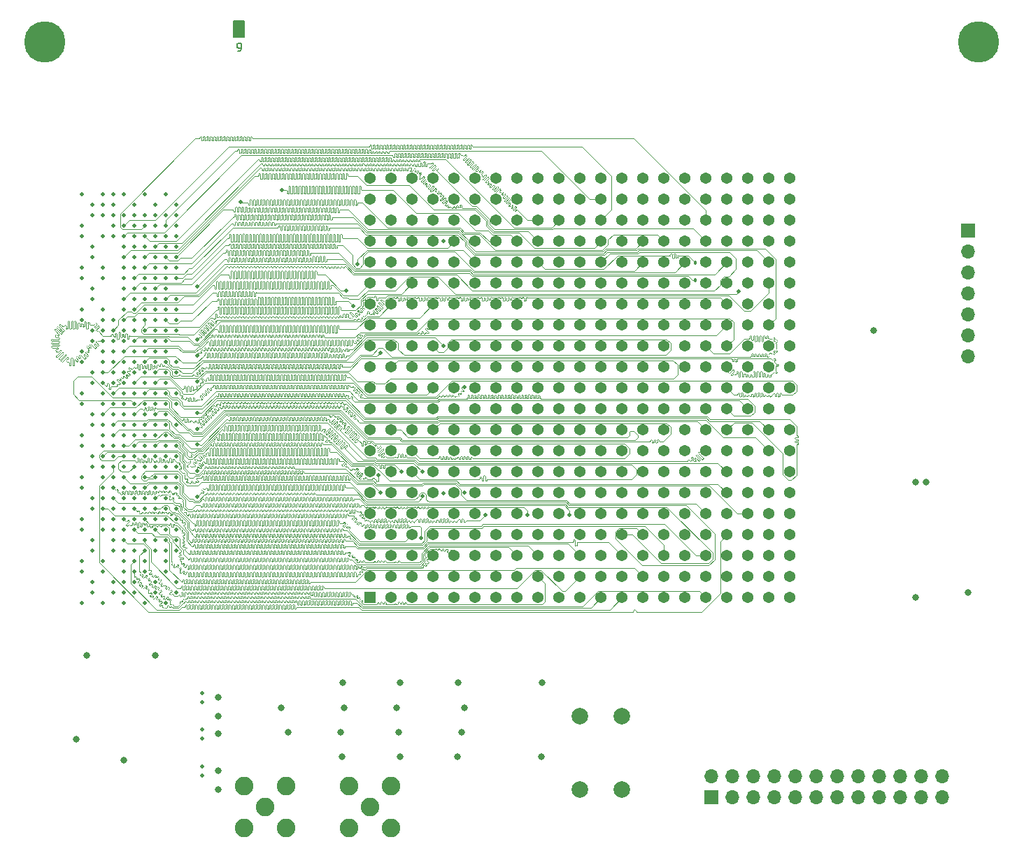
<source format=gbr>
%TF.GenerationSoftware,KiCad,Pcbnew,(6.0.9-0)*%
%TF.CreationDate,2022-12-19T14:05:17-05:00*%
%TF.ProjectId,ember-pcb,656d6265-722d-4706-9362-2e6b69636164,rev?*%
%TF.SameCoordinates,Original*%
%TF.FileFunction,Copper,L10,Inr*%
%TF.FilePolarity,Positive*%
%FSLAX46Y46*%
G04 Gerber Fmt 4.6, Leading zero omitted, Abs format (unit mm)*
G04 Created by KiCad (PCBNEW (6.0.9-0)) date 2022-12-19 14:05:17*
%MOMM*%
%LPD*%
G01*
G04 APERTURE LIST*
%TA.AperFunction,NonConductor*%
%ADD10C,0.200000*%
%TD*%
%ADD11C,0.150000*%
%TA.AperFunction,NonConductor*%
%ADD12C,0.150000*%
%TD*%
%TA.AperFunction,ComponentPad*%
%ADD13C,5.000000*%
%TD*%
%TA.AperFunction,ComponentPad*%
%ADD14R,1.700000X1.700000*%
%TD*%
%TA.AperFunction,ComponentPad*%
%ADD15O,1.700000X1.700000*%
%TD*%
%TA.AperFunction,ComponentPad*%
%ADD16C,2.000000*%
%TD*%
%TA.AperFunction,ComponentPad*%
%ADD17C,2.250000*%
%TD*%
%TA.AperFunction,ComponentPad*%
%ADD18C,0.500000*%
%TD*%
%TA.AperFunction,ComponentPad*%
%ADD19R,1.368000X1.368000*%
%TD*%
%TA.AperFunction,ComponentPad*%
%ADD20C,1.368000*%
%TD*%
%TA.AperFunction,ViaPad*%
%ADD21C,0.800000*%
%TD*%
%TA.AperFunction,ViaPad*%
%ADD22C,0.508000*%
%TD*%
%TA.AperFunction,ViaPad*%
%ADD23C,0.457200*%
%TD*%
%TA.AperFunction,Conductor*%
%ADD24C,0.101600*%
%TD*%
G04 APERTURE END LIST*
D10*
X95280000Y-48470000D02*
X96550000Y-48470000D01*
X96550000Y-48470000D02*
X96550000Y-50375000D01*
X96550000Y-50375000D02*
X95280000Y-50375000D01*
X95280000Y-50375000D02*
X95280000Y-48470000D01*
G36*
X95280000Y-48470000D02*
G01*
X96550000Y-48470000D01*
X96550000Y-50375000D01*
X95280000Y-50375000D01*
X95280000Y-48470000D01*
G37*
D11*
D12*
X95724523Y-52097380D02*
X95915000Y-52097380D01*
X96010238Y-52049761D01*
X96057857Y-52002142D01*
X96153095Y-51859285D01*
X96200714Y-51668809D01*
X96200714Y-51287857D01*
X96153095Y-51192619D01*
X96105476Y-51145000D01*
X96010238Y-51097380D01*
X95819761Y-51097380D01*
X95724523Y-51145000D01*
X95676904Y-51192619D01*
X95629285Y-51287857D01*
X95629285Y-51525952D01*
X95676904Y-51621190D01*
X95724523Y-51668809D01*
X95819761Y-51716428D01*
X96010238Y-51716428D01*
X96105476Y-51668809D01*
X96153095Y-51621190D01*
X96200714Y-51525952D01*
D13*
%TO.N,GND*%
%TO.C,H1*%
X72420000Y-51010000D03*
%TD*%
D14*
%TO.N,/core_pwr*%
%TO.C,J3*%
X153060000Y-142455000D03*
D15*
%TO.N,/vdd_fsm*%
X153060000Y-139915000D03*
%TO.N,/core_pwr*%
X155600000Y-142455000D03*
%TO.N,/vdd*%
X155600000Y-139915000D03*
%TO.N,/core_pwr*%
X158140000Y-142455000D03*
%TO.N,/vdd_dac*%
X158140000Y-139915000D03*
%TO.N,/core_pwr*%
X160680000Y-142455000D03*
%TO.N,/vsa*%
X160680000Y-139915000D03*
%TO.N,unconnected-(J3-Pad9)*%
X163220000Y-142455000D03*
%TO.N,unconnected-(J3-Pad10)*%
X163220000Y-139915000D03*
%TO.N,/io_pwr*%
X165760000Y-142455000D03*
%TO.N,/vddio_fsm*%
X165760000Y-139915000D03*
%TO.N,/io_pwr*%
X168300000Y-142455000D03*
%TO.N,/vddio*%
X168300000Y-139915000D03*
%TO.N,/io_pwr*%
X170840000Y-142455000D03*
%TO.N,/vddio_dac*%
X170840000Y-139915000D03*
%TO.N,unconnected-(J3-Pad17)*%
X173380000Y-142455000D03*
%TO.N,unconnected-(J3-Pad18)*%
X173380000Y-139915000D03*
%TO.N,GND*%
X175920000Y-142455000D03*
X175920000Y-139915000D03*
X178460000Y-142455000D03*
X178460000Y-139915000D03*
X181000000Y-142455000D03*
X181000000Y-139915000D03*
%TD*%
D16*
%TO.N,Net-(C1-Pad1)*%
%TO.C,FB1*%
X137165000Y-132710000D03*
%TO.N,/core_pwr*%
X142245000Y-132710000D03*
%TD*%
D14*
%TO.N,/wl_source_pin*%
%TO.C,J4*%
X184180000Y-73865000D03*
D15*
%TO.N,/bl_source_pin*%
X184180000Y-76405000D03*
%TO.N,/sl_source_pin*%
X184180000Y-78945000D03*
%TO.N,/iref_test*%
X184180000Y-81485000D03*
%TO.N,/vdd_test*%
X184180000Y-84025000D03*
%TO.N,unconnected-(J4-Pad6)*%
X184180000Y-86565000D03*
%TO.N,GND*%
X184180000Y-89105000D03*
%TD*%
D16*
%TO.N,Net-(C6-Pad1)*%
%TO.C,FB2*%
X137165000Y-141600000D03*
%TO.N,/io_pwr*%
X142245000Y-141600000D03*
%TD*%
D17*
%TO.N,GND*%
%TO.C,J5*%
X99065000Y-143720000D03*
%TO.N,Net-(J5-Pad2)*%
X101605000Y-146260000D03*
X96525000Y-141180000D03*
X96525000Y-146260000D03*
X101605000Y-141180000D03*
%TD*%
D18*
%TO.N,GND*%
%TO.C,U4*%
X91475000Y-139835000D03*
X91475000Y-138735000D03*
%TD*%
D17*
%TO.N,GND*%
%TO.C,J2*%
X111765000Y-143720000D03*
%TO.N,Net-(J2-Pad2)*%
X114305000Y-141180000D03*
X114305000Y-146260000D03*
X109225000Y-141180000D03*
X109225000Y-146260000D03*
%TD*%
D19*
%TO.N,GND*%
%TO.C,U1*%
X111790000Y-118320000D03*
D20*
%TO.N,/di_36*%
X114330000Y-118320000D03*
%TO.N,/vddio_dac*%
X116870000Y-118320000D03*
%TO.N,/iref_test*%
X119410000Y-118320000D03*
%TO.N,/vdd_fsm*%
X121950000Y-118320000D03*
%TO.N,GND*%
X124490000Y-118320000D03*
%TO.N,/di_47*%
X127030000Y-118320000D03*
%TO.N,/vdd_dac*%
X129570000Y-118320000D03*
%TO.N,/vddio_dac*%
X132110000Y-118320000D03*
%TO.N,/vddio*%
X134650000Y-118320000D03*
%TO.N,/vsa*%
X137190000Y-118320000D03*
%TO.N,/read_ref_4*%
X139730000Y-118320000D03*
%TO.N,/rram_addr_0*%
X142270000Y-118320000D03*
%TO.N,/rram_addr_2*%
X144810000Y-118320000D03*
%TO.N,GND*%
X147350000Y-118320000D03*
%TO.N,/vdd_fsm*%
X149890000Y-118320000D03*
%TO.N,/rram_addr_10*%
X152430000Y-118320000D03*
%TO.N,/vddio_dac*%
X154970000Y-118320000D03*
%TO.N,GND*%
X157510000Y-118320000D03*
X160050000Y-118320000D03*
%TO.N,unconnected-(U1-PadA21)*%
X162590000Y-118320000D03*
%TO.N,/vddio*%
X111790000Y-115780000D03*
%TO.N,/di_34*%
X114330000Y-115780000D03*
%TO.N,/vddio_fsm*%
X116870000Y-115780000D03*
%TO.N,/vddio*%
X119410000Y-115780000D03*
%TO.N,/vdd*%
X121950000Y-115780000D03*
%TO.N,/vdd_test*%
X124490000Y-115780000D03*
%TO.N,/vddio_fsm*%
X127030000Y-115780000D03*
%TO.N,GND*%
X129570000Y-115780000D03*
%TO.N,/sa_en*%
X132110000Y-115780000D03*
%TO.N,/read_ref_1*%
X134650000Y-115780000D03*
%TO.N,/read_ref_2*%
X137190000Y-115780000D03*
%TO.N,/rram_addr_1*%
X139730000Y-115780000D03*
%TO.N,/vddio_fsm*%
X142270000Y-115780000D03*
%TO.N,/rram_addr_6*%
X144810000Y-115780000D03*
%TO.N,/vdd*%
X147350000Y-115780000D03*
%TO.N,/vddio*%
X149890000Y-115780000D03*
%TO.N,/vddio_fsm*%
X152430000Y-115780000D03*
%TO.N,/sl_en*%
X154970000Y-115780000D03*
%TO.N,/read_dac_config_0*%
X157510000Y-115780000D03*
%TO.N,/vdd_dac*%
X160050000Y-115780000D03*
%TO.N,unconnected-(U1-PadB21)*%
X162590000Y-115780000D03*
%TO.N,/vddio_fsm*%
X111790000Y-113240000D03*
%TO.N,/vdd_dac*%
X114330000Y-113240000D03*
%TO.N,GND*%
X116870000Y-113240000D03*
%TO.N,/di_37*%
X119410000Y-113240000D03*
%TO.N,/di_39*%
X121950000Y-113240000D03*
%TO.N,/di_41*%
X124490000Y-113240000D03*
%TO.N,/di_42*%
X127030000Y-113240000D03*
%TO.N,/di_44*%
X129570000Y-113240000D03*
%TO.N,/di_45*%
X132110000Y-113240000D03*
%TO.N,/set_rst*%
X134650000Y-113240000D03*
%TO.N,/read_ref_5*%
X137190000Y-113240000D03*
%TO.N,/rram_addr_4*%
X139730000Y-113240000D03*
%TO.N,/rram_addr_5*%
X142270000Y-113240000D03*
%TO.N,/rram_addr_8*%
X144810000Y-113240000D03*
%TO.N,/rram_addr_11*%
X147350000Y-113240000D03*
%TO.N,/rram_addr_13*%
X149890000Y-113240000D03*
%TO.N,/rram_addr_15*%
X152430000Y-113240000D03*
%TO.N,GND*%
X154970000Y-113240000D03*
%TO.N,/vddio*%
X157510000Y-113240000D03*
%TO.N,/vdd*%
X160050000Y-113240000D03*
%TO.N,unconnected-(U1-PadC21)*%
X162590000Y-113240000D03*
%TO.N,/di_27*%
X111790000Y-110700000D03*
%TO.N,/vdd*%
X114330000Y-110700000D03*
%TO.N,/di_32*%
X116870000Y-110700000D03*
%TO.N,/di_33*%
X119410000Y-110700000D03*
%TO.N,/di_35*%
X121950000Y-110700000D03*
%TO.N,/di_38*%
X124490000Y-110700000D03*
%TO.N,/di_40*%
X127030000Y-110700000D03*
%TO.N,/di_43*%
X129570000Y-110700000D03*
%TO.N,/di_46*%
X132110000Y-110700000D03*
%TO.N,/read_ref_0*%
X134650000Y-110700000D03*
%TO.N,/read_ref_3*%
X137190000Y-110700000D03*
%TO.N,/rram_addr_3*%
X139730000Y-110700000D03*
%TO.N,/rram_addr_7*%
X142270000Y-110700000D03*
%TO.N,/rram_addr_9*%
X144810000Y-110700000D03*
%TO.N,/rram_addr_12*%
X147350000Y-110700000D03*
%TO.N,/rram_addr_14*%
X149890000Y-110700000D03*
%TO.N,/we*%
X152430000Y-110700000D03*
%TO.N,/read_dac_config_2*%
X154970000Y-110700000D03*
%TO.N,/vddio_fsm*%
X157510000Y-110700000D03*
%TO.N,/vddio_dac*%
X160050000Y-110700000D03*
%TO.N,unconnected-(U1-PadD21)*%
X162590000Y-110700000D03*
%TO.N,/di_23*%
X111790000Y-108160000D03*
%TO.N,/vddio_dac*%
X114330000Y-108160000D03*
%TO.N,/di_30*%
X116870000Y-108160000D03*
%TO.N,/di_31*%
X119410000Y-108160000D03*
%TO.N,unconnected-(U1-PadE5)*%
X121950000Y-108160000D03*
%TO.N,unconnected-(U1-PadE6)*%
X124490000Y-108160000D03*
%TO.N,unconnected-(U1-PadE7)*%
X127030000Y-108160000D03*
%TO.N,unconnected-(U1-PadE8)*%
X129570000Y-108160000D03*
%TO.N,unconnected-(U1-PadE9)*%
X132110000Y-108160000D03*
%TO.N,unconnected-(U1-PadE10)*%
X134650000Y-108160000D03*
%TO.N,unconnected-(U1-PadE11)*%
X137190000Y-108160000D03*
%TO.N,unconnected-(U1-PadE12)*%
X139730000Y-108160000D03*
%TO.N,unconnected-(U1-PadE13)*%
X142270000Y-108160000D03*
%TO.N,unconnected-(U1-PadE14)*%
X144810000Y-108160000D03*
%TO.N,unconnected-(U1-PadE15)*%
X147350000Y-108160000D03*
%TO.N,unconnected-(U1-PadE16)*%
X149890000Y-108160000D03*
%TO.N,/read_dac_config_1*%
X152430000Y-108160000D03*
%TO.N,/wl_dac_config_0*%
X154970000Y-108160000D03*
%TO.N,/wl_dac_config_3*%
X157510000Y-108160000D03*
%TO.N,/wl_dac_config_5*%
X160050000Y-108160000D03*
%TO.N,unconnected-(U1-PadE21)*%
X162590000Y-108160000D03*
%TO.N,/vddio_fsm*%
X111790000Y-105620000D03*
%TO.N,/di_25*%
X114330000Y-105620000D03*
%TO.N,/di_28*%
X116870000Y-105620000D03*
%TO.N,/di_29*%
X119410000Y-105620000D03*
%TO.N,unconnected-(U1-PadF5)*%
X121950000Y-105620000D03*
%TO.N,unconnected-(U1-PadF6)*%
X124490000Y-105620000D03*
%TO.N,unconnected-(U1-PadF7)*%
X127030000Y-105620000D03*
%TO.N,unconnected-(U1-PadF8)*%
X129570000Y-105620000D03*
%TO.N,unconnected-(U1-PadF9)*%
X132110000Y-105620000D03*
%TO.N,unconnected-(U1-PadF10)*%
X134650000Y-105620000D03*
%TO.N,unconnected-(U1-PadF11)*%
X137190000Y-105620000D03*
%TO.N,unconnected-(U1-PadF12)*%
X139730000Y-105620000D03*
%TO.N,unconnected-(U1-PadF13)*%
X142270000Y-105620000D03*
%TO.N,unconnected-(U1-PadF14)*%
X144810000Y-105620000D03*
%TO.N,unconnected-(U1-PadF15)*%
X147350000Y-105620000D03*
%TO.N,unconnected-(U1-PadF16)*%
X149890000Y-105620000D03*
%TO.N,/read_dac_config_3*%
X152430000Y-105620000D03*
%TO.N,/wl_dac_config_2*%
X154970000Y-105620000D03*
%TO.N,/wl_dac_config_7*%
X157510000Y-105620000D03*
%TO.N,/vdd_fsm*%
X160050000Y-105620000D03*
%TO.N,unconnected-(U1-PadF21)*%
X162590000Y-105620000D03*
%TO.N,/di_18*%
X111790000Y-103080000D03*
%TO.N,/vdd_fsm*%
X114330000Y-103080000D03*
%TO.N,/di_24*%
X116870000Y-103080000D03*
%TO.N,/di_26*%
X119410000Y-103080000D03*
%TO.N,unconnected-(U1-PadG5)*%
X121950000Y-103080000D03*
%TO.N,unconnected-(U1-PadG6)*%
X124490000Y-103080000D03*
%TO.N,unconnected-(U1-PadG7)*%
X127030000Y-103080000D03*
%TO.N,unconnected-(U1-PadG8)*%
X129570000Y-103080000D03*
%TO.N,unconnected-(U1-PadG9)*%
X132110000Y-103080000D03*
%TO.N,unconnected-(U1-PadG10)*%
X134650000Y-103080000D03*
%TO.N,unconnected-(U1-PadG11)*%
X137190000Y-103080000D03*
%TO.N,unconnected-(U1-PadG12)*%
X139730000Y-103080000D03*
%TO.N,unconnected-(U1-PadG13)*%
X142270000Y-103080000D03*
%TO.N,unconnected-(U1-PadG14)*%
X144810000Y-103080000D03*
%TO.N,unconnected-(U1-PadG15)*%
X147350000Y-103080000D03*
%TO.N,unconnected-(U1-PadG16)*%
X149890000Y-103080000D03*
%TO.N,/wl_dac_config_1*%
X152430000Y-103080000D03*
%TO.N,/wl_dac_config_4*%
X154970000Y-103080000D03*
%TO.N,/vddio_fsm*%
X157510000Y-103080000D03*
%TO.N,GND*%
X160050000Y-103080000D03*
%TO.N,unconnected-(U1-PadG21)*%
X162590000Y-103080000D03*
%TO.N,/di_16*%
X111790000Y-100540000D03*
%TO.N,GND*%
X114330000Y-100540000D03*
%TO.N,/di_21*%
X116870000Y-100540000D03*
%TO.N,/di_22*%
X119410000Y-100540000D03*
%TO.N,unconnected-(U1-PadH5)*%
X121950000Y-100540000D03*
%TO.N,unconnected-(U1-PadH6)*%
X124490000Y-100540000D03*
%TO.N,unconnected-(U1-PadH7)*%
X127030000Y-100540000D03*
%TO.N,unconnected-(U1-PadH8)*%
X129570000Y-100540000D03*
%TO.N,unconnected-(U1-PadH9)*%
X132110000Y-100540000D03*
%TO.N,unconnected-(U1-PadH10)*%
X134650000Y-100540000D03*
%TO.N,unconnected-(U1-PadH11)*%
X137190000Y-100540000D03*
%TO.N,unconnected-(U1-PadH12)*%
X139730000Y-100540000D03*
%TO.N,unconnected-(U1-PadH13)*%
X142270000Y-100540000D03*
%TO.N,unconnected-(U1-PadH14)*%
X144810000Y-100540000D03*
%TO.N,unconnected-(U1-PadH15)*%
X147350000Y-100540000D03*
%TO.N,unconnected-(U1-PadH16)*%
X149890000Y-100540000D03*
%TO.N,/wl_dac_config_6*%
X152430000Y-100540000D03*
%TO.N,/wl_dac_en*%
X154970000Y-100540000D03*
%TO.N,/wl_source_pin*%
X157510000Y-100540000D03*
%TO.N,/sa_do_2*%
X160050000Y-100540000D03*
%TO.N,unconnected-(U1-PadH21)*%
X162590000Y-100540000D03*
%TO.N,/di_14*%
X111790000Y-98000000D03*
%TO.N,/di_17*%
X114330000Y-98000000D03*
%TO.N,/di_20*%
X116870000Y-98000000D03*
%TO.N,/di_19*%
X119410000Y-98000000D03*
%TO.N,unconnected-(U1-PadJ5)*%
X121950000Y-98000000D03*
%TO.N,unconnected-(U1-PadJ6)*%
X124490000Y-98000000D03*
%TO.N,unconnected-(U1-PadJ7)*%
X127030000Y-98000000D03*
%TO.N,unconnected-(U1-PadJ8)*%
X129570000Y-98000000D03*
%TO.N,unconnected-(U1-PadJ9)*%
X132110000Y-98000000D03*
%TO.N,unconnected-(U1-PadJ10)*%
X134650000Y-98000000D03*
%TO.N,unconnected-(U1-PadJ11)*%
X137190000Y-98000000D03*
%TO.N,unconnected-(U1-PadJ12)*%
X139730000Y-98000000D03*
%TO.N,unconnected-(U1-PadJ13)*%
X142270000Y-98000000D03*
%TO.N,unconnected-(U1-PadJ14)*%
X144810000Y-98000000D03*
%TO.N,unconnected-(U1-PadJ15)*%
X147350000Y-98000000D03*
%TO.N,unconnected-(U1-PadJ16)*%
X149890000Y-98000000D03*
%TO.N,/bleed_en*%
X152430000Y-98000000D03*
%TO.N,/wl_en*%
X154970000Y-98000000D03*
%TO.N,/sa_do_0*%
X157510000Y-98000000D03*
%TO.N,/sa_do_4*%
X160050000Y-98000000D03*
%TO.N,unconnected-(U1-PadJ21)*%
X162590000Y-98000000D03*
%TO.N,/vsa*%
X111790000Y-95460000D03*
%TO.N,/di_12*%
X114330000Y-95460000D03*
%TO.N,/di_15*%
X116870000Y-95460000D03*
%TO.N,/di_13*%
X119410000Y-95460000D03*
%TO.N,unconnected-(U1-PadK5)*%
X121950000Y-95460000D03*
%TO.N,unconnected-(U1-PadK6)*%
X124490000Y-95460000D03*
%TO.N,unconnected-(U1-PadK7)*%
X127030000Y-95460000D03*
%TO.N,unconnected-(U1-PadK8)*%
X129570000Y-95460000D03*
%TO.N,unconnected-(U1-PadK9)*%
X132110000Y-95460000D03*
%TO.N,unconnected-(U1-PadK10)*%
X134650000Y-95460000D03*
%TO.N,unconnected-(U1-PadK11)*%
X137190000Y-95460000D03*
%TO.N,unconnected-(U1-PadK12)*%
X139730000Y-95460000D03*
%TO.N,unconnected-(U1-PadK13)*%
X142270000Y-95460000D03*
%TO.N,unconnected-(U1-PadK14)*%
X144810000Y-95460000D03*
%TO.N,unconnected-(U1-PadK15)*%
X147350000Y-95460000D03*
%TO.N,unconnected-(U1-PadK16)*%
X149890000Y-95460000D03*
%TO.N,/sa_do_3*%
X152430000Y-95460000D03*
%TO.N,/sa_do_1*%
X154970000Y-95460000D03*
%TO.N,/sa_do_5*%
X157510000Y-95460000D03*
%TO.N,/vsa*%
X160050000Y-95460000D03*
%TO.N,unconnected-(U1-PadK21)*%
X162590000Y-95460000D03*
%TO.N,/vdd*%
X111790000Y-92920000D03*
%TO.N,/di_11*%
X114330000Y-92920000D03*
%TO.N,/di_9*%
X116870000Y-92920000D03*
%TO.N,/di_10*%
X119410000Y-92920000D03*
%TO.N,unconnected-(U1-PadL5)*%
X121950000Y-92920000D03*
%TO.N,unconnected-(U1-PadL6)*%
X124490000Y-92920000D03*
%TO.N,unconnected-(U1-PadL7)*%
X127030000Y-92920000D03*
%TO.N,unconnected-(U1-PadL8)*%
X129570000Y-92920000D03*
%TO.N,unconnected-(U1-PadL9)*%
X132110000Y-92920000D03*
%TO.N,unconnected-(U1-PadL10)*%
X134650000Y-92920000D03*
%TO.N,unconnected-(U1-PadL11)*%
X137190000Y-92920000D03*
%TO.N,unconnected-(U1-PadL12)*%
X139730000Y-92920000D03*
%TO.N,unconnected-(U1-PadL13)*%
X142270000Y-92920000D03*
%TO.N,unconnected-(U1-PadL14)*%
X144810000Y-92920000D03*
%TO.N,unconnected-(U1-PadL15)*%
X147350000Y-92920000D03*
%TO.N,unconnected-(U1-PadL16)*%
X149890000Y-92920000D03*
%TO.N,/sa_do_7*%
X152430000Y-92920000D03*
%TO.N,/sa_do_8*%
X154970000Y-92920000D03*
%TO.N,/sa_do_6*%
X157510000Y-92920000D03*
%TO.N,/vdd*%
X160050000Y-92920000D03*
%TO.N,unconnected-(U1-PadL21)*%
X162590000Y-92920000D03*
%TO.N,/vddio_dac*%
X111790000Y-90380000D03*
%TO.N,/di_7*%
X114330000Y-90380000D03*
%TO.N,/di_5*%
X116870000Y-90380000D03*
%TO.N,/di_6*%
X119410000Y-90380000D03*
%TO.N,unconnected-(U1-PadM5)*%
X121950000Y-90380000D03*
%TO.N,unconnected-(U1-PadM6)*%
X124490000Y-90380000D03*
%TO.N,unconnected-(U1-PadM7)*%
X127030000Y-90380000D03*
%TO.N,unconnected-(U1-PadM8)*%
X129570000Y-90380000D03*
%TO.N,unconnected-(U1-PadM9)*%
X132110000Y-90380000D03*
%TO.N,unconnected-(U1-PadM10)*%
X134650000Y-90380000D03*
%TO.N,unconnected-(U1-PadM11)*%
X137190000Y-90380000D03*
%TO.N,unconnected-(U1-PadM12)*%
X139730000Y-90380000D03*
%TO.N,unconnected-(U1-PadM13)*%
X142270000Y-90380000D03*
%TO.N,unconnected-(U1-PadM14)*%
X144810000Y-90380000D03*
%TO.N,unconnected-(U1-PadM15)*%
X147350000Y-90380000D03*
%TO.N,unconnected-(U1-PadM16)*%
X149890000Y-90380000D03*
%TO.N,/sa_do_11*%
X152430000Y-90380000D03*
%TO.N,/sa_do_12*%
X154970000Y-90380000D03*
%TO.N,/sa_do_9*%
X157510000Y-90380000D03*
%TO.N,/vddio_dac*%
X160050000Y-90380000D03*
%TO.N,unconnected-(U1-PadM21)*%
X162590000Y-90380000D03*
%TO.N,/vddio*%
X111790000Y-87840000D03*
%TO.N,/di_8*%
X114330000Y-87840000D03*
%TO.N,/di_4*%
X116870000Y-87840000D03*
%TO.N,/di_2*%
X119410000Y-87840000D03*
%TO.N,unconnected-(U1-PadN5)*%
X121950000Y-87840000D03*
%TO.N,unconnected-(U1-PadN6)*%
X124490000Y-87840000D03*
%TO.N,unconnected-(U1-PadN7)*%
X127030000Y-87840000D03*
%TO.N,unconnected-(U1-PadN8)*%
X129570000Y-87840000D03*
%TO.N,unconnected-(U1-PadN9)*%
X132110000Y-87840000D03*
%TO.N,unconnected-(U1-PadN10)*%
X134650000Y-87840000D03*
%TO.N,unconnected-(U1-PadN11)*%
X137190000Y-87840000D03*
%TO.N,unconnected-(U1-PadN12)*%
X139730000Y-87840000D03*
%TO.N,unconnected-(U1-PadN13)*%
X142270000Y-87840000D03*
%TO.N,unconnected-(U1-PadN14)*%
X144810000Y-87840000D03*
%TO.N,unconnected-(U1-PadN15)*%
X147350000Y-87840000D03*
%TO.N,unconnected-(U1-PadN16)*%
X149890000Y-87840000D03*
%TO.N,/sa_do_14*%
X152430000Y-87840000D03*
%TO.N,/sa_do_13*%
X154970000Y-87840000D03*
%TO.N,GND*%
X157510000Y-87840000D03*
%TO.N,/vddio*%
X160050000Y-87840000D03*
%TO.N,unconnected-(U1-PadN21)*%
X162590000Y-87840000D03*
%TO.N,GND*%
X111790000Y-85300000D03*
%TO.N,/vddio_fsm*%
X114330000Y-85300000D03*
%TO.N,/di_0*%
X116870000Y-85300000D03*
%TO.N,/clamp_ref_5*%
X119410000Y-85300000D03*
%TO.N,unconnected-(U1-PadP5)*%
X121950000Y-85300000D03*
%TO.N,unconnected-(U1-PadP6)*%
X124490000Y-85300000D03*
%TO.N,unconnected-(U1-PadP7)*%
X127030000Y-85300000D03*
%TO.N,unconnected-(U1-PadP8)*%
X129570000Y-85300000D03*
%TO.N,unconnected-(U1-PadP9)*%
X132110000Y-85300000D03*
%TO.N,unconnected-(U1-PadP10)*%
X134650000Y-85300000D03*
%TO.N,unconnected-(U1-PadP11)*%
X137190000Y-85300000D03*
%TO.N,unconnected-(U1-PadP12)*%
X139730000Y-85300000D03*
%TO.N,unconnected-(U1-PadP13)*%
X142270000Y-85300000D03*
%TO.N,unconnected-(U1-PadP14)*%
X144810000Y-85300000D03*
%TO.N,unconnected-(U1-PadP15)*%
X147350000Y-85300000D03*
%TO.N,unconnected-(U1-PadP16)*%
X149890000Y-85300000D03*
%TO.N,/sa_do_18*%
X152430000Y-85300000D03*
%TO.N,/sa_do_16*%
X154970000Y-85300000D03*
%TO.N,/vdd_fsm*%
X157510000Y-85300000D03*
%TO.N,/sa_do_10*%
X160050000Y-85300000D03*
%TO.N,unconnected-(U1-PadP21)*%
X162590000Y-85300000D03*
%TO.N,/vdd_fsm*%
X111790000Y-82760000D03*
%TO.N,/di_3*%
X114330000Y-82760000D03*
%TO.N,/rst_n*%
X116870000Y-82760000D03*
%TO.N,/clamp_ref_3*%
X119410000Y-82760000D03*
%TO.N,unconnected-(U1-PadR5)*%
X121950000Y-82760000D03*
%TO.N,unconnected-(U1-PadR6)*%
X124490000Y-82760000D03*
%TO.N,unconnected-(U1-PadR7)*%
X127030000Y-82760000D03*
%TO.N,unconnected-(U1-PadR8)*%
X129570000Y-82760000D03*
%TO.N,unconnected-(U1-PadR9)*%
X132110000Y-82760000D03*
%TO.N,unconnected-(U1-PadR10)*%
X134650000Y-82760000D03*
%TO.N,unconnected-(U1-PadR11)*%
X137190000Y-82760000D03*
%TO.N,unconnected-(U1-PadR12)*%
X139730000Y-82760000D03*
%TO.N,unconnected-(U1-PadR13)*%
X142270000Y-82760000D03*
%TO.N,unconnected-(U1-PadR14)*%
X144810000Y-82760000D03*
%TO.N,unconnected-(U1-PadR15)*%
X147350000Y-82760000D03*
%TO.N,unconnected-(U1-PadR16)*%
X149890000Y-82760000D03*
%TO.N,/sa_do_21*%
X152430000Y-82760000D03*
%TO.N,/sa_do_20*%
X154970000Y-82760000D03*
%TO.N,/sa_do_17*%
X157510000Y-82760000D03*
%TO.N,/vddio_fsm*%
X160050000Y-82760000D03*
%TO.N,unconnected-(U1-PadR21)*%
X162590000Y-82760000D03*
%TO.N,/di_1*%
X111790000Y-80220000D03*
%TO.N,/bl_en*%
X114330000Y-80220000D03*
%TO.N,/clamp_ref_4*%
X116870000Y-80220000D03*
%TO.N,/clamp_ref_1*%
X119410000Y-80220000D03*
%TO.N,unconnected-(U1-PadS5)*%
X121950000Y-80220000D03*
%TO.N,unconnected-(U1-PadS6)*%
X124490000Y-80220000D03*
%TO.N,unconnected-(U1-PadS7)*%
X127030000Y-80220000D03*
%TO.N,unconnected-(U1-PadS8)*%
X129570000Y-80220000D03*
%TO.N,unconnected-(U1-PadS9)*%
X132110000Y-80220000D03*
%TO.N,unconnected-(U1-PadS10)*%
X134650000Y-80220000D03*
%TO.N,unconnected-(U1-PadS11)*%
X137190000Y-80220000D03*
%TO.N,unconnected-(U1-PadS12)*%
X139730000Y-80220000D03*
%TO.N,unconnected-(U1-PadS13)*%
X142270000Y-80220000D03*
%TO.N,unconnected-(U1-PadS14)*%
X144810000Y-80220000D03*
%TO.N,unconnected-(U1-PadS15)*%
X147350000Y-80220000D03*
%TO.N,unconnected-(U1-PadS16)*%
X149890000Y-80220000D03*
%TO.N,/sa_do_23*%
X152430000Y-80220000D03*
%TO.N,/sa_do_22*%
X154970000Y-80220000D03*
%TO.N,/vddio_dac*%
X157510000Y-80220000D03*
%TO.N,/sa_do_15*%
X160050000Y-80220000D03*
%TO.N,unconnected-(U1-PadS21)*%
X162590000Y-80220000D03*
%TO.N,/vddio_dac*%
X111790000Y-77680000D03*
%TO.N,/vddio_fsm*%
X114330000Y-77680000D03*
%TO.N,/clamp_ref_2*%
X116870000Y-77680000D03*
%TO.N,/bsl_dac_en*%
X119410000Y-77680000D03*
%TO.N,/bsl_dac_config_4*%
X121950000Y-77680000D03*
%TO.N,/bsl_dac_config_2*%
X124490000Y-77680000D03*
%TO.N,/bsl_dac_config_0*%
X127030000Y-77680000D03*
%TO.N,/mclk_pause*%
X129570000Y-77680000D03*
%TO.N,/mosi*%
X132110000Y-77680000D03*
%TO.N,/heartbeat*%
X134650000Y-77680000D03*
%TO.N,/sa_do_45*%
X137190000Y-77680000D03*
%TO.N,/sa_do_39*%
X139730000Y-77680000D03*
%TO.N,/sa_do_36*%
X142270000Y-77680000D03*
%TO.N,/sa_do_32*%
X144810000Y-77680000D03*
%TO.N,/sa_do_29*%
X147350000Y-77680000D03*
%TO.N,/sa_do_27*%
X149890000Y-77680000D03*
%TO.N,/sa_do_25*%
X152430000Y-77680000D03*
%TO.N,/sa_do_24*%
X154970000Y-77680000D03*
%TO.N,/vdd*%
X157510000Y-77680000D03*
%TO.N,/sa_do_19*%
X160050000Y-77680000D03*
%TO.N,unconnected-(U1-PadT21)*%
X162590000Y-77680000D03*
%TO.N,/vdd*%
X111790000Y-75140000D03*
%TO.N,/vddio*%
X114330000Y-75140000D03*
%TO.N,GND*%
X116870000Y-75140000D03*
%TO.N,/read_dac_en*%
X119410000Y-75140000D03*
%TO.N,/bsl_dac_config_3*%
X121950000Y-75140000D03*
%TO.N,/bsl_dac_config_1*%
X124490000Y-75140000D03*
%TO.N,/aclk*%
X127030000Y-75140000D03*
%TO.N,/sclk*%
X129570000Y-75140000D03*
%TO.N,/sc*%
X132110000Y-75140000D03*
%TO.N,/man*%
X134650000Y-75140000D03*
%TO.N,/sa_do_43*%
X137190000Y-75140000D03*
%TO.N,/sa_do_38*%
X139730000Y-75140000D03*
%TO.N,/sa_do_37*%
X142270000Y-75140000D03*
%TO.N,/sa_do_34*%
X144810000Y-75140000D03*
%TO.N,/sa_do_33*%
X147350000Y-75140000D03*
%TO.N,/sa_do_30*%
X149890000Y-75140000D03*
%TO.N,/sa_do_28*%
X152430000Y-75140000D03*
%TO.N,GND*%
X154970000Y-75140000D03*
%TO.N,/vdd_dac*%
X157510000Y-75140000D03*
%TO.N,/vddio_fsm*%
X160050000Y-75140000D03*
%TO.N,unconnected-(U1-PadU21)*%
X162590000Y-75140000D03*
%TO.N,/vdd_dac*%
X111790000Y-72600000D03*
%TO.N,/clamp_ref_0*%
X114330000Y-72600000D03*
%TO.N,/vddio*%
X116870000Y-72600000D03*
%TO.N,/vsa*%
X119410000Y-72600000D03*
%TO.N,/vdd_fsm*%
X121950000Y-72600000D03*
%TO.N,/sl_source_pin*%
X124490000Y-72600000D03*
%TO.N,GND*%
X127030000Y-72600000D03*
%TO.N,/vddio_fsm*%
X129570000Y-72600000D03*
%TO.N,/miso*%
X132110000Y-72600000D03*
%TO.N,/sa_rdy*%
X134650000Y-72600000D03*
%TO.N,/sa_do_47*%
X137190000Y-72600000D03*
%TO.N,/sa_do_41*%
X139730000Y-72600000D03*
%TO.N,/sa_do_42*%
X142270000Y-72600000D03*
%TO.N,/vdd*%
X144810000Y-72600000D03*
%TO.N,/vddio_fsm*%
X147350000Y-72600000D03*
%TO.N,/vddio_dac*%
X149890000Y-72600000D03*
%TO.N,/sa_do_31*%
X152430000Y-72600000D03*
%TO.N,/vddio_fsm*%
X154970000Y-72600000D03*
%TO.N,/sa_do_26*%
X157510000Y-72600000D03*
%TO.N,/vddio*%
X160050000Y-72600000D03*
%TO.N,unconnected-(U1-PadV21)*%
X162590000Y-72600000D03*
%TO.N,GND*%
X111790000Y-70060000D03*
%TO.N,/vddio_fsm*%
X114330000Y-70060000D03*
%TO.N,/bl_source_pin*%
X116870000Y-70060000D03*
%TO.N,/vddio_dac*%
X119410000Y-70060000D03*
%TO.N,/vddio_fsm*%
X121950000Y-70060000D03*
%TO.N,/vdd*%
X124490000Y-70060000D03*
%TO.N,/sa_clk*%
X127030000Y-70060000D03*
%TO.N,/byp*%
X129570000Y-70060000D03*
%TO.N,/vdd_dac*%
X132110000Y-70060000D03*
%TO.N,/vddio_dac*%
X134650000Y-70060000D03*
%TO.N,/vddio*%
X137190000Y-70060000D03*
%TO.N,/sa_do_46*%
X139730000Y-70060000D03*
%TO.N,/sa_do_44*%
X142270000Y-70060000D03*
%TO.N,/sa_do_40*%
X144810000Y-70060000D03*
%TO.N,GND*%
X147350000Y-70060000D03*
%TO.N,/sa_do_35*%
X149890000Y-70060000D03*
%TO.N,/vdd_fsm*%
X152430000Y-70060000D03*
%TO.N,/vsa*%
X154970000Y-70060000D03*
%TO.N,/vddio*%
X157510000Y-70060000D03*
%TO.N,GND*%
X160050000Y-70060000D03*
%TO.N,unconnected-(U1-PadW21)*%
X162590000Y-70060000D03*
%TO.N,unconnected-(U1-PadX1)*%
X111790000Y-67520000D03*
%TO.N,unconnected-(U1-PadX2)*%
X114330000Y-67520000D03*
%TO.N,unconnected-(U1-PadX3)*%
X116870000Y-67520000D03*
%TO.N,unconnected-(U1-PadX4)*%
X119410000Y-67520000D03*
%TO.N,unconnected-(U1-PadX5)*%
X121950000Y-67520000D03*
%TO.N,unconnected-(U1-PadX6)*%
X124490000Y-67520000D03*
%TO.N,unconnected-(U1-PadX7)*%
X127030000Y-67520000D03*
%TO.N,unconnected-(U1-PadX8)*%
X129570000Y-67520000D03*
%TO.N,unconnected-(U1-PadX9)*%
X132110000Y-67520000D03*
%TO.N,unconnected-(U1-PadX10)*%
X134650000Y-67520000D03*
%TO.N,unconnected-(U1-PadX11)*%
X137190000Y-67520000D03*
%TO.N,unconnected-(U1-PadX12)*%
X139730000Y-67520000D03*
%TO.N,unconnected-(U1-PadX13)*%
X142270000Y-67520000D03*
%TO.N,unconnected-(U1-PadX14)*%
X144810000Y-67520000D03*
%TO.N,unconnected-(U1-PadX15)*%
X147350000Y-67520000D03*
%TO.N,unconnected-(U1-PadX16)*%
X149890000Y-67520000D03*
%TO.N,unconnected-(U1-PadX17)*%
X152430000Y-67520000D03*
%TO.N,unconnected-(U1-PadX18)*%
X154970000Y-67520000D03*
%TO.N,unconnected-(U1-PadX19)*%
X157510000Y-67520000D03*
%TO.N,unconnected-(U1-PadX20)*%
X160050000Y-67520000D03*
%TO.N,unconnected-(U1-PadX21)*%
X162590000Y-67520000D03*
%TD*%
D18*
%TO.N,GND*%
%TO.C,U2*%
X91475000Y-129845000D03*
X91475000Y-130945000D03*
%TD*%
D13*
%TO.N,GND*%
%TO.C,H2*%
X185450000Y-51010000D03*
%TD*%
D18*
%TO.N,GND*%
%TO.C,U3*%
X91475000Y-134290000D03*
X91475000Y-135390000D03*
%TD*%
D21*
%TO.N,Net-(J1-PadD1)*%
X85755000Y-125305000D03*
%TO.N,Net-(J2-Pad2)*%
X76235000Y-135460000D03*
D22*
%TO.N,GND*%
X87025000Y-94825000D03*
X76865000Y-110065000D03*
X83215000Y-82125000D03*
D21*
X93380000Y-130395000D03*
D22*
X85755000Y-108795000D03*
X83215000Y-112605000D03*
X87025000Y-69425000D03*
X78135000Y-116415000D03*
X79405000Y-89745000D03*
D21*
X108215000Y-134595000D03*
D22*
X88295000Y-108795000D03*
X79405000Y-69425000D03*
X85755000Y-93555000D03*
X85755000Y-116415000D03*
X80675000Y-73235000D03*
X85755000Y-74505000D03*
X84485000Y-115145000D03*
X80675000Y-92285000D03*
X87025000Y-83395000D03*
X78135000Y-101175000D03*
X87025000Y-113875000D03*
X78135000Y-91015000D03*
X78135000Y-85935000D03*
X88295000Y-70695000D03*
D21*
X123225000Y-131650000D03*
D22*
X88295000Y-93555000D03*
X79405000Y-99905000D03*
X76865000Y-69425000D03*
X83215000Y-89745000D03*
X87025000Y-115145000D03*
X81945000Y-113875000D03*
X78135000Y-96095000D03*
X88295000Y-112605000D03*
X87025000Y-79585000D03*
X76865000Y-103715000D03*
X85755000Y-112605000D03*
X81945000Y-102445000D03*
X81945000Y-87205000D03*
X87025000Y-118955000D03*
X78135000Y-106255000D03*
X85755000Y-101175000D03*
X88295000Y-116415000D03*
X80675000Y-88475000D03*
X84485000Y-110065000D03*
X80675000Y-99905000D03*
X79405000Y-115145000D03*
X84485000Y-94825000D03*
X81945000Y-71965000D03*
X83215000Y-70695000D03*
X79405000Y-113875000D03*
X79405000Y-118955000D03*
D21*
X115200000Y-134595000D03*
D22*
X81945000Y-118955000D03*
X81945000Y-94825000D03*
X87025000Y-87205000D03*
X84485000Y-106255000D03*
X85755000Y-78315000D03*
X85755000Y-97365000D03*
X81945000Y-69425000D03*
X76865000Y-94825000D03*
X88295000Y-74505000D03*
X78135000Y-107525000D03*
X81945000Y-91015000D03*
X88295000Y-82125000D03*
X76865000Y-89745000D03*
X85755000Y-70695000D03*
X78135000Y-102445000D03*
X87025000Y-110065000D03*
X79405000Y-104985000D03*
X78135000Y-80855000D03*
X80675000Y-112605000D03*
D21*
X122820000Y-134595000D03*
X101865000Y-134595000D03*
X177830000Y-118320000D03*
X108620000Y-131650000D03*
D22*
X76865000Y-118955000D03*
X84485000Y-102445000D03*
X76865000Y-88475000D03*
X83215000Y-116415000D03*
X79405000Y-83395000D03*
X88295000Y-78315000D03*
X76865000Y-78315000D03*
X87025000Y-106255000D03*
X81945000Y-83395000D03*
X83215000Y-108795000D03*
X88295000Y-85935000D03*
X84485000Y-71965000D03*
X84485000Y-75775000D03*
X83215000Y-74505000D03*
X78135000Y-112605000D03*
X83215000Y-78315000D03*
X84485000Y-113875000D03*
X88295000Y-97365000D03*
X79405000Y-110065000D03*
X84485000Y-91015000D03*
X79405000Y-98635000D03*
D21*
X101000000Y-131650000D03*
D22*
X83215000Y-101175000D03*
X83215000Y-117685000D03*
X80675000Y-70695000D03*
X84485000Y-98635000D03*
X78135000Y-97365000D03*
X76865000Y-98635000D03*
X78135000Y-77045000D03*
X76865000Y-73235000D03*
X84485000Y-69425000D03*
X79405000Y-71965000D03*
X81945000Y-115145000D03*
X80675000Y-117685000D03*
X76865000Y-79585000D03*
X85755000Y-85935000D03*
X81945000Y-106255000D03*
X80675000Y-107525000D03*
X88295000Y-89745000D03*
X81945000Y-79585000D03*
X76865000Y-84665000D03*
X76865000Y-104985000D03*
X76865000Y-115145000D03*
X79405000Y-103715000D03*
X76865000Y-74505000D03*
X87025000Y-98635000D03*
X78135000Y-117685000D03*
X78135000Y-87205000D03*
X85755000Y-117685000D03*
X79405000Y-78315000D03*
X76865000Y-99905000D03*
X84485000Y-83395000D03*
X79405000Y-108795000D03*
X79405000Y-93555000D03*
X79405000Y-94825000D03*
X78135000Y-111335000D03*
X78135000Y-71965000D03*
X79405000Y-84665000D03*
X76865000Y-93555000D03*
X87025000Y-75775000D03*
X80675000Y-103715000D03*
X87025000Y-71965000D03*
X87025000Y-91015000D03*
X80675000Y-116415000D03*
X78135000Y-75775000D03*
X78135000Y-92285000D03*
X79405000Y-88475000D03*
D21*
X114970000Y-131650000D03*
D22*
X76865000Y-108795000D03*
D21*
X93380000Y-134825000D03*
D22*
X79405000Y-79585000D03*
D21*
X77500000Y-125305000D03*
X93380000Y-139270000D03*
D22*
X76865000Y-83395000D03*
X78135000Y-70695000D03*
X76865000Y-113875000D03*
X80675000Y-111335000D03*
X85755000Y-82125000D03*
X88295000Y-104985000D03*
X83215000Y-85935000D03*
X81945000Y-75775000D03*
X83215000Y-97365000D03*
X78135000Y-82125000D03*
X83215000Y-104985000D03*
X88295000Y-101175000D03*
X84485000Y-79585000D03*
X85755000Y-104985000D03*
X88295000Y-117685000D03*
X80675000Y-84665000D03*
X85755000Y-89745000D03*
X80675000Y-96095000D03*
X84485000Y-87205000D03*
X79405000Y-74505000D03*
X87025000Y-102445000D03*
X81945000Y-98635000D03*
X81945000Y-110065000D03*
X83215000Y-93555000D03*
X84485000Y-118955000D03*
D21*
%TO.N,+3.3V*%
X93380000Y-141557500D03*
D22*
X80675000Y-71965000D03*
X80675000Y-69425000D03*
X79405000Y-70695000D03*
D21*
X93380000Y-132667500D03*
D22*
X80675000Y-74505000D03*
D21*
X81950000Y-138000000D03*
D22*
%TO.N,/sclk*%
X101122000Y-68917000D03*
X88295000Y-84665000D03*
%TO.N,/sc*%
X81945000Y-77045000D03*
D23*
%TO.N,/mosi*%
X151160000Y-79839000D03*
X151160000Y-77723575D03*
D22*
X81945000Y-82125000D03*
%TO.N,/read_dac_config_1*%
X79405000Y-101175000D03*
%TO.N,/rst_n*%
X80675000Y-87205000D03*
%TO.N,/read_dac_config_0*%
X80675000Y-110065000D03*
D21*
%TO.N,/byp*%
X179100000Y-104350000D03*
%TO.N,/man*%
X177830000Y-104350000D03*
D22*
%TO.N,/di_42*%
X80675000Y-108795000D03*
%TO.N,/clamp_ref_1*%
X87025000Y-85935000D03*
%TO.N,/clamp_ref_2*%
X85755000Y-84665000D03*
%TO.N,/clamp_ref_3*%
X83215000Y-87205000D03*
%TO.N,/clamp_ref_4*%
X84485000Y-85935000D03*
%TO.N,/wl_dac_config_0*%
X80675000Y-101175000D03*
D21*
%TO.N,/core_pwr*%
X108445000Y-128650000D03*
X122415000Y-128650000D03*
X132575000Y-128650000D03*
X115430000Y-128650000D03*
%TO.N,/io_pwr*%
X132520000Y-137595000D03*
X122360000Y-137595000D03*
X108390000Y-137595000D03*
X184180000Y-117685000D03*
X115375000Y-137595000D03*
D22*
%TO.N,/di_47*%
X81945000Y-116415000D03*
%TO.N,/di_21*%
X80675000Y-97365000D03*
%TO.N,/rram_addr_0*%
X83215000Y-113875000D03*
%TO.N,/di_8*%
X80675000Y-89745000D03*
%TO.N,/di_36*%
X81945000Y-117685000D03*
%TO.N,/rram_addr_2*%
X81945000Y-112605000D03*
%TO.N,/sa_en*%
X81945000Y-111335000D03*
%TO.N,/di_44*%
X81945000Y-108795000D03*
%TO.N,/di_43*%
X81945000Y-104985000D03*
%TO.N,/di_22*%
X81945000Y-97365000D03*
%TO.N,/rram_addr_6*%
X87025000Y-111335000D03*
%TO.N,/di_14*%
X81945000Y-96095000D03*
%TO.N,/di_4*%
X81945000Y-89745000D03*
%TO.N,/di_37*%
X83215000Y-110065000D03*
%TO.N,/di_39*%
X85755000Y-110065000D03*
%TO.N,/sa_do_13*%
X81945000Y-88475000D03*
%TO.N,/sa_do_36*%
X81945000Y-80855000D03*
%TO.N,/miso*%
X81945000Y-74505000D03*
%TO.N,/sa_do_41*%
X81945000Y-73235000D03*
%TO.N,/set_rst*%
X87025000Y-108795000D03*
%TO.N,/read_ref_5*%
X79405000Y-107525000D03*
%TO.N,/rram_addr_4*%
X81945000Y-107525000D03*
%TO.N,/rram_addr_5*%
X83215000Y-107525000D03*
%TO.N,/read_ref_4*%
X83215000Y-115145000D03*
%TO.N,/rram_addr_11*%
X85755000Y-107525000D03*
%TO.N,/read_ref_1*%
X83215000Y-111335000D03*
%TO.N,/rram_addr_15*%
X88295000Y-107525000D03*
%TO.N,/di_27*%
X79405000Y-106255000D03*
%TO.N,/di_32*%
X80675000Y-106255000D03*
%TO.N,/di_33*%
X83215000Y-106255000D03*
%TO.N,/di_35*%
X85755000Y-106255000D03*
X117908985Y-111103985D03*
%TO.N,/di_38*%
X118140000Y-106001000D03*
X90835000Y-106128000D03*
%TO.N,/di_40*%
X80675000Y-104985000D03*
X125760000Y-108287000D03*
%TO.N,/rram_addr_3*%
X83215000Y-103715000D03*
%TO.N,/di_46*%
X130840000Y-108287000D03*
X84485000Y-104985000D03*
%TO.N,/read_ref_0*%
X87025000Y-104985000D03*
%TO.N,/read_ref_3*%
X81945000Y-103715000D03*
X135920000Y-108287000D03*
%TO.N,/di_23*%
X113060000Y-105620000D03*
X83215000Y-102445000D03*
%TO.N,/rram_addr_7*%
X84485000Y-103715000D03*
%TO.N,/rram_addr_9*%
X85755000Y-103715000D03*
%TO.N,/di_26*%
X83215000Y-98635000D03*
%TO.N,/di_0*%
X83215000Y-88475000D03*
%TO.N,/we*%
X79405000Y-102445000D03*
%TO.N,/read_dac_config_2*%
X80675000Y-102445000D03*
%TO.N,/bsl_dac_config_2*%
X110266000Y-77934000D03*
X108869000Y-81109000D03*
X83215000Y-83395000D03*
%TO.N,/sa_do_32*%
X83215000Y-80855000D03*
%TO.N,/sa_do_19*%
X83215000Y-79585000D03*
%TO.N,/sa_do_43*%
X83215000Y-77045000D03*
%TO.N,/sa_do_30*%
X83215000Y-75775000D03*
%TO.N,/wl_dac_config_3*%
X81945000Y-101175000D03*
%TO.N,/wl_dac_config_5*%
X84485000Y-101175000D03*
%TO.N,/di_25*%
X112806000Y-103461000D03*
X87025000Y-101175000D03*
X90835000Y-102953000D03*
%TO.N,/di_28*%
X118140000Y-103080000D03*
X81945000Y-99905000D03*
%TO.N,/di_29*%
X115600000Y-103080000D03*
X83215000Y-99905000D03*
%TO.N,/sa_do_42*%
X83215000Y-73235000D03*
%TO.N,/wl_dac_config_2*%
X85755000Y-99905000D03*
%TO.N,/sa_do_44*%
X83215000Y-71965000D03*
%TO.N,/di_18*%
X88295000Y-99905000D03*
%TO.N,/di_24*%
X80675000Y-98635000D03*
%TO.N,/rram_addr_10*%
X84485000Y-112605000D03*
%TO.N,/read_ref_2*%
X84485000Y-111335000D03*
%TO.N,/di_45*%
X84485000Y-108795000D03*
%TO.N,/di_16*%
X79405000Y-97365000D03*
%TO.N,/rram_addr_8*%
X84485000Y-107525000D03*
%TO.N,/read_dac_config_3*%
X84485000Y-99905000D03*
%TO.N,/wl_dac_config_6*%
X84485000Y-97365000D03*
%TO.N,/wl_dac_en*%
X87025000Y-97365000D03*
%TO.N,/sa_do_2*%
X79405000Y-96095000D03*
%TO.N,/di_2*%
X84485000Y-89745000D03*
%TO.N,/di_17*%
X83215000Y-96095000D03*
%TO.N,/di_20*%
X84485000Y-96095000D03*
%TO.N,/di_19*%
X85755000Y-96095000D03*
%TO.N,/bleed_en*%
X87025000Y-96095000D03*
X90835000Y-97873000D03*
%TO.N,/wl_en*%
X90835000Y-95968000D03*
%TO.N,/sa_do_0*%
X80675000Y-94825000D03*
%TO.N,/sa_do_4*%
X83215000Y-94825000D03*
%TO.N,/di_12*%
X85755000Y-94825000D03*
%TO.N,/di_15*%
X88295000Y-94825000D03*
%TO.N,/di_13*%
X123220000Y-92832849D03*
X80675000Y-93555000D03*
%TO.N,/sa_do_3*%
X81945000Y-93555000D03*
%TO.N,/sa_do_1*%
X84485000Y-93555000D03*
%TO.N,/clamp_ref_5*%
X84485000Y-88475000D03*
%TO.N,/di_11*%
X79405000Y-92285000D03*
X112985600Y-88676400D03*
%TO.N,/di_9*%
X81945000Y-92285000D03*
%TO.N,/di_10*%
X83215000Y-92285000D03*
%TO.N,/sa_do_7*%
X84485000Y-92285000D03*
%TO.N,/sa_do_10*%
X84485000Y-78315000D03*
%TO.N,/sa_do_6*%
X87025000Y-92285000D03*
%TO.N,/di_7*%
X90835000Y-92158000D03*
%TO.N,/di_5*%
X120680000Y-87840000D03*
X79405000Y-91015000D03*
%TO.N,/di_6*%
X80675000Y-91015000D03*
%TO.N,/sa_do_11*%
X83215000Y-91015000D03*
%TO.N,/sa_do_12*%
X85755000Y-91015000D03*
%TO.N,/sa_do_9*%
X88295000Y-91015000D03*
%TO.N,/sa_do_38*%
X84485000Y-77045000D03*
%TO.N,/sa_rdy*%
X84485000Y-74505000D03*
%TO.N,/sa_do_31*%
X84485000Y-73235000D03*
%TO.N,/rram_addr_1*%
X85755000Y-111335000D03*
%TO.N,/di_30*%
X85755000Y-102445000D03*
X120680000Y-105707151D03*
%TO.N,/wl_dac_config_1*%
X85755000Y-98635000D03*
%TO.N,/sa_do_18*%
X85755000Y-88475000D03*
%TO.N,/sa_do_16*%
X90835000Y-88983000D03*
X87025000Y-88475000D03*
%TO.N,/sa_do_8*%
X85755000Y-92285000D03*
%TO.N,/di_3*%
X79405000Y-87205000D03*
%TO.N,/sa_do_21*%
X85755000Y-87205000D03*
%TO.N,/sa_do_20*%
X90835000Y-87078000D03*
%TO.N,/sa_do_17*%
X79405000Y-85935000D03*
%TO.N,/di_1*%
X80675000Y-85935000D03*
%TO.N,/bl_en*%
X81945000Y-85935000D03*
%TO.N,/sa_do_23*%
X81945000Y-84665000D03*
X156367000Y-81236000D03*
%TO.N,/sa_do_22*%
X83215000Y-84665000D03*
%TO.N,/sa_do_15*%
X84485000Y-84665000D03*
%TO.N,/bsl_dac_en*%
X87025000Y-84665000D03*
X109758000Y-83014000D03*
%TO.N,/bsl_dac_config_4*%
X120680000Y-75140000D03*
X87025000Y-78315000D03*
%TO.N,/sa_do_27*%
X85755000Y-80855000D03*
%TO.N,/bsl_dac_config_0*%
X85755000Y-83395000D03*
%TO.N,/sa_do_45*%
X84485000Y-82125000D03*
%TO.N,/sa_do_39*%
X87025000Y-82125000D03*
%TO.N,/read_dac_en*%
X85755000Y-79585000D03*
%TO.N,/sa_do_37*%
X85755000Y-77045000D03*
%TO.N,/sa_do_29*%
X84485000Y-80855000D03*
%TO.N,/sa_do_28*%
X85755000Y-75775000D03*
%TO.N,/sa_do_26*%
X85755000Y-73235000D03*
%TO.N,/sa_do_24*%
X90835000Y-80601000D03*
%TO.N,/sa_do_40*%
X85755000Y-71965000D03*
%TO.N,/di_34*%
X87025000Y-112605000D03*
%TO.N,/bsl_dac_config_3*%
X88295000Y-79585000D03*
%TO.N,/bsl_dac_config_1*%
X81945000Y-78315000D03*
%TO.N,/aclk*%
X96101182Y-70381818D03*
%TO.N,/rram_addr_13*%
X87025000Y-107525000D03*
%TO.N,/rram_addr_12*%
X87025000Y-103715000D03*
%TO.N,/wl_dac_config_7*%
X87025000Y-99905000D03*
%TO.N,/sa_do_5*%
X87025000Y-93555000D03*
%TO.N,/sa_do_14*%
X87025000Y-89745000D03*
%TO.N,/sa_do_25*%
X87025000Y-80855000D03*
%TO.N,/sa_do_34*%
X87025000Y-77045000D03*
%TO.N,/sa_do_47*%
X87025000Y-74505000D03*
%TO.N,/sa_do_46*%
X87025000Y-73235000D03*
%TO.N,/sl_en*%
X88295000Y-111335000D03*
%TO.N,/di_41*%
X88295000Y-110065000D03*
%TO.N,/rram_addr_14*%
X88295000Y-103715000D03*
%TO.N,/di_31*%
X88295000Y-102445000D03*
X123220000Y-105620000D03*
%TO.N,/wl_dac_config_4*%
X90835000Y-99778000D03*
%TO.N,/mclk_pause*%
X88295000Y-83395000D03*
%TO.N,/sa_do_33*%
X88295000Y-77045000D03*
%TO.N,/clamp_ref_0*%
X88295000Y-75775000D03*
%TO.N,/sa_do_35*%
X88295000Y-71965000D03*
D21*
%TO.N,/heartbeat*%
X172750000Y-85935000D03*
D22*
%TO.N,/sa_clk*%
X88295000Y-73235000D03*
%TD*%
D24*
%TO.N,/sclk*%
X117338151Y-71711000D02*
X114545017Y-68917866D01*
X103966800Y-68511516D02*
X103966800Y-69322484D01*
X107218000Y-68511516D02*
X107218000Y-69322484D01*
X110062800Y-68511516D02*
X110062800Y-69322484D01*
X104982800Y-69322484D02*
X104982800Y-68511516D01*
X124551751Y-73844600D02*
X122418151Y-71711000D01*
X128733600Y-74303600D02*
X126534751Y-74303600D01*
X101934800Y-68511516D02*
X101934800Y-69322484D01*
X102950800Y-69322484D02*
X102950800Y-68511516D01*
X105592400Y-68511516D02*
X105592400Y-69322484D01*
X106608400Y-69322484D02*
X106608400Y-68511516D01*
X108234000Y-69322484D02*
X108234000Y-68511516D01*
X110672400Y-68815400D02*
X110672400Y-68511516D01*
X103154000Y-68511516D02*
X103154000Y-69322484D01*
X105795600Y-69322484D02*
X105795600Y-68511516D01*
X111408134Y-68917866D02*
X111407268Y-68917000D01*
X101731600Y-69322484D02*
X101731600Y-69018600D01*
X103357200Y-69322484D02*
X103357200Y-68511516D01*
X101630000Y-68917000D02*
X101122000Y-68917000D01*
X108640400Y-69322484D02*
X108640400Y-68511516D01*
X102747600Y-68511516D02*
X102747600Y-69322484D01*
X104373200Y-68511516D02*
X104373200Y-69322484D01*
X103763600Y-69322484D02*
X103763600Y-68511516D01*
X106811600Y-68511516D02*
X106811600Y-69322484D01*
X104170000Y-69322484D02*
X104170000Y-68511516D01*
X102138000Y-69322484D02*
X102138000Y-68511516D01*
X107827600Y-69322484D02*
X107827600Y-68511516D01*
X105389200Y-69322484D02*
X105389200Y-68511516D01*
X109250000Y-68511516D02*
X109250000Y-69322484D01*
X106405200Y-68511516D02*
X106405200Y-69322484D01*
X103560400Y-68511516D02*
X103560400Y-69322484D01*
X102544400Y-69322484D02*
X102544400Y-68511516D01*
X111407268Y-68917000D02*
X110774000Y-68917000D01*
X109656400Y-68511516D02*
X109656400Y-69322484D01*
X107014800Y-69322484D02*
X107014800Y-68511516D01*
X106202000Y-69322484D02*
X106202000Y-68511516D01*
X110266000Y-69322484D02*
X110266000Y-68511516D01*
X114545017Y-68917866D02*
X111408134Y-68917866D01*
X126075751Y-73844600D02*
X124551751Y-73844600D01*
X105186000Y-68511516D02*
X105186000Y-69322484D01*
X108030800Y-68511516D02*
X108030800Y-69322484D01*
X102341200Y-68511516D02*
X102341200Y-69322484D01*
X104779600Y-68511516D02*
X104779600Y-69322484D01*
X105998800Y-68511516D02*
X105998800Y-69322484D01*
X109453200Y-69322484D02*
X109453200Y-68511516D01*
X126534751Y-74303600D02*
X126075751Y-73844600D01*
X107421200Y-69322484D02*
X107421200Y-68511516D01*
X109859600Y-69322484D02*
X109859600Y-68511516D01*
X107624400Y-68511516D02*
X107624400Y-69322484D01*
X108843600Y-68511516D02*
X108843600Y-69322484D01*
X108437200Y-68511516D02*
X108437200Y-69322484D01*
X110469200Y-68511516D02*
X110469200Y-69322484D01*
X109046800Y-69322484D02*
X109046800Y-68511516D01*
X122418151Y-71711000D02*
X117338151Y-71711000D01*
X104576400Y-69322484D02*
X104576400Y-68511516D01*
X129570000Y-75140000D02*
X128733600Y-74303600D01*
X107218016Y-68511516D02*
G75*
G02*
X107319600Y-68409916I101584J16D01*
G01*
X104881200Y-68409900D02*
G75*
G02*
X104982800Y-68511516I0J-101600D01*
G01*
X107624416Y-68511516D02*
G75*
G02*
X107726000Y-68409916I101584J16D01*
G01*
X105389216Y-69322484D02*
G75*
G03*
X105490800Y-69424084I101584J-16D01*
G01*
X104170016Y-69322484D02*
G75*
G03*
X104271600Y-69424084I101584J-16D01*
G01*
X109961200Y-69424100D02*
G75*
G03*
X110062800Y-69322484I0J101600D01*
G01*
X103966816Y-68511516D02*
G75*
G02*
X104068400Y-68409916I101584J16D01*
G01*
X107421216Y-69322484D02*
G75*
G03*
X107522800Y-69424084I101584J-16D01*
G01*
X110672400Y-68815400D02*
G75*
G03*
X110774000Y-68917000I101600J0D01*
G01*
X103865200Y-69424100D02*
G75*
G03*
X103966800Y-69322484I0J101600D01*
G01*
X104474800Y-68409900D02*
G75*
G02*
X104576400Y-68511516I0J-101600D01*
G01*
X106100400Y-68409900D02*
G75*
G02*
X106202000Y-68511516I0J-101600D01*
G01*
X109351600Y-68409900D02*
G75*
G02*
X109453200Y-68511516I0J-101600D01*
G01*
X106710000Y-69424100D02*
G75*
G03*
X106811600Y-69322484I0J101600D01*
G01*
X104271600Y-69424100D02*
G75*
G03*
X104373200Y-69322484I0J101600D01*
G01*
X103154016Y-68511516D02*
G75*
G02*
X103255600Y-68409916I101584J16D01*
G01*
X108234016Y-69322484D02*
G75*
G03*
X108335600Y-69424084I101584J-16D01*
G01*
X106608416Y-69322484D02*
G75*
G03*
X106710000Y-69424084I101584J-16D01*
G01*
X107726000Y-68409900D02*
G75*
G02*
X107827600Y-68511516I0J-101600D01*
G01*
X109554800Y-69424100D02*
G75*
G03*
X109656400Y-69322484I0J101600D01*
G01*
X109148400Y-69424100D02*
G75*
G03*
X109250000Y-69322484I0J101600D01*
G01*
X104373216Y-68511516D02*
G75*
G02*
X104474800Y-68409916I101584J16D01*
G01*
X107014816Y-69322484D02*
G75*
G03*
X107116400Y-69424084I101584J-16D01*
G01*
X103560416Y-68511516D02*
G75*
G02*
X103662000Y-68409916I101584J16D01*
G01*
X107929200Y-69424100D02*
G75*
G03*
X108030800Y-69322484I0J101600D01*
G01*
X110266016Y-69322484D02*
G75*
G03*
X110367600Y-69424084I101584J-16D01*
G01*
X103255600Y-68409900D02*
G75*
G02*
X103357200Y-68511516I0J-101600D01*
G01*
X107116400Y-69424100D02*
G75*
G03*
X107218000Y-69322484I0J101600D01*
G01*
X108742000Y-69424100D02*
G75*
G03*
X108843600Y-69322484I0J101600D01*
G01*
X110570800Y-68409900D02*
G75*
G02*
X110672400Y-68511516I0J-101600D01*
G01*
X102950816Y-69322484D02*
G75*
G03*
X103052400Y-69424084I101584J-16D01*
G01*
X108843616Y-68511516D02*
G75*
G02*
X108945200Y-68409916I101584J16D01*
G01*
X108640416Y-69322484D02*
G75*
G03*
X108742000Y-69424084I101584J-16D01*
G01*
X110367600Y-69424100D02*
G75*
G03*
X110469200Y-69322484I0J101600D01*
G01*
X110062816Y-68511516D02*
G75*
G02*
X110164400Y-68409916I101584J16D01*
G01*
X105287600Y-68409900D02*
G75*
G02*
X105389200Y-68511516I0J-101600D01*
G01*
X109046816Y-69322484D02*
G75*
G03*
X109148400Y-69424084I101584J-16D01*
G01*
X106506800Y-68409900D02*
G75*
G02*
X106608400Y-68511516I0J-101600D01*
G01*
X108335600Y-69424100D02*
G75*
G03*
X108437200Y-69322484I0J101600D01*
G01*
X104068400Y-68409900D02*
G75*
G02*
X104170000Y-68511516I0J-101600D01*
G01*
X109656416Y-68511516D02*
G75*
G02*
X109758000Y-68409916I101584J16D01*
G01*
X105186016Y-68511516D02*
G75*
G02*
X105287600Y-68409916I101584J16D01*
G01*
X108437216Y-68511516D02*
G75*
G02*
X108538800Y-68409916I101584J16D01*
G01*
X105084400Y-69424100D02*
G75*
G03*
X105186000Y-69322484I0J101600D01*
G01*
X102544416Y-69322484D02*
G75*
G03*
X102646000Y-69424084I101584J-16D01*
G01*
X104779616Y-68511516D02*
G75*
G02*
X104881200Y-68409916I101584J16D01*
G01*
X101731616Y-69322484D02*
G75*
G03*
X101833200Y-69424084I101584J-16D01*
G01*
X104576416Y-69322484D02*
G75*
G03*
X104678000Y-69424084I101584J-16D01*
G01*
X106811616Y-68511516D02*
G75*
G02*
X106913200Y-68409916I101584J16D01*
G01*
X106405216Y-68511516D02*
G75*
G02*
X106506800Y-68409916I101584J16D01*
G01*
X108132400Y-68409900D02*
G75*
G02*
X108234000Y-68511516I0J-101600D01*
G01*
X102036400Y-68409900D02*
G75*
G02*
X102138000Y-68511516I0J-101600D01*
G01*
X102849200Y-68409900D02*
G75*
G02*
X102950800Y-68511516I0J-101600D01*
G01*
X107827616Y-69322484D02*
G75*
G03*
X107929200Y-69424084I101584J-16D01*
G01*
X103458800Y-69424100D02*
G75*
G03*
X103560400Y-69322484I0J101600D01*
G01*
X107319600Y-68409900D02*
G75*
G02*
X107421200Y-68511516I0J-101600D01*
G01*
X105795616Y-69322484D02*
G75*
G03*
X105897200Y-69424084I101584J-16D01*
G01*
X103357216Y-69322484D02*
G75*
G03*
X103458800Y-69424084I101584J-16D01*
G01*
X108538800Y-68409900D02*
G75*
G02*
X108640400Y-68511516I0J-101600D01*
G01*
X101833200Y-69424100D02*
G75*
G03*
X101934800Y-69322484I0J101600D01*
G01*
X102239600Y-69424100D02*
G75*
G03*
X102341200Y-69322484I0J101600D01*
G01*
X102747616Y-68511516D02*
G75*
G02*
X102849200Y-68409916I101584J16D01*
G01*
X102341216Y-68511516D02*
G75*
G02*
X102442800Y-68409916I101584J16D01*
G01*
X102646000Y-69424100D02*
G75*
G03*
X102747600Y-69322484I0J101600D01*
G01*
X103052400Y-69424100D02*
G75*
G03*
X103154000Y-69322484I0J101600D01*
G01*
X109758000Y-68409900D02*
G75*
G02*
X109859600Y-68511516I0J-101600D01*
G01*
X109859616Y-69322484D02*
G75*
G03*
X109961200Y-69424084I101584J-16D01*
G01*
X108030816Y-68511516D02*
G75*
G02*
X108132400Y-68409916I101584J16D01*
G01*
X106202016Y-69322484D02*
G75*
G03*
X106303600Y-69424084I101584J-16D01*
G01*
X108945200Y-68409900D02*
G75*
G02*
X109046800Y-68511516I0J-101600D01*
G01*
X102138016Y-69322484D02*
G75*
G03*
X102239600Y-69424084I101584J-16D01*
G01*
X104982816Y-69322484D02*
G75*
G03*
X105084400Y-69424084I101584J-16D01*
G01*
X103662000Y-68409900D02*
G75*
G02*
X103763600Y-68511516I0J-101600D01*
G01*
X105592416Y-68511516D02*
G75*
G02*
X105694000Y-68409916I101584J16D01*
G01*
X101630000Y-68917000D02*
G75*
G02*
X101731600Y-69018600I0J-101600D01*
G01*
X110469216Y-68511516D02*
G75*
G02*
X110570800Y-68409916I101584J16D01*
G01*
X105897200Y-69424100D02*
G75*
G03*
X105998800Y-69322484I0J101600D01*
G01*
X101934816Y-68511516D02*
G75*
G02*
X102036400Y-68409916I101584J16D01*
G01*
X104678000Y-69424100D02*
G75*
G03*
X104779600Y-69322484I0J101600D01*
G01*
X105490800Y-69424100D02*
G75*
G03*
X105592400Y-69322484I0J101600D01*
G01*
X105694000Y-68409900D02*
G75*
G02*
X105795600Y-68511516I0J-101600D01*
G01*
X102442800Y-68409900D02*
G75*
G02*
X102544400Y-68511516I0J-101600D01*
G01*
X103763616Y-69322484D02*
G75*
G03*
X103865200Y-69424084I101584J-16D01*
G01*
X105998816Y-68511516D02*
G75*
G02*
X106100400Y-68409916I101584J16D01*
G01*
X106303600Y-69424100D02*
G75*
G03*
X106405200Y-69322484I0J101600D01*
G01*
X106913200Y-68409900D02*
G75*
G02*
X107014800Y-68511516I0J-101600D01*
G01*
X107522800Y-69424100D02*
G75*
G03*
X107624400Y-69322484I0J101600D01*
G01*
X109453216Y-69322484D02*
G75*
G03*
X109554800Y-69424084I101584J-16D01*
G01*
X109250016Y-68511516D02*
G75*
G02*
X109351600Y-68409916I101584J16D01*
G01*
X110164400Y-68409900D02*
G75*
G02*
X110266000Y-68511516I0J-101600D01*
G01*
%TO.N,/sc*%
X122138849Y-71099600D02*
X122113543Y-71099600D01*
X120430448Y-70217628D02*
X120430449Y-70217627D01*
X101528400Y-66526295D02*
X101528400Y-66351600D01*
X82767200Y-76222800D02*
X81945000Y-77045000D01*
X100715600Y-66526295D02*
X100715600Y-66351600D01*
X117501274Y-66824727D02*
X117624797Y-66701207D01*
X103763600Y-66351600D02*
X103763600Y-66526295D01*
X114126800Y-66526295D02*
X114126800Y-66351600D01*
X120642151Y-69574877D02*
X120642152Y-69574878D01*
X104779600Y-66526295D02*
X104779600Y-66351600D01*
X112704400Y-66351600D02*
X112704400Y-66526295D01*
X118199531Y-67275941D02*
X117879503Y-67595971D01*
X118380831Y-67669373D02*
X118096158Y-67954050D01*
X117912165Y-66988575D02*
X117912164Y-66988576D01*
X106811600Y-66526295D02*
X106811600Y-66351600D01*
X101122000Y-66526295D02*
X101122000Y-66351600D01*
X108234000Y-66351600D02*
X108234000Y-66526295D01*
X117357584Y-66681051D02*
X117357585Y-66681050D01*
X116659320Y-66517212D02*
X116782849Y-66393684D01*
X102341200Y-66526295D02*
X102341200Y-66351600D01*
X99699600Y-66351600D02*
X99699600Y-66526295D01*
X114533200Y-66526295D02*
X114533200Y-66351600D01*
X117644952Y-66968419D02*
X117644953Y-66968418D01*
X121110817Y-70399359D02*
X121110816Y-70399360D01*
X118239840Y-68097732D02*
X118524517Y-67813059D01*
X88480485Y-76222800D02*
X82767200Y-76222800D01*
X117788635Y-67112102D02*
X117912165Y-66988575D01*
X110672400Y-66351600D02*
X110672400Y-66526295D01*
X120374938Y-69698405D02*
X120374939Y-69698404D01*
X120067415Y-69143825D02*
X120067414Y-69143826D01*
X117912165Y-66844891D02*
X117912166Y-66844892D01*
X118524517Y-67813059D02*
X118524516Y-67813060D01*
X108843600Y-66526295D02*
X108843600Y-66351600D01*
X125990400Y-73117768D02*
X125990400Y-72576400D01*
X120967131Y-70255673D02*
X120682458Y-70540350D01*
X130865400Y-73895400D02*
X126768032Y-73895400D01*
X115142800Y-66351600D02*
X115142800Y-66526295D01*
X121237036Y-70704187D02*
X121237037Y-70704188D01*
X120286764Y-70073944D02*
X120642151Y-69718561D01*
X118958257Y-68816149D02*
X118958258Y-68816148D01*
X102138000Y-66351600D02*
X102138000Y-66526295D01*
X115955600Y-66351600D02*
X115955600Y-66526295D01*
X118527207Y-68385099D02*
X118650735Y-68261572D01*
X120067415Y-69000141D02*
X120067416Y-69000142D01*
X107218000Y-66526295D02*
X107218000Y-66351600D01*
X118343217Y-67419627D02*
X118343216Y-67419628D01*
X118911478Y-68288192D02*
X118670891Y-68528783D01*
X119101939Y-68959831D02*
X119492682Y-68569092D01*
X102544400Y-66351600D02*
X102544400Y-66526295D01*
X116158800Y-66526295D02*
X116158800Y-66351600D01*
X100106000Y-66351600D02*
X100106000Y-66526295D01*
X119055163Y-68341443D02*
X119001915Y-68288195D01*
X109859600Y-66351600D02*
X109859600Y-66526295D01*
X117624797Y-66557523D02*
X117624798Y-66557524D01*
X119656518Y-69123669D02*
X119656519Y-69123670D01*
X104373200Y-66526295D02*
X104373200Y-66351600D01*
X120969824Y-70827716D02*
X120969825Y-70827715D01*
X117481113Y-66557523D02*
X117357584Y-66681051D01*
X119492682Y-68569092D02*
X119492681Y-68569093D01*
X117735827Y-67595963D02*
X117735827Y-67452279D01*
X106608400Y-66351600D02*
X106608400Y-66526295D01*
X112298000Y-66351600D02*
X112298000Y-66526295D01*
X109250000Y-66526295D02*
X109250000Y-66351600D01*
X118814573Y-68672465D02*
X119055162Y-68431877D01*
X119245623Y-69103515D02*
X119245624Y-69103514D01*
X108437200Y-66526295D02*
X108437200Y-66351600D01*
X98886800Y-66351600D02*
X98886800Y-66526295D01*
X105998800Y-66526295D02*
X105998800Y-66351600D01*
X116803004Y-66660896D02*
X116803005Y-66660895D01*
X119055162Y-68431877D02*
X119055163Y-68431877D01*
X117768481Y-66844891D02*
X117644952Y-66968419D01*
X122646849Y-70823305D02*
X122646849Y-70998000D01*
X126768032Y-73895400D02*
X125990400Y-73117768D01*
X117123032Y-66340864D02*
X116803004Y-66660896D01*
X105592400Y-66526295D02*
X105592400Y-66351600D01*
X120785831Y-69862241D02*
X120430448Y-70217628D01*
X102747600Y-66526295D02*
X102747600Y-66351600D01*
X104576400Y-66351600D02*
X104576400Y-66526295D01*
X132110000Y-75140000D02*
X130865400Y-73895400D01*
X120231253Y-69554720D02*
X120354783Y-69431193D01*
X121380719Y-70991554D02*
X121327902Y-71044372D01*
X125990400Y-72576400D02*
X124513600Y-71099600D01*
X106202000Y-66351600D02*
X106202000Y-66526295D01*
X120354783Y-69431193D02*
X120354782Y-69431194D01*
X113314000Y-66526295D02*
X113314000Y-66351600D01*
X117624797Y-66701207D02*
X117624796Y-66701208D01*
X99902800Y-66526295D02*
X99902800Y-66351600D01*
X109046800Y-66351600D02*
X109046800Y-66526295D01*
X107827600Y-66351600D02*
X107827600Y-66526295D01*
X106405200Y-66526295D02*
X106405200Y-66351600D01*
X116782849Y-66250000D02*
X116513600Y-66250000D01*
X100309200Y-66526295D02*
X100309200Y-66351600D01*
X116659320Y-66660896D02*
X116659321Y-66660897D01*
X111688400Y-66526295D02*
X111688400Y-66351600D01*
X117213899Y-66537366D02*
X117266718Y-66484550D01*
X121732449Y-71099600D02*
X121632449Y-71099600D01*
X121237036Y-70847871D02*
X121237035Y-70847872D01*
X116782849Y-66393684D02*
X116782848Y-66393685D01*
X110875600Y-66526295D02*
X110875600Y-66351600D01*
X118650736Y-68117887D02*
X118650737Y-68117888D01*
X103966800Y-66526295D02*
X103966800Y-66351600D01*
X122024596Y-71010653D02*
X122024596Y-71010652D01*
X119780048Y-68856458D02*
X119780047Y-68856459D01*
X110266000Y-66351600D02*
X110266000Y-66526295D01*
X118096158Y-67954050D02*
X118096159Y-67954049D01*
X120642151Y-69718561D02*
X120642150Y-69718562D01*
X108640400Y-66351600D02*
X108640400Y-66526295D01*
X109656400Y-66526295D02*
X109656400Y-66351600D01*
X121632449Y-71099600D02*
X121524403Y-70991554D01*
X116362000Y-66351600D02*
X116362000Y-66526295D01*
X99090000Y-66526295D02*
X99090000Y-66351600D01*
X117213900Y-66681051D02*
X117213899Y-66681050D01*
X121821396Y-71010652D02*
X121821396Y-71010653D01*
X105186000Y-66526295D02*
X105186000Y-66351600D01*
X110469200Y-66526295D02*
X110469200Y-66351600D01*
X118527207Y-68528783D02*
X118527208Y-68528784D01*
X112907600Y-66526295D02*
X112907600Y-66351600D01*
X119656518Y-68979985D02*
X119780048Y-68856458D01*
X117735818Y-67595972D02*
X117735827Y-67595963D01*
X114939600Y-66526295D02*
X114939600Y-66351600D01*
X113720400Y-66526295D02*
X113720400Y-66351600D01*
X101325200Y-66351600D02*
X101325200Y-66526295D01*
X120087570Y-69411037D02*
X120087571Y-69411036D01*
X113517200Y-66351600D02*
X113517200Y-66526295D01*
X115346000Y-66526295D02*
X115346000Y-66351600D01*
X111078800Y-66351600D02*
X111078800Y-66526295D01*
X112094800Y-66526295D02*
X112094800Y-66351600D01*
X121093352Y-70704187D02*
X120969824Y-70827716D01*
X108030800Y-66526295D02*
X108030800Y-66351600D01*
X105389200Y-66351600D02*
X105389200Y-66526295D01*
X114736400Y-66351600D02*
X114736400Y-66526295D01*
X115752400Y-66526295D02*
X115752400Y-66351600D01*
X103357200Y-66351600D02*
X103357200Y-66526295D01*
X120538774Y-70396666D02*
X120929517Y-70005927D01*
X107014800Y-66351600D02*
X107014800Y-66526295D01*
X120826140Y-70684032D02*
X121110817Y-70399359D01*
X109453200Y-66351600D02*
X109453200Y-66526295D01*
X102950800Y-66351600D02*
X102950800Y-66526295D01*
X98683600Y-66526295D02*
X98683600Y-66351600D01*
X113923600Y-66351600D02*
X113923600Y-66526295D01*
X112501200Y-66526295D02*
X112501200Y-66351600D01*
X119923731Y-69000141D02*
X119800203Y-69123668D01*
X111485200Y-66351600D02*
X111485200Y-66526295D01*
X116513600Y-66250000D02*
X116463600Y-66250000D01*
X117735827Y-67452279D02*
X117788635Y-67399472D01*
X99496400Y-66526295D02*
X99496400Y-66351600D01*
X104170000Y-66351600D02*
X104170000Y-66526295D01*
X122850049Y-70998000D02*
X122850049Y-70823305D01*
X100918800Y-66351600D02*
X100918800Y-66401600D01*
X111282000Y-66526295D02*
X111282000Y-66351600D01*
X111891600Y-66351600D02*
X111891600Y-66526295D01*
X122443649Y-70998000D02*
X122443649Y-70923305D01*
X99293200Y-66351600D02*
X99293200Y-66526295D01*
X101934800Y-66526295D02*
X101934800Y-66351600D01*
X117266718Y-66484550D02*
X117266717Y-66484551D01*
X103154000Y-66526295D02*
X103154000Y-66351600D01*
X122240449Y-70923305D02*
X122240449Y-70998000D01*
X120929517Y-70005927D02*
X120929516Y-70005928D01*
X100512400Y-66351600D02*
X100512400Y-66526295D01*
X101731600Y-66351600D02*
X101731600Y-66526295D01*
X120682458Y-70540350D02*
X120682459Y-70540349D01*
X98453285Y-66250000D02*
X88480485Y-76222800D01*
X120498467Y-69574877D02*
X120374938Y-69698405D01*
X120354783Y-69287509D02*
X120354784Y-69287510D01*
X121935649Y-70921705D02*
X121910343Y-70921705D01*
X107624400Y-66526295D02*
X107624400Y-66351600D01*
X117952474Y-67810366D02*
X118343217Y-67419627D01*
X121327902Y-71044372D02*
X121327903Y-71044371D01*
X98582000Y-66250000D02*
X98453285Y-66250000D01*
X119943885Y-69267352D02*
X120067415Y-69143825D01*
X120211099Y-69287509D02*
X120087570Y-69411037D01*
X103560400Y-66526295D02*
X103560400Y-66351600D01*
X118670891Y-68528783D02*
X118670892Y-68528782D01*
X118507052Y-68117887D02*
X118383525Y-68241415D01*
X107421200Y-66351600D02*
X107421200Y-66526295D01*
X104982800Y-66351600D02*
X104982800Y-66526295D01*
X100918800Y-66401600D02*
X100918800Y-66526295D01*
X110062800Y-66526295D02*
X110062800Y-66351600D01*
X105795600Y-66351600D02*
X105795600Y-66526295D01*
X119636362Y-68712772D02*
X119245623Y-69103515D01*
X115549200Y-66351600D02*
X115549200Y-66526295D01*
X119348996Y-68425406D02*
X118958257Y-68816149D01*
X114330000Y-66351600D02*
X114330000Y-66526295D01*
X113110800Y-66351600D02*
X113110800Y-66526295D01*
X124513600Y-71099600D02*
X122951649Y-71099600D01*
X121184218Y-70900688D02*
X121237036Y-70847871D01*
X100004400Y-66627900D02*
G75*
G03*
X100106000Y-66526295I0J101600D01*
G01*
X115752405Y-66526295D02*
G75*
G03*
X115854000Y-66627895I101595J-5D01*
G01*
X109859600Y-66351600D02*
G75*
G02*
X109961200Y-66250000I101600J0D01*
G01*
X118343202Y-67275958D02*
G75*
G02*
X118343216Y-67419628I-71802J-71842D01*
G01*
X101020400Y-66250000D02*
G75*
G02*
X101122000Y-66351600I0J-101600D01*
G01*
X120967158Y-70255700D02*
G75*
G02*
X121110817Y-70255675I71842J-71800D01*
G01*
X98988400Y-66250000D02*
G75*
G02*
X99090000Y-66351600I0J-101600D01*
G01*
X110977200Y-66627900D02*
G75*
G03*
X111078800Y-66526295I0J101600D01*
G01*
X120538759Y-70540365D02*
G75*
G03*
X120682458Y-70540348I71841J71865D01*
G01*
X108335600Y-66250000D02*
G75*
G02*
X108437200Y-66351600I0J-101600D01*
G01*
X99090005Y-66526295D02*
G75*
G03*
X99191600Y-66627895I101595J-5D01*
G01*
X109148400Y-66250000D02*
G75*
G02*
X109250000Y-66351600I0J-101600D01*
G01*
X107522800Y-66250000D02*
G75*
G02*
X107624400Y-66351600I0J-101600D01*
G01*
X111688405Y-66526295D02*
G75*
G03*
X111790000Y-66627895I101595J-5D01*
G01*
X117952466Y-67810358D02*
G75*
G03*
X117952474Y-67954050I71834J-71842D01*
G01*
X105998805Y-66526295D02*
G75*
G03*
X106100400Y-66627895I101595J-5D01*
G01*
X112704400Y-66351600D02*
G75*
G02*
X112806000Y-66250000I101600J0D01*
G01*
X108640400Y-66351600D02*
G75*
G02*
X108742000Y-66250000I101600J0D01*
G01*
X108945200Y-66627900D02*
G75*
G03*
X109046800Y-66526295I0J101600D01*
G01*
X120067397Y-69000159D02*
G75*
G02*
X120067413Y-69143825I-71797J-71841D01*
G01*
X117788591Y-67112058D02*
G75*
G03*
X117788636Y-67255787I71909J-71842D01*
G01*
X120231291Y-69554758D02*
G75*
G03*
X120231254Y-69698405I71809J-71842D01*
G01*
X107421200Y-66351600D02*
G75*
G02*
X107522800Y-66250000I101600J0D01*
G01*
X102849200Y-66627900D02*
G75*
G03*
X102950800Y-66526295I0J101600D01*
G01*
X110266000Y-66351600D02*
G75*
G02*
X110367600Y-66250000I101600J0D01*
G01*
X118527166Y-68385058D02*
G75*
G03*
X118527208Y-68528784I71834J-71842D01*
G01*
X111790000Y-66627900D02*
G75*
G03*
X111891600Y-66526295I0J101600D01*
G01*
X111485200Y-66351600D02*
G75*
G02*
X111586800Y-66250000I101600J0D01*
G01*
X108234000Y-66351600D02*
G75*
G02*
X108335600Y-66250000I101600J0D01*
G01*
X111180400Y-66250000D02*
G75*
G02*
X111282000Y-66351600I0J-101600D01*
G01*
X120642169Y-69574859D02*
G75*
G02*
X120642149Y-69718561I-71869J-71841D01*
G01*
X101325200Y-66351600D02*
G75*
G02*
X101426800Y-66250000I101600J0D01*
G01*
X105592405Y-66526295D02*
G75*
G03*
X105694000Y-66627895I101595J-5D01*
G01*
X98683605Y-66526295D02*
G75*
G03*
X98785200Y-66627895I101595J-5D01*
G01*
X117213859Y-66681092D02*
G75*
G03*
X117357584Y-66681049I71841J71892D01*
G01*
X102544400Y-66351600D02*
G75*
G02*
X102646000Y-66250000I101600J0D01*
G01*
X100918800Y-66351600D02*
G75*
G02*
X101020400Y-66250000I101600J0D01*
G01*
X117624762Y-66557558D02*
G75*
G02*
X117624796Y-66701208I-71762J-71842D01*
G01*
X100106000Y-66351600D02*
G75*
G02*
X100207600Y-66250000I101600J0D01*
G01*
X115955600Y-66351600D02*
G75*
G02*
X116057200Y-66250000I101600J0D01*
G01*
X121380720Y-70991555D02*
G75*
G02*
X121524402Y-70991555I71841J-71841D01*
G01*
X99902805Y-66526295D02*
G75*
G03*
X100004400Y-66627895I101595J-5D01*
G01*
X118814566Y-68672458D02*
G75*
G03*
X118814573Y-68816149I71834J-71842D01*
G01*
X99191600Y-66627900D02*
G75*
G03*
X99293200Y-66526295I0J101600D01*
G01*
X99699600Y-66351600D02*
G75*
G02*
X99801200Y-66250000I101600J0D01*
G01*
X102747605Y-66526295D02*
G75*
G03*
X102849200Y-66627895I101595J-5D01*
G01*
X101426800Y-66250000D02*
G75*
G02*
X101528400Y-66351600I0J-101600D01*
G01*
X114838000Y-66250000D02*
G75*
G02*
X114939600Y-66351600I0J-101600D01*
G01*
X112094805Y-66526295D02*
G75*
G03*
X112196400Y-66627895I101595J-5D01*
G01*
X110774000Y-66250000D02*
G75*
G02*
X110875600Y-66351600I0J-101600D01*
G01*
X100410800Y-66627900D02*
G75*
G03*
X100512400Y-66526295I0J101600D01*
G01*
X119656559Y-69123628D02*
G75*
G03*
X119800202Y-69123667I71841J71828D01*
G01*
X116782891Y-66249958D02*
G75*
G02*
X116782848Y-66393685I-71891J-71842D01*
G01*
X104474800Y-66627900D02*
G75*
G03*
X104576400Y-66526295I0J101600D01*
G01*
X117501298Y-66824751D02*
G75*
G03*
X117501268Y-66968419I71802J-71849D01*
G01*
X112196400Y-66627900D02*
G75*
G03*
X112298000Y-66526295I0J101600D01*
G01*
X106100400Y-66627900D02*
G75*
G03*
X106202000Y-66526295I0J101600D01*
G01*
X118911483Y-68288197D02*
G75*
G02*
X119001915Y-68288195I45217J-45203D01*
G01*
X121184259Y-71044331D02*
G75*
G03*
X121327902Y-71044370I71841J71831D01*
G01*
X110875605Y-66526295D02*
G75*
G03*
X110977200Y-66627895I101595J-5D01*
G01*
X106303600Y-66250000D02*
G75*
G02*
X106405200Y-66351600I0J-101600D01*
G01*
X107319600Y-66627900D02*
G75*
G03*
X107421200Y-66526295I0J101600D01*
G01*
X106811605Y-66526295D02*
G75*
G03*
X106913200Y-66627895I101595J-5D01*
G01*
X101630000Y-66627900D02*
G75*
G03*
X101731600Y-66526295I0J101600D01*
G01*
X122850000Y-70998000D02*
G75*
G03*
X122951649Y-71099600I101600J0D01*
G01*
X115244400Y-66250000D02*
G75*
G02*
X115346000Y-66351600I0J-101600D01*
G01*
X102036400Y-66627900D02*
G75*
G03*
X102138000Y-66526295I0J101600D01*
G01*
X119780064Y-68712758D02*
G75*
G02*
X119780047Y-68856459I-71864J-71842D01*
G01*
X119656491Y-68979958D02*
G75*
G03*
X119656519Y-69123670I71909J-71842D01*
G01*
X113314005Y-66526295D02*
G75*
G03*
X113415600Y-66627895I101595J-5D01*
G01*
X113212400Y-66250000D02*
G75*
G02*
X113314000Y-66351600I0J-101600D01*
G01*
X120826159Y-70827697D02*
G75*
G03*
X120969824Y-70827714I71841J71797D01*
G01*
X114431600Y-66250000D02*
G75*
G02*
X114533200Y-66351600I0J-101600D01*
G01*
X119348958Y-68425368D02*
G75*
G02*
X119492682Y-68425408I71842J-71932D01*
G01*
X121110834Y-70255658D02*
G75*
G02*
X121110816Y-70399360I-71834J-71842D01*
G01*
X119636359Y-68712769D02*
G75*
G02*
X119780047Y-68712775I71841J-71831D01*
G01*
X105389200Y-66351600D02*
G75*
G02*
X105490800Y-66250000I101600J0D01*
G01*
X113415600Y-66627900D02*
G75*
G03*
X113517200Y-66526295I0J101600D01*
G01*
X120231259Y-69698400D02*
G75*
G03*
X120374938Y-69698403I71841J71800D01*
G01*
X113009200Y-66627900D02*
G75*
G03*
X113110800Y-66526295I0J101600D01*
G01*
X99801200Y-66250000D02*
G75*
G02*
X99902800Y-66351600I0J-101600D01*
G01*
X111586800Y-66250000D02*
G75*
G02*
X111688400Y-66351600I0J-101600D01*
G01*
X105490800Y-66250000D02*
G75*
G02*
X105592400Y-66351600I0J-101600D01*
G01*
X111282005Y-66526295D02*
G75*
G03*
X111383600Y-66627895I101595J-5D01*
G01*
X114939605Y-66526295D02*
G75*
G03*
X115041200Y-66627895I101595J-5D01*
G01*
X117788665Y-67255758D02*
G75*
G02*
X117788635Y-67399472I-71865J-71842D01*
G01*
X107116400Y-66250000D02*
G75*
G02*
X107218000Y-66351600I0J-101600D01*
G01*
X118507058Y-68117893D02*
G75*
G02*
X118650737Y-68117888I71842J-71807D01*
G01*
X122024600Y-71010653D02*
G75*
G03*
X122113543Y-71099600I88900J-47D01*
G01*
X103154005Y-66526295D02*
G75*
G03*
X103255600Y-66627895I101595J-5D01*
G01*
X116158805Y-66526295D02*
G75*
G03*
X116260400Y-66627895I101595J-5D01*
G01*
X101122005Y-66526295D02*
G75*
G03*
X101223600Y-66627895I101595J-5D01*
G01*
X122748449Y-70721651D02*
G75*
G02*
X122850049Y-70823305I-49J-101649D01*
G01*
X107624405Y-66526295D02*
G75*
G03*
X107726000Y-66627895I101595J-5D01*
G01*
X110469205Y-66526295D02*
G75*
G03*
X110570800Y-66627895I101595J-5D01*
G01*
X118239866Y-68097758D02*
G75*
G03*
X118239840Y-68241416I71834J-71842D01*
G01*
X115549200Y-66351600D02*
G75*
G02*
X115650800Y-66250000I101600J0D01*
G01*
X117213891Y-66537358D02*
G75*
G03*
X117213899Y-66681050I71809J-71842D01*
G01*
X114126805Y-66526295D02*
G75*
G03*
X114228400Y-66627895I101595J-5D01*
G01*
X122138849Y-71099649D02*
G75*
G03*
X122240449Y-70998000I-49J101649D01*
G01*
X112501205Y-66526295D02*
G75*
G03*
X112602800Y-66627895I101595J-5D01*
G01*
X122240405Y-70923305D02*
G75*
G02*
X122342049Y-70821705I101595J5D01*
G01*
X101934805Y-66526295D02*
G75*
G03*
X102036400Y-66627895I101595J-5D01*
G01*
X102138000Y-66351600D02*
G75*
G02*
X102239600Y-66250000I101600J0D01*
G01*
X101528405Y-66526295D02*
G75*
G03*
X101630000Y-66627895I101595J-5D01*
G01*
X114025200Y-66250000D02*
G75*
G02*
X114126800Y-66351600I0J-101600D01*
G01*
X117501259Y-66968428D02*
G75*
G03*
X117644952Y-66968417I71841J71828D01*
G01*
X105287600Y-66627900D02*
G75*
G03*
X105389200Y-66526295I0J101600D01*
G01*
X122545249Y-71099649D02*
G75*
G03*
X122646849Y-70998000I-49J101649D01*
G01*
X115854000Y-66627900D02*
G75*
G03*
X115955600Y-66526295I0J101600D01*
G01*
X102646000Y-66250000D02*
G75*
G02*
X102747600Y-66351600I0J-101600D01*
G01*
X104271600Y-66250000D02*
G75*
G02*
X104373200Y-66351600I0J-101600D01*
G01*
X118527158Y-68528832D02*
G75*
G03*
X118670892Y-68528782I71842J71932D01*
G01*
X117123058Y-66340890D02*
G75*
G02*
X117266718Y-66340866I71842J-71810D01*
G01*
X102950800Y-66351600D02*
G75*
G02*
X103052400Y-66250000I101600J0D01*
G01*
X118524534Y-67669358D02*
G75*
G02*
X118524516Y-67813060I-71834J-71842D01*
G01*
X119943891Y-69267358D02*
G75*
G03*
X119943886Y-69411037I71809J-71842D01*
G01*
X109961200Y-66250000D02*
G75*
G02*
X110062800Y-66351600I0J-101600D01*
G01*
X119923759Y-69000169D02*
G75*
G02*
X120067415Y-69000143I71841J-71831D01*
G01*
X107726000Y-66627900D02*
G75*
G03*
X107827600Y-66526295I0J101600D01*
G01*
X104982800Y-66351600D02*
G75*
G02*
X105084400Y-66250000I101600J0D01*
G01*
X116659358Y-66660858D02*
G75*
G03*
X116803005Y-66660895I71842J71758D01*
G01*
X117912198Y-66844858D02*
G75*
G02*
X117912164Y-66988576I-71898J-71842D01*
G01*
X100817200Y-66627900D02*
G75*
G03*
X100918800Y-66526295I0J101600D01*
G01*
X106405205Y-66526295D02*
G75*
G03*
X106506800Y-66627895I101595J-5D01*
G01*
X121093358Y-70704193D02*
G75*
G02*
X121237037Y-70704188I71842J-71807D01*
G01*
X117768459Y-66844869D02*
G75*
G02*
X117912165Y-66844893I71841J-71831D01*
G01*
X118239859Y-68241397D02*
G75*
G03*
X118383524Y-68241414I71841J71797D01*
G01*
X98886800Y-66351600D02*
G75*
G02*
X98988400Y-66250000I101600J0D01*
G01*
X122646805Y-70823305D02*
G75*
G02*
X122748449Y-70721705I101595J5D01*
G01*
X116057200Y-66250000D02*
G75*
G02*
X116158800Y-66351600I0J-101600D01*
G01*
X116659366Y-66517258D02*
G75*
G03*
X116659321Y-66660897I71834J-71842D01*
G01*
X117266726Y-66340858D02*
G75*
G02*
X117266717Y-66484551I-71826J-71842D01*
G01*
X98582000Y-66250000D02*
G75*
G02*
X98683600Y-66351600I0J-101600D01*
G01*
X103865200Y-66250000D02*
G75*
G02*
X103966800Y-66351600I0J-101600D01*
G01*
X122342049Y-70821651D02*
G75*
G02*
X122443649Y-70923305I-49J-101649D01*
G01*
X104576400Y-66351600D02*
G75*
G02*
X104678000Y-66250000I101600J0D01*
G01*
X120286779Y-70073959D02*
G75*
G03*
X120286765Y-70217627I71821J-71841D01*
G01*
X99394800Y-66250000D02*
G75*
G02*
X99496400Y-66351600I0J-101600D01*
G01*
X108030805Y-66526295D02*
G75*
G03*
X108132400Y-66627895I101595J-5D01*
G01*
X114736400Y-66351600D02*
G75*
G02*
X114838000Y-66250000I101600J0D01*
G01*
X114330000Y-66351600D02*
G75*
G02*
X114431600Y-66250000I101600J0D01*
G01*
X120538766Y-70396658D02*
G75*
G03*
X120538774Y-70540350I71834J-71842D01*
G01*
X112602800Y-66627900D02*
G75*
G03*
X112704400Y-66526295I0J101600D01*
G01*
X103357200Y-66351600D02*
G75*
G02*
X103458800Y-66250000I101600J0D01*
G01*
X100715605Y-66526295D02*
G75*
G03*
X100817200Y-66627895I101595J-5D01*
G01*
X108742000Y-66250000D02*
G75*
G02*
X108843600Y-66351600I0J-101600D01*
G01*
X111383600Y-66627900D02*
G75*
G03*
X111485200Y-66526295I0J101600D01*
G01*
X108843605Y-66526295D02*
G75*
G03*
X108945200Y-66627895I101595J-5D01*
G01*
X120826166Y-70684058D02*
G75*
G03*
X120826140Y-70827716I71834J-71842D01*
G01*
X104068400Y-66627900D02*
G75*
G03*
X104170000Y-66526295I0J101600D01*
G01*
X118814558Y-68816164D02*
G75*
G03*
X118958258Y-68816148I71842J71864D01*
G01*
X106202000Y-66351600D02*
G75*
G02*
X106303600Y-66250000I101600J0D01*
G01*
X112298000Y-66351600D02*
G75*
G02*
X112399600Y-66250000I101600J0D01*
G01*
X99496405Y-66526295D02*
G75*
G03*
X99598000Y-66627895I101595J-5D01*
G01*
X113110800Y-66351600D02*
G75*
G02*
X113212400Y-66250000I101600J0D01*
G01*
X102341205Y-66526295D02*
G75*
G03*
X102442800Y-66627895I101595J-5D01*
G01*
X104678000Y-66250000D02*
G75*
G02*
X104779600Y-66351600I0J-101600D01*
G01*
X111078800Y-66351600D02*
G75*
G02*
X111180400Y-66250000I101600J0D01*
G01*
X110367600Y-66250000D02*
G75*
G02*
X110469200Y-66351600I0J-101600D01*
G01*
X100614000Y-66250000D02*
G75*
G02*
X100715600Y-66351600I0J-101600D01*
G01*
X106710000Y-66250000D02*
G75*
G02*
X106811600Y-66351600I0J-101600D01*
G01*
X119943858Y-69411065D02*
G75*
G03*
X120087571Y-69411036I71842J71865D01*
G01*
X106913200Y-66627900D02*
G75*
G03*
X107014800Y-66526295I0J101600D01*
G01*
X113822000Y-66627900D02*
G75*
G03*
X113923600Y-66526295I0J101600D01*
G01*
X108132400Y-66627900D02*
G75*
G03*
X108234000Y-66526295I0J101600D01*
G01*
X98785200Y-66627900D02*
G75*
G03*
X98886800Y-66526295I0J101600D01*
G01*
X120286758Y-70217634D02*
G75*
G03*
X120430449Y-70217627I71842J71834D01*
G01*
X112806000Y-66250000D02*
G75*
G02*
X112907600Y-66351600I0J-101600D01*
G01*
X118650765Y-68117858D02*
G75*
G02*
X118650735Y-68261572I-71865J-71842D01*
G01*
X115447600Y-66627900D02*
G75*
G03*
X115549200Y-66526295I0J101600D01*
G01*
X119101966Y-68959858D02*
G75*
G03*
X119101939Y-69103515I71834J-71842D01*
G01*
X107827600Y-66351600D02*
G75*
G02*
X107929200Y-66250000I101600J0D01*
G01*
X109656405Y-66526295D02*
G75*
G03*
X109758000Y-66627895I101595J-5D01*
G01*
X104779605Y-66526295D02*
G75*
G03*
X104881200Y-66627895I101595J-5D01*
G01*
X103560405Y-66526295D02*
G75*
G03*
X103662000Y-66627895I101595J-5D01*
G01*
X117735859Y-67595931D02*
G75*
G03*
X117879502Y-67595970I71841J71831D01*
G01*
X107929200Y-66250000D02*
G75*
G02*
X108030800Y-66351600I0J-101600D01*
G01*
X116362000Y-66351600D02*
G75*
G02*
X116463600Y-66250000I101600J0D01*
G01*
X104881200Y-66627900D02*
G75*
G03*
X104982800Y-66526295I0J101600D01*
G01*
X108538800Y-66627900D02*
G75*
G03*
X108640400Y-66526295I0J101600D01*
G01*
X113517200Y-66351600D02*
G75*
G02*
X113618800Y-66250000I101600J0D01*
G01*
X99293200Y-66351600D02*
G75*
G02*
X99394800Y-66250000I101600J0D01*
G01*
X114228400Y-66627900D02*
G75*
G03*
X114330000Y-66526295I0J101600D01*
G01*
X120929502Y-69862258D02*
G75*
G02*
X120929516Y-70005928I-71802J-71842D01*
G01*
X110164400Y-66627900D02*
G75*
G03*
X110266000Y-66526295I0J101600D01*
G01*
X113618800Y-66250000D02*
G75*
G02*
X113720400Y-66351600I0J-101600D01*
G01*
X102442800Y-66627900D02*
G75*
G03*
X102544400Y-66526295I0J101600D01*
G01*
X121732449Y-71099696D02*
G75*
G03*
X121821396Y-71010653I-49J88996D01*
G01*
X102239600Y-66250000D02*
G75*
G02*
X102341200Y-66351600I0J-101600D01*
G01*
X106506800Y-66627900D02*
G75*
G03*
X106608400Y-66526295I0J101600D01*
G01*
X121821305Y-71010652D02*
G75*
G02*
X121910343Y-70921705I88995J-48D01*
G01*
X109554800Y-66250000D02*
G75*
G02*
X109656400Y-66351600I0J-101600D01*
G01*
X110672400Y-66351600D02*
G75*
G02*
X110774000Y-66250000I101600J0D01*
G01*
X100512400Y-66351600D02*
G75*
G02*
X100614000Y-66250000I101600J0D01*
G01*
X110570800Y-66627900D02*
G75*
G03*
X110672400Y-66526295I0J101600D01*
G01*
X107218005Y-66526295D02*
G75*
G03*
X107319600Y-66627895I101595J-5D01*
G01*
X110062805Y-66526295D02*
G75*
G03*
X110164400Y-66627895I101595J-5D01*
G01*
X118199559Y-67275969D02*
G75*
G02*
X118343216Y-67275944I71841J-71831D01*
G01*
X103255600Y-66627900D02*
G75*
G03*
X103357200Y-66526295I0J101600D01*
G01*
X105694000Y-66627900D02*
G75*
G03*
X105795600Y-66526295I0J101600D01*
G01*
X112907605Y-66526295D02*
G75*
G03*
X113009200Y-66627895I101595J-5D01*
G01*
X106608400Y-66351600D02*
G75*
G02*
X106710000Y-66250000I101600J0D01*
G01*
X119055122Y-68341484D02*
G75*
G02*
X119055162Y-68431876I-45222J-45216D01*
G01*
X101731600Y-66351600D02*
G75*
G02*
X101833200Y-66250000I101600J0D01*
G01*
X108437205Y-66526295D02*
G75*
G03*
X108538800Y-66627895I101595J-5D01*
G01*
X120498459Y-69574869D02*
G75*
G02*
X120642151Y-69574879I71841J-71831D01*
G01*
X103458800Y-66250000D02*
G75*
G02*
X103560400Y-66351600I0J-101600D01*
G01*
X117952459Y-67954065D02*
G75*
G03*
X118096158Y-67954048I71841J71865D01*
G01*
X115346005Y-66526295D02*
G75*
G03*
X115447600Y-66627895I101595J-5D01*
G01*
X101223600Y-66627900D02*
G75*
G03*
X101325200Y-66526295I0J101600D01*
G01*
X100207600Y-66250000D02*
G75*
G02*
X100309200Y-66351600I0J-101600D01*
G01*
X112399600Y-66250000D02*
G75*
G02*
X112501200Y-66351600I0J-101600D01*
G01*
X116260400Y-66627900D02*
G75*
G03*
X116362000Y-66526295I0J101600D01*
G01*
X113720405Y-66526295D02*
G75*
G03*
X113822000Y-66627895I101595J-5D01*
G01*
X103763600Y-66351600D02*
G75*
G02*
X103865200Y-66250000I101600J0D01*
G01*
X113923600Y-66351600D02*
G75*
G02*
X114025200Y-66250000I101600J0D01*
G01*
X103052400Y-66250000D02*
G75*
G02*
X103154000Y-66351600I0J-101600D01*
G01*
X105084400Y-66250000D02*
G75*
G02*
X105186000Y-66351600I0J-101600D01*
G01*
X121237065Y-70704158D02*
G75*
G02*
X121237035Y-70847872I-71865J-71842D01*
G01*
X120354734Y-69287558D02*
G75*
G02*
X120354782Y-69431194I-71834J-71842D01*
G01*
X121935649Y-70921704D02*
G75*
G02*
X122024596Y-71010652I-49J-88996D01*
G01*
X111993200Y-66250000D02*
G75*
G02*
X112094800Y-66351600I0J-101600D01*
G01*
X101833200Y-66250000D02*
G75*
G02*
X101934800Y-66351600I0J-101600D01*
G01*
X105795600Y-66351600D02*
G75*
G02*
X105897200Y-66250000I101600J0D01*
G01*
X122443600Y-70998000D02*
G75*
G03*
X122545249Y-71099600I101600J0D01*
G01*
X109453200Y-66351600D02*
G75*
G02*
X109554800Y-66250000I101600J0D01*
G01*
X119492732Y-68425358D02*
G75*
G02*
X119492681Y-68569093I-71932J-71842D01*
G01*
X120785859Y-69862269D02*
G75*
G02*
X120929516Y-69862244I71841J-71831D01*
G01*
X109758000Y-66627900D02*
G75*
G03*
X109859600Y-66526295I0J101600D01*
G01*
X103662000Y-66627900D02*
G75*
G03*
X103763600Y-66526295I0J101600D01*
G01*
X109046800Y-66351600D02*
G75*
G02*
X109148400Y-66250000I101600J0D01*
G01*
X99598000Y-66627900D02*
G75*
G03*
X99699600Y-66526295I0J101600D01*
G01*
X114533205Y-66526295D02*
G75*
G03*
X114634800Y-66627895I101595J-5D01*
G01*
X105186005Y-66526295D02*
G75*
G03*
X105287600Y-66627895I101595J-5D01*
G01*
X105897200Y-66250000D02*
G75*
G02*
X105998800Y-66351600I0J-101600D01*
G01*
X107014800Y-66351600D02*
G75*
G02*
X107116400Y-66250000I101600J0D01*
G01*
X121184188Y-70900658D02*
G75*
G03*
X121184218Y-71044372I71912J-71842D01*
G01*
X114634800Y-66627900D02*
G75*
G03*
X114736400Y-66526295I0J101600D01*
G01*
X100309205Y-66526295D02*
G75*
G03*
X100410800Y-66627895I101595J-5D01*
G01*
X104373205Y-66526295D02*
G75*
G03*
X104474800Y-66627895I101595J-5D01*
G01*
X120211059Y-69287469D02*
G75*
G02*
X120354783Y-69287511I71841J-71831D01*
G01*
X119101958Y-69103496D02*
G75*
G03*
X119245624Y-69103514I71842J71796D01*
G01*
X111891600Y-66351600D02*
G75*
G02*
X111993200Y-66250000I101600J0D01*
G01*
X115650800Y-66250000D02*
G75*
G02*
X115752400Y-66351600I0J-101600D01*
G01*
X115041200Y-66627900D02*
G75*
G03*
X115142800Y-66526295I0J101600D01*
G01*
X103966805Y-66526295D02*
G75*
G03*
X104068400Y-66627895I101595J-5D01*
G01*
X118380858Y-67669400D02*
G75*
G02*
X118524517Y-67669375I71842J-71800D01*
G01*
X109250005Y-66526295D02*
G75*
G03*
X109351600Y-66627895I101595J-5D01*
G01*
X117481159Y-66557569D02*
G75*
G02*
X117624797Y-66557525I71841J-71831D01*
G01*
X109351600Y-66627900D02*
G75*
G03*
X109453200Y-66526295I0J101600D01*
G01*
X104170000Y-66351600D02*
G75*
G02*
X104271600Y-66250000I101600J0D01*
G01*
X115142800Y-66351600D02*
G75*
G02*
X115244400Y-66250000I101600J0D01*
G01*
%TO.N,/mosi*%
X141749249Y-76843600D02*
X140074649Y-78518200D01*
X148770600Y-77123000D02*
X148770600Y-76753100D01*
X148273700Y-76662600D02*
X148251500Y-76662600D01*
X123740447Y-78975400D02*
X124096047Y-79331000D01*
X150271000Y-79331000D02*
X150779000Y-79839000D01*
X148680100Y-76662600D02*
X148657900Y-76662600D01*
X148973800Y-76945200D02*
X148973800Y-77123000D01*
X140074649Y-78518200D02*
X132948200Y-78518200D01*
X94137000Y-77934000D02*
X108798895Y-77934000D01*
X109840295Y-78975400D02*
X123740447Y-78975400D01*
X108798895Y-77934000D02*
X109840295Y-78975400D01*
X90708000Y-81363000D02*
X94137000Y-77934000D01*
X150280025Y-76843600D02*
X149075400Y-76843600D01*
X148364200Y-77123000D02*
X148364200Y-76843600D01*
X132948200Y-78518200D02*
X132110000Y-77680000D01*
X148364200Y-76843600D02*
X148364200Y-76753100D01*
X148567400Y-76753100D02*
X148567400Y-76843600D01*
X151160000Y-77723575D02*
X150280025Y-76843600D01*
X150779000Y-79839000D02*
X151160000Y-79839000D01*
X148567400Y-76843600D02*
X148567400Y-77123000D01*
X82707000Y-81363000D02*
X90708000Y-81363000D01*
X141749249Y-76843600D02*
X148070500Y-76843600D01*
X81945000Y-82125000D02*
X82707000Y-81363000D01*
X124096047Y-79331000D02*
X150271000Y-79331000D01*
X148070500Y-76843600D02*
G75*
G03*
X148161000Y-76753100I0J90500D01*
G01*
X148770600Y-77123000D02*
G75*
G03*
X148872200Y-77224600I101600J0D01*
G01*
X148273700Y-76662600D02*
G75*
G02*
X148364200Y-76753100I0J-90500D01*
G01*
X148364200Y-77123000D02*
G75*
G03*
X148465800Y-77224600I101600J0D01*
G01*
X148161000Y-76753100D02*
G75*
G02*
X148251500Y-76662600I90500J0D01*
G01*
X148973800Y-76945200D02*
G75*
G02*
X149075400Y-76843600I101600J0D01*
G01*
X148465800Y-77224600D02*
G75*
G03*
X148567400Y-77123000I0J101600D01*
G01*
X148872200Y-77224600D02*
G75*
G03*
X148973800Y-77123000I0J101600D01*
G01*
X148567400Y-76753100D02*
G75*
G02*
X148657900Y-76662600I90500J0D01*
G01*
X148680100Y-76662600D02*
G75*
G02*
X148770600Y-76753100I0J-90500D01*
G01*
%TO.N,/read_dac_config_1*%
X92541769Y-103207000D02*
X92541769Y-103005353D01*
X100263369Y-103258624D02*
X100263369Y-103207000D01*
X98434569Y-103207000D02*
X98434569Y-103258624D01*
X93964169Y-103005353D02*
X93964169Y-103207000D01*
X88742800Y-101684779D02*
X89149200Y-102091179D01*
X91932169Y-103005353D02*
X91932169Y-103207000D01*
X98892592Y-103310247D02*
X98992546Y-103310247D01*
X92948169Y-103258624D02*
X92948169Y-103207000D01*
X98486192Y-103310247D02*
X98586146Y-103310247D01*
X101737392Y-103310247D02*
X101837346Y-103310247D01*
X101482569Y-103207000D02*
X101482569Y-103005353D01*
X88742800Y-100989515D02*
X88742800Y-101684779D01*
X91092369Y-103588000D02*
X91473369Y-103207000D01*
X97012169Y-103207000D02*
X97012169Y-103005353D01*
X93557769Y-103207000D02*
X93557769Y-103258624D01*
X99653769Y-103005353D02*
X99653769Y-103207000D01*
X101279369Y-103005353D02*
X101279369Y-103207000D01*
X135920304Y-106917200D02*
X151187200Y-106917200D01*
X94828592Y-103310247D02*
X94928546Y-103310247D01*
X94370569Y-103005353D02*
X94370569Y-103207000D01*
X92744969Y-103005353D02*
X92744969Y-103207000D01*
X95792969Y-103207000D02*
X95792969Y-103005353D01*
X103514569Y-103207000D02*
X103514569Y-103005353D01*
X112102768Y-104375400D02*
X112458368Y-104731000D01*
X103311369Y-103207000D02*
X103311369Y-103258624D01*
X93964169Y-103207000D02*
X93964169Y-103258624D01*
X95386569Y-103207000D02*
X95386569Y-103005353D01*
X93760969Y-103258624D02*
X93760969Y-103207000D01*
X94573769Y-103258624D02*
X94573769Y-103207000D01*
X93151369Y-103207000D02*
X93151369Y-103258624D01*
X98840969Y-103207000D02*
X98840969Y-103258624D01*
X96605769Y-103207000D02*
X96605769Y-103005353D01*
X99705392Y-103310247D02*
X99805346Y-103310247D01*
X101482569Y-103258624D02*
X101482569Y-103207000D01*
X100518192Y-103310247D02*
X100618146Y-103310247D01*
X97824969Y-103207000D02*
X97824969Y-103005353D01*
X102701769Y-103258624D02*
X102701769Y-103207000D01*
X99044169Y-103207000D02*
X99044169Y-103005353D01*
X99653769Y-103207000D02*
X99653769Y-103258624D01*
X100669769Y-103207000D02*
X100669769Y-103005353D01*
X101888969Y-103207000D02*
X101888969Y-103005353D01*
X91728192Y-103258624D02*
X91728192Y-103258623D01*
X122093249Y-104580400D02*
X122786400Y-105273551D01*
X99856969Y-103207000D02*
X99856969Y-103005353D01*
X95234992Y-103310247D02*
X95334946Y-103310247D01*
X102295369Y-103258624D02*
X102295369Y-103207000D01*
X97266992Y-103310247D02*
X97366946Y-103310247D01*
X103108169Y-103207000D02*
X103108169Y-103005353D01*
X103514569Y-103258624D02*
X103514569Y-103207000D01*
X98637769Y-103207000D02*
X98637769Y-103005353D01*
X90581000Y-103588000D02*
X91092369Y-103588000D01*
X101076169Y-103258624D02*
X101076169Y-103207000D01*
X118106632Y-104731000D02*
X118257232Y-104580400D01*
X112458368Y-104731000D02*
X118106632Y-104731000D01*
X103717769Y-103005353D02*
X103717769Y-103105400D01*
X118257232Y-104580400D02*
X122093249Y-104580400D01*
X92541769Y-103258624D02*
X92541769Y-103207000D01*
X96402569Y-103005353D02*
X96402569Y-103207000D01*
X122786400Y-105823200D02*
X123474000Y-106510800D01*
X95792969Y-103258624D02*
X95792969Y-103207000D01*
X103311369Y-103005353D02*
X103311369Y-103207000D01*
X94980169Y-103258624D02*
X94980169Y-103207000D01*
X97012169Y-103258624D02*
X97012169Y-103207000D01*
X96860592Y-103310247D02*
X96960546Y-103310247D01*
X97824969Y-103258624D02*
X97824969Y-103207000D01*
X97621769Y-103207000D02*
X97621769Y-103258624D01*
X100263369Y-103207000D02*
X100263369Y-103005353D01*
X89946000Y-103842000D02*
X90327000Y-103842000D01*
X89555600Y-103451600D02*
X89946000Y-103842000D01*
X101279369Y-103207000D02*
X101279369Y-103258624D01*
X95183369Y-103005353D02*
X95183369Y-103207000D01*
X93354569Y-103258624D02*
X93354569Y-103207000D01*
X97673392Y-103310247D02*
X97773346Y-103310247D01*
X94370569Y-103207000D02*
X94370569Y-103258624D01*
X99044169Y-103258624D02*
X99044169Y-103207000D01*
X99856969Y-103258624D02*
X99856969Y-103207000D01*
X92338569Y-103005353D02*
X92338569Y-103207000D01*
X96454192Y-103310247D02*
X96554146Y-103310247D01*
X95641392Y-103310247D02*
X95741346Y-103310247D01*
X100060169Y-103005353D02*
X100060169Y-103207000D01*
X102904969Y-103005353D02*
X102904969Y-103207000D01*
X98637769Y-103258624D02*
X98637769Y-103207000D01*
X100872969Y-103207000D02*
X100872969Y-103258624D01*
X91932169Y-103207000D02*
X91932169Y-103258624D01*
X96047792Y-103310247D02*
X96147746Y-103310247D01*
X102701769Y-103207000D02*
X102701769Y-103005353D01*
X135513904Y-106510800D02*
X135920304Y-106917200D01*
X95589769Y-103207000D02*
X95589769Y-103258624D01*
X94573769Y-103207000D02*
X94573769Y-103005353D01*
X123474000Y-106510800D02*
X135513904Y-106510800D01*
X99450569Y-103258624D02*
X99450569Y-103207000D01*
X100669769Y-103258624D02*
X100669769Y-103207000D01*
X97418569Y-103258624D02*
X97418569Y-103207000D01*
X89149200Y-102741832D02*
X89555600Y-103148232D01*
X93354569Y-103207000D02*
X93354569Y-103005353D01*
X95183369Y-103207000D02*
X95183369Y-103258624D01*
X93202992Y-103310247D02*
X93302946Y-103310247D01*
X91983792Y-103310247D02*
X92083746Y-103310247D01*
X94980169Y-103207000D02*
X94980169Y-103005353D01*
X98028169Y-103005353D02*
X98028169Y-103207000D01*
X92338569Y-103207000D02*
X92338569Y-103258624D01*
X99450569Y-103207000D02*
X99450569Y-103005353D01*
X97215369Y-103207000D02*
X97215369Y-103258624D01*
X100111792Y-103310247D02*
X100211746Y-103310247D01*
X97621769Y-103005353D02*
X97621769Y-103207000D01*
X94167369Y-103207000D02*
X94167369Y-103005353D01*
X102550192Y-103310247D02*
X102650146Y-103310247D01*
X102904969Y-103207000D02*
X102904969Y-103258624D01*
X102295369Y-103207000D02*
X102295369Y-103005353D01*
X79405000Y-101175000D02*
X79913000Y-100667000D01*
X100060169Y-103207000D02*
X100060169Y-103258624D01*
X99247369Y-103207000D02*
X99247369Y-103258624D01*
X96199369Y-103207000D02*
X96199369Y-103005353D01*
X96402569Y-103207000D02*
X96402569Y-103258624D01*
X92390192Y-103310247D02*
X92490146Y-103310247D01*
X92796592Y-103310247D02*
X92896546Y-103310247D01*
X100466569Y-103005353D02*
X100466569Y-103207000D01*
X99298992Y-103310247D02*
X99398946Y-103310247D01*
X100872969Y-103005353D02*
X100872969Y-103207000D01*
X94776969Y-103005353D02*
X94776969Y-103207000D01*
X102498569Y-103207000D02*
X102498569Y-103258624D01*
X94422192Y-103310247D02*
X94522146Y-103310247D01*
X98840969Y-103005353D02*
X98840969Y-103207000D01*
X102498569Y-103005353D02*
X102498569Y-103207000D01*
X89555600Y-103148232D02*
X89555600Y-103451600D01*
X100924592Y-103310247D02*
X101024546Y-103310247D01*
X90327000Y-103842000D02*
X90581000Y-103588000D01*
X96605769Y-103258624D02*
X96605769Y-103207000D01*
X96808969Y-103207000D02*
X96808969Y-103258624D01*
X100466569Y-103207000D02*
X100466569Y-103258624D01*
X94167369Y-103258624D02*
X94167369Y-103207000D01*
X94015792Y-103310247D02*
X94115746Y-103310247D01*
X91728192Y-103258623D02*
X91728192Y-103207000D01*
X103362992Y-103310247D02*
X103462946Y-103310247D01*
X92744969Y-103207000D02*
X92744969Y-103258624D01*
X92135369Y-103258624D02*
X92135369Y-103207000D01*
X92948169Y-103207000D02*
X92948169Y-103005353D01*
X103819369Y-103207000D02*
X109056264Y-103207000D01*
X98028169Y-103207000D02*
X98028169Y-103258624D01*
X101076169Y-103207000D02*
X101076169Y-103005353D01*
X79913000Y-100667000D02*
X88420285Y-100667000D01*
X91728192Y-103207000D02*
X91728969Y-103207000D01*
X97418569Y-103207000D02*
X97418569Y-103005353D01*
X122786400Y-105273551D02*
X122786400Y-105823200D01*
X98231369Y-103258624D02*
X98231369Y-103207000D01*
X91524992Y-103258623D02*
X91524992Y-103258624D01*
X103108169Y-103258624D02*
X103108169Y-103207000D01*
X93557769Y-103005353D02*
X93557769Y-103207000D01*
X97215369Y-103005353D02*
X97215369Y-103207000D01*
X96199369Y-103258624D02*
X96199369Y-103207000D01*
X92135369Y-103207000D02*
X92135369Y-103005353D01*
X93151369Y-103005353D02*
X93151369Y-103207000D01*
X98079792Y-103310247D02*
X98179746Y-103310247D01*
X99247369Y-103005353D02*
X99247369Y-103207000D01*
X89149200Y-102091179D02*
X89149200Y-102741832D01*
X98231369Y-103207000D02*
X98231369Y-103005353D01*
X98434569Y-103005353D02*
X98434569Y-103207000D01*
X96808969Y-103005353D02*
X96808969Y-103207000D01*
X93609392Y-103310247D02*
X93709346Y-103310247D01*
X88420285Y-100667000D02*
X88742800Y-100989515D01*
X94776969Y-103207000D02*
X94776969Y-103258624D01*
X102956592Y-103310247D02*
X103056546Y-103310247D01*
X151187200Y-106917200D02*
X152430000Y-108160000D01*
X110224664Y-104375400D02*
X112102768Y-104375400D01*
X102092169Y-103207000D02*
X102092169Y-103258624D01*
X101888969Y-103258624D02*
X101888969Y-103207000D01*
X101330992Y-103310247D02*
X101430946Y-103310247D01*
X95996169Y-103207000D02*
X95996169Y-103258624D01*
X95386569Y-103258624D02*
X95386569Y-103207000D01*
X91576615Y-103310247D02*
X91676569Y-103310247D01*
X93760969Y-103207000D02*
X93760969Y-103005353D01*
X95589769Y-103005353D02*
X95589769Y-103207000D01*
X101685769Y-103005353D02*
X101685769Y-103207000D01*
X102092169Y-103005353D02*
X102092169Y-103207000D01*
X102143792Y-103310247D02*
X102243746Y-103310247D01*
X101685769Y-103207000D02*
X101685769Y-103258624D01*
X109056264Y-103207000D02*
X110224664Y-104375400D01*
X91728969Y-103207000D02*
X91728969Y-103005353D01*
X95996169Y-103005353D02*
X95996169Y-103207000D01*
X92643369Y-102903769D02*
G75*
G03*
X92541769Y-103005353I31J-101631D01*
G01*
X98486192Y-103310231D02*
G75*
G02*
X98434569Y-103258624I8J51631D01*
G01*
X101584169Y-102903769D02*
G75*
G03*
X101482569Y-103005353I31J-101631D01*
G01*
X94268969Y-102903769D02*
G75*
G03*
X94167369Y-103005353I31J-101631D01*
G01*
X101076147Y-103258624D02*
G75*
G02*
X101024546Y-103310247I-51647J24D01*
G01*
X98028247Y-103005353D02*
G75*
G03*
X97926569Y-102903753I-101647J-47D01*
G01*
X97926569Y-102903769D02*
G75*
G03*
X97824969Y-103005353I31J-101631D01*
G01*
X95894569Y-102903769D02*
G75*
G03*
X95792969Y-103005353I31J-101631D01*
G01*
X97215447Y-103005353D02*
G75*
G03*
X97113769Y-102903753I-101647J-47D01*
G01*
X95183447Y-103005353D02*
G75*
G03*
X95081769Y-102903753I-101647J-47D01*
G01*
X99705392Y-103310231D02*
G75*
G02*
X99653769Y-103258624I8J51631D01*
G01*
X103209769Y-102903769D02*
G75*
G03*
X103108169Y-103005353I31J-101631D01*
G01*
X100111792Y-103310231D02*
G75*
G02*
X100060169Y-103258624I8J51631D01*
G01*
X102295347Y-103258624D02*
G75*
G02*
X102243746Y-103310247I-51647J24D01*
G01*
X99958569Y-102903769D02*
G75*
G03*
X99856969Y-103005353I31J-101631D01*
G01*
X100263347Y-103258624D02*
G75*
G02*
X100211746Y-103310247I-51647J24D01*
G01*
X95641392Y-103310231D02*
G75*
G02*
X95589769Y-103258624I8J51631D01*
G01*
X98079792Y-103310231D02*
G75*
G02*
X98028169Y-103258624I8J51631D01*
G01*
X102701747Y-103258624D02*
G75*
G02*
X102650146Y-103310247I-51647J24D01*
G01*
X100466647Y-103005353D02*
G75*
G03*
X100364969Y-102903753I-101647J-47D01*
G01*
X97673392Y-103310231D02*
G75*
G02*
X97621769Y-103258624I8J51631D01*
G01*
X92390192Y-103310231D02*
G75*
G02*
X92338569Y-103258624I8J51631D01*
G01*
X100669747Y-103258624D02*
G75*
G02*
X100618146Y-103310247I-51647J24D01*
G01*
X95996247Y-103005353D02*
G75*
G03*
X95894569Y-102903753I-101647J-47D01*
G01*
X92745047Y-103005353D02*
G75*
G03*
X92643369Y-102903753I-101647J-47D01*
G01*
X99044147Y-103258624D02*
G75*
G02*
X98992546Y-103310247I-51647J24D01*
G01*
X95488169Y-102903769D02*
G75*
G03*
X95386569Y-103005353I31J-101631D01*
G01*
X101685847Y-103005353D02*
G75*
G03*
X101584169Y-102903753I-101647J-47D01*
G01*
X93557847Y-103005353D02*
G75*
G03*
X93456169Y-102903753I-101647J-47D01*
G01*
X101990569Y-102903769D02*
G75*
G03*
X101888969Y-103005353I31J-101631D01*
G01*
X91983792Y-103310231D02*
G75*
G02*
X91932169Y-103258624I8J51631D01*
G01*
X96809047Y-103005353D02*
G75*
G03*
X96707369Y-102903753I-101647J-47D01*
G01*
X102956592Y-103310231D02*
G75*
G02*
X102904969Y-103258624I8J51631D01*
G01*
X101330992Y-103310231D02*
G75*
G02*
X101279369Y-103258624I8J51631D01*
G01*
X92236969Y-102903769D02*
G75*
G03*
X92135369Y-103005353I31J-101631D01*
G01*
X98841047Y-103005353D02*
G75*
G03*
X98739369Y-102903753I-101647J-47D01*
G01*
X102396969Y-102903769D02*
G75*
G03*
X102295369Y-103005353I31J-101631D01*
G01*
X97520169Y-102903769D02*
G75*
G03*
X97418569Y-103005353I31J-101631D01*
G01*
X98332969Y-102903769D02*
G75*
G03*
X98231369Y-103005353I31J-101631D01*
G01*
X96047792Y-103310231D02*
G75*
G02*
X95996169Y-103258624I8J51631D01*
G01*
X91728247Y-103258624D02*
G75*
G02*
X91676569Y-103310247I-51647J24D01*
G01*
X91576615Y-103310208D02*
G75*
G02*
X91524992Y-103258624I-15J51608D01*
G01*
X95234992Y-103310231D02*
G75*
G02*
X95183369Y-103258624I8J51631D01*
G01*
X96454192Y-103310231D02*
G75*
G02*
X96402569Y-103258624I8J51631D01*
G01*
X97113769Y-102903769D02*
G75*
G03*
X97012169Y-103005353I31J-101631D01*
G01*
X93151447Y-103005353D02*
G75*
G03*
X93049769Y-102903753I-101647J-47D01*
G01*
X93354547Y-103258624D02*
G75*
G02*
X93302946Y-103310247I-51647J24D01*
G01*
X98739369Y-102903769D02*
G75*
G03*
X98637769Y-103005353I31J-101631D01*
G01*
X99298992Y-103310231D02*
G75*
G02*
X99247369Y-103258624I8J51631D01*
G01*
X92948147Y-103258624D02*
G75*
G02*
X92896546Y-103310247I-51647J24D01*
G01*
X97418547Y-103258624D02*
G75*
G02*
X97366946Y-103310247I-51647J24D01*
G01*
X93456169Y-102903769D02*
G75*
G03*
X93354569Y-103005353I31J-101631D01*
G01*
X91525000Y-103258623D02*
G75*
G03*
X91473369Y-103207000I-51600J23D01*
G01*
X91932247Y-103005353D02*
G75*
G03*
X91830569Y-102903753I-101647J-47D01*
G01*
X103717847Y-103005353D02*
G75*
G03*
X103616169Y-102903753I-101647J-47D01*
G01*
X100873047Y-103005353D02*
G75*
G03*
X100771369Y-102903753I-101647J-47D01*
G01*
X93049769Y-102903769D02*
G75*
G03*
X92948169Y-103005353I31J-101631D01*
G01*
X92541747Y-103258624D02*
G75*
G02*
X92490146Y-103310247I-51647J24D01*
G01*
X95386547Y-103258624D02*
G75*
G02*
X95334946Y-103310247I-51647J24D01*
G01*
X101737392Y-103310231D02*
G75*
G02*
X101685769Y-103258624I8J51631D01*
G01*
X94015792Y-103310231D02*
G75*
G02*
X93964169Y-103258624I8J51631D01*
G01*
X92796592Y-103310231D02*
G75*
G02*
X92744969Y-103258624I8J51631D01*
G01*
X93202992Y-103310231D02*
G75*
G02*
X93151369Y-103258624I8J51631D01*
G01*
X93964247Y-103005353D02*
G75*
G03*
X93862569Y-102903753I-101647J-47D01*
G01*
X94828592Y-103310231D02*
G75*
G02*
X94776969Y-103258624I8J51631D01*
G01*
X93609392Y-103310231D02*
G75*
G02*
X93557769Y-103258624I8J51631D01*
G01*
X95792947Y-103258624D02*
G75*
G02*
X95741346Y-103310247I-51647J24D01*
G01*
X103819369Y-103207031D02*
G75*
G02*
X103717769Y-103105400I31J101631D01*
G01*
X96402647Y-103005353D02*
G75*
G03*
X96300969Y-102903753I-101647J-47D01*
G01*
X92338647Y-103005353D02*
G75*
G03*
X92236969Y-102903753I-101647J-47D01*
G01*
X99856947Y-103258624D02*
G75*
G02*
X99805346Y-103310247I-51647J24D01*
G01*
X100924592Y-103310231D02*
G75*
G02*
X100872969Y-103258624I8J51631D01*
G01*
X97266992Y-103310231D02*
G75*
G02*
X97215369Y-103258624I8J51631D01*
G01*
X99145769Y-102903769D02*
G75*
G03*
X99044169Y-103005353I31J-101631D01*
G01*
X101177769Y-102903769D02*
G75*
G03*
X101076169Y-103005353I31J-101631D01*
G01*
X91830569Y-102903769D02*
G75*
G03*
X91728969Y-103005353I31J-101631D01*
G01*
X102905047Y-103005353D02*
G75*
G03*
X102803369Y-102903753I-101647J-47D01*
G01*
X99450547Y-103258624D02*
G75*
G02*
X99398946Y-103310247I-51647J24D01*
G01*
X100771369Y-102903769D02*
G75*
G03*
X100669769Y-103005353I31J-101631D01*
G01*
X97621847Y-103005353D02*
G75*
G03*
X97520169Y-102903753I-101647J-47D01*
G01*
X103108147Y-103258624D02*
G75*
G02*
X103056546Y-103310247I-51647J24D01*
G01*
X100518192Y-103310231D02*
G75*
G02*
X100466569Y-103258624I8J51631D01*
G01*
X94167347Y-103258624D02*
G75*
G02*
X94115746Y-103310247I-51647J24D01*
G01*
X96199347Y-103258624D02*
G75*
G02*
X96147746Y-103310247I-51647J24D01*
G01*
X97012147Y-103258624D02*
G75*
G02*
X96960546Y-103310247I-51647J24D01*
G01*
X97824947Y-103258624D02*
G75*
G02*
X97773346Y-103310247I-51647J24D01*
G01*
X102550192Y-103310231D02*
G75*
G02*
X102498569Y-103258624I8J51631D01*
G01*
X94777047Y-103005353D02*
G75*
G03*
X94675369Y-102903753I-101647J-47D01*
G01*
X99552169Y-102903769D02*
G75*
G03*
X99450569Y-103005353I31J-101631D01*
G01*
X101888947Y-103258624D02*
G75*
G02*
X101837346Y-103310247I-51647J24D01*
G01*
X94980147Y-103258624D02*
G75*
G02*
X94928546Y-103310247I-51647J24D01*
G01*
X95081769Y-102903769D02*
G75*
G03*
X94980169Y-103005353I31J-101631D01*
G01*
X96605747Y-103258624D02*
G75*
G02*
X96554146Y-103310247I-51647J24D01*
G01*
X102143792Y-103310231D02*
G75*
G02*
X102092169Y-103258624I8J51631D01*
G01*
X95589847Y-103005353D02*
G75*
G03*
X95488169Y-102903753I-101647J-47D01*
G01*
X100060247Y-103005353D02*
G75*
G03*
X99958569Y-102903753I-101647J-47D01*
G01*
X93862569Y-102903769D02*
G75*
G03*
X93760969Y-103005353I31J-101631D01*
G01*
X102092247Y-103005353D02*
G75*
G03*
X101990569Y-102903753I-101647J-47D01*
G01*
X96707369Y-102903769D02*
G75*
G03*
X96605769Y-103005353I31J-101631D01*
G01*
X94675369Y-102903769D02*
G75*
G03*
X94573769Y-103005353I31J-101631D01*
G01*
X98637747Y-103258624D02*
G75*
G02*
X98586146Y-103310247I-51647J24D01*
G01*
X92135347Y-103258624D02*
G75*
G02*
X92083746Y-103310247I-51647J24D01*
G01*
X98892592Y-103310231D02*
G75*
G02*
X98840969Y-103258624I8J51631D01*
G01*
X103362992Y-103310231D02*
G75*
G02*
X103311369Y-103258624I8J51631D01*
G01*
X99247447Y-103005353D02*
G75*
G03*
X99145769Y-102903753I-101647J-47D01*
G01*
X99653847Y-103005353D02*
G75*
G03*
X99552169Y-102903753I-101647J-47D01*
G01*
X103616169Y-102903769D02*
G75*
G03*
X103514569Y-103005353I31J-101631D01*
G01*
X103514547Y-103258624D02*
G75*
G02*
X103462946Y-103310247I-51647J24D01*
G01*
X101279447Y-103005353D02*
G75*
G03*
X101177769Y-102903753I-101647J-47D01*
G01*
X100364969Y-102903769D02*
G75*
G03*
X100263369Y-103005353I31J-101631D01*
G01*
X94422192Y-103310231D02*
G75*
G02*
X94370569Y-103258624I8J51631D01*
G01*
X93760947Y-103258624D02*
G75*
G02*
X93709346Y-103310247I-51647J24D01*
G01*
X102498647Y-103005353D02*
G75*
G03*
X102396969Y-102903753I-101647J-47D01*
G01*
X103311447Y-103005353D02*
G75*
G03*
X103209769Y-102903753I-101647J-47D01*
G01*
X102803369Y-102903769D02*
G75*
G03*
X102701769Y-103005353I31J-101631D01*
G01*
X94370647Y-103005353D02*
G75*
G03*
X94268969Y-102903753I-101647J-47D01*
G01*
X94573747Y-103258624D02*
G75*
G02*
X94522146Y-103310247I-51647J24D01*
G01*
X96860592Y-103310231D02*
G75*
G02*
X96808969Y-103258624I8J51631D01*
G01*
X101482547Y-103258624D02*
G75*
G02*
X101430946Y-103310247I-51647J24D01*
G01*
X96300969Y-102903769D02*
G75*
G03*
X96199369Y-103005353I31J-101631D01*
G01*
X98434647Y-103005353D02*
G75*
G03*
X98332969Y-102903753I-101647J-47D01*
G01*
X98231347Y-103258624D02*
G75*
G02*
X98179746Y-103310247I-51647J24D01*
G01*
%TO.N,/clamp_ref_3*%
X101477600Y-86111888D02*
X101477600Y-85404112D01*
X94568800Y-86111888D02*
X94568800Y-85404112D01*
X93349600Y-86111888D02*
X93349600Y-85909600D01*
X99852000Y-86111888D02*
X99852000Y-85404112D01*
X97820000Y-86111888D02*
X97820000Y-85404112D01*
X103916000Y-86111888D02*
X103916000Y-85404112D01*
X93248000Y-85808000D02*
X92997369Y-85808000D01*
X107776800Y-85404112D02*
X107776800Y-86211888D01*
X99648800Y-85404112D02*
X99648800Y-86111888D01*
X107167200Y-86211888D02*
X107167200Y-85404112D01*
X102900000Y-85404112D02*
X102900000Y-86111888D01*
X100258400Y-86111888D02*
X100258400Y-85404112D01*
X93552800Y-85404112D02*
X93552800Y-86111888D01*
X95788000Y-86111888D02*
X95788000Y-85404112D01*
X103509600Y-86111888D02*
X103509600Y-85404112D01*
X102290400Y-86111888D02*
X102290400Y-85404112D01*
X83642800Y-86777200D02*
X83215000Y-87205000D01*
X107573600Y-86211888D02*
X107573600Y-85404112D01*
X96194400Y-86111888D02*
X96194400Y-85404112D01*
X93756000Y-86111888D02*
X93756000Y-85404112D01*
X90416632Y-87709000D02*
X89912632Y-87205000D01*
X96600800Y-86111888D02*
X96600800Y-85404112D01*
X104322400Y-86111888D02*
X104322400Y-85404112D01*
X103103200Y-86111888D02*
X103103200Y-85404112D01*
X105948000Y-86111888D02*
X105948000Y-85404112D01*
X110099151Y-85808000D02*
X108081600Y-85808000D01*
X95178400Y-85404112D02*
X95178400Y-86111888D01*
X97413600Y-86111888D02*
X97413600Y-85404112D01*
X104728800Y-86111888D02*
X104728800Y-85404112D01*
X102696800Y-86111888D02*
X102696800Y-85404112D01*
X87658285Y-87205000D02*
X87230485Y-86777200D01*
X98226400Y-86111888D02*
X98226400Y-85404112D01*
X98429600Y-85404112D02*
X98429600Y-86111888D01*
X100868000Y-85404112D02*
X100868000Y-86111888D01*
X98023200Y-85404112D02*
X98023200Y-86111888D01*
X105338400Y-85404112D02*
X105338400Y-86111888D01*
X98632800Y-86111888D02*
X98632800Y-85404112D01*
X105135200Y-86111888D02*
X105135200Y-85404112D01*
X106964000Y-85404112D02*
X106964000Y-86211888D01*
X94162400Y-86111888D02*
X94162400Y-85404112D01*
X98836000Y-85404112D02*
X98836000Y-86111888D01*
X104119200Y-85404112D02*
X104119200Y-86111888D01*
X103306400Y-85404112D02*
X103306400Y-86111888D01*
X106760800Y-86211888D02*
X106760800Y-85404112D01*
X102493600Y-85404112D02*
X102493600Y-86111888D01*
X96804000Y-85404112D02*
X96804000Y-86111888D01*
X103712800Y-85404112D02*
X103712800Y-86111888D01*
X101680800Y-85404112D02*
X101680800Y-86111888D01*
X102087200Y-85404112D02*
X102087200Y-86111888D01*
X106151200Y-85404112D02*
X106151200Y-86111888D01*
X87230485Y-86777200D02*
X85577799Y-86777200D01*
X95991200Y-85404112D02*
X95991200Y-86111888D01*
X119410000Y-82760000D02*
X117759000Y-84411000D01*
X106354400Y-86211888D02*
X106354400Y-85404112D01*
X100461600Y-85404112D02*
X100461600Y-86111888D01*
X95381600Y-86111888D02*
X95381600Y-85404112D01*
X107370400Y-85404112D02*
X107370400Y-86211888D01*
X101274400Y-85404112D02*
X101274400Y-86111888D01*
X111496151Y-84411000D02*
X110099151Y-85808000D01*
X100055200Y-85404112D02*
X100055200Y-86111888D01*
X84709001Y-86824000D02*
X84662201Y-86777200D01*
X99039200Y-86111888D02*
X99039200Y-85404112D01*
X101884000Y-86111888D02*
X101884000Y-85404112D01*
X95584800Y-85404112D02*
X95584800Y-86111888D01*
X94975200Y-86111888D02*
X94975200Y-85404112D01*
X84662201Y-86777200D02*
X83642800Y-86777200D01*
X99445600Y-86111888D02*
X99445600Y-85404112D01*
X104932000Y-85404112D02*
X104932000Y-86111888D01*
X94365600Y-85404112D02*
X94365600Y-86111888D01*
X93959200Y-85404112D02*
X93959200Y-86111888D01*
X105744800Y-85404112D02*
X105744800Y-86111888D01*
X91096369Y-87709000D02*
X90416632Y-87709000D01*
X104525600Y-85404112D02*
X104525600Y-86111888D01*
X97616800Y-85404112D02*
X97616800Y-86111888D01*
X100664800Y-86111888D02*
X100664800Y-85404112D01*
X106557600Y-85404112D02*
X106557600Y-86211888D01*
X99242400Y-85404112D02*
X99242400Y-86111888D01*
X117759000Y-84411000D02*
X111496151Y-84411000D01*
X97210400Y-85404112D02*
X97210400Y-86111888D01*
X107980000Y-85706400D02*
X107980000Y-85404112D01*
X97007200Y-86111888D02*
X97007200Y-85404112D01*
X85577799Y-86777200D02*
X85530999Y-86824000D01*
X101071200Y-86111888D02*
X101071200Y-85404112D01*
X105541600Y-86111888D02*
X105541600Y-85404112D01*
X96397600Y-85404112D02*
X96397600Y-86111888D01*
X89912632Y-87205000D02*
X87658285Y-87205000D01*
X85530999Y-86824000D02*
X84709001Y-86824000D01*
X94772000Y-85404112D02*
X94772000Y-86111888D01*
X92997369Y-85808000D02*
X91096369Y-87709000D01*
X106252800Y-85302500D02*
G75*
G02*
X106354400Y-85404112I0J-101600D01*
G01*
X100156800Y-85302500D02*
G75*
G02*
X100258400Y-85404112I0J-101600D01*
G01*
X93349612Y-86111888D02*
G75*
G03*
X93451200Y-86213488I101588J-12D01*
G01*
X102493612Y-85404112D02*
G75*
G02*
X102595200Y-85302512I101588J12D01*
G01*
X94060800Y-85302500D02*
G75*
G02*
X94162400Y-85404112I0J-101600D01*
G01*
X104322412Y-86111888D02*
G75*
G03*
X104424000Y-86213488I101588J-12D01*
G01*
X95381612Y-86111888D02*
G75*
G03*
X95483200Y-86213488I101588J-12D01*
G01*
X104220800Y-85302500D02*
G75*
G02*
X104322400Y-85404112I0J-101600D01*
G01*
X101680812Y-85404112D02*
G75*
G02*
X101782400Y-85302512I101588J12D01*
G01*
X98531200Y-85302500D02*
G75*
G02*
X98632800Y-85404112I0J-101600D01*
G01*
X95788012Y-86111888D02*
G75*
G03*
X95889600Y-86213488I101588J-12D01*
G01*
X96092800Y-85302500D02*
G75*
G02*
X96194400Y-85404112I0J-101600D01*
G01*
X99953600Y-86213500D02*
G75*
G03*
X100055200Y-86111888I0J101600D01*
G01*
X98734400Y-86213500D02*
G75*
G03*
X98836000Y-86111888I0J101600D01*
G01*
X95889600Y-86213500D02*
G75*
G03*
X95991200Y-86111888I0J101600D01*
G01*
X96296000Y-86213500D02*
G75*
G03*
X96397600Y-86111888I0J101600D01*
G01*
X103204800Y-86213500D02*
G75*
G03*
X103306400Y-86111888I0J101600D01*
G01*
X107878400Y-85302500D02*
G75*
G02*
X107980000Y-85404112I0J-101600D01*
G01*
X96600812Y-86111888D02*
G75*
G03*
X96702400Y-86213488I101588J-12D01*
G01*
X104424000Y-86213500D02*
G75*
G03*
X104525600Y-86111888I0J101600D01*
G01*
X101071212Y-86111888D02*
G75*
G03*
X101172800Y-86213488I101588J-12D01*
G01*
X100055212Y-85404112D02*
G75*
G02*
X100156800Y-85302512I101588J12D01*
G01*
X97413612Y-86111888D02*
G75*
G03*
X97515200Y-86213488I101588J-12D01*
G01*
X106354412Y-86211888D02*
G75*
G03*
X106456000Y-86313488I101588J-12D01*
G01*
X107167212Y-86211888D02*
G75*
G03*
X107268800Y-86313488I101588J-12D01*
G01*
X102290412Y-86111888D02*
G75*
G03*
X102392000Y-86213488I101588J-12D01*
G01*
X105643200Y-86213500D02*
G75*
G03*
X105744800Y-86111888I0J101600D01*
G01*
X96397612Y-85404112D02*
G75*
G02*
X96499200Y-85302512I101588J12D01*
G01*
X99750400Y-85302500D02*
G75*
G02*
X99852000Y-85404112I0J-101600D01*
G01*
X98937600Y-85302500D02*
G75*
G02*
X99039200Y-85404112I0J-101600D01*
G01*
X104728812Y-86111888D02*
G75*
G03*
X104830400Y-86213488I101588J-12D01*
G01*
X105846400Y-85302500D02*
G75*
G02*
X105948000Y-85404112I0J-101600D01*
G01*
X94162412Y-86111888D02*
G75*
G03*
X94264000Y-86213488I101588J-12D01*
G01*
X106557612Y-85404112D02*
G75*
G02*
X106659200Y-85302512I101588J12D01*
G01*
X101579200Y-86213500D02*
G75*
G03*
X101680800Y-86111888I0J101600D01*
G01*
X93857600Y-86213500D02*
G75*
G03*
X93959200Y-86111888I0J101600D01*
G01*
X95178412Y-85404112D02*
G75*
G02*
X95280000Y-85302512I101588J12D01*
G01*
X97921600Y-86213500D02*
G75*
G03*
X98023200Y-86111888I0J101600D01*
G01*
X97007212Y-86111888D02*
G75*
G03*
X97108800Y-86213488I101588J-12D01*
G01*
X107268800Y-86313500D02*
G75*
G03*
X107370400Y-86211888I0J101600D01*
G01*
X95584812Y-85404112D02*
G75*
G02*
X95686400Y-85302512I101588J12D01*
G01*
X94975212Y-86111888D02*
G75*
G03*
X95076800Y-86213488I101588J-12D01*
G01*
X95686400Y-85302500D02*
G75*
G02*
X95788000Y-85404112I0J-101600D01*
G01*
X104627200Y-85302500D02*
G75*
G02*
X104728800Y-85404112I0J-101600D01*
G01*
X97108800Y-86213500D02*
G75*
G03*
X97210400Y-86111888I0J101600D01*
G01*
X102087212Y-85404112D02*
G75*
G02*
X102188800Y-85302512I101588J12D01*
G01*
X102595200Y-85302500D02*
G75*
G02*
X102696800Y-85404112I0J-101600D01*
G01*
X107776812Y-85404112D02*
G75*
G02*
X107878400Y-85302512I101588J12D01*
G01*
X99445612Y-86111888D02*
G75*
G03*
X99547200Y-86213488I101588J-12D01*
G01*
X101172800Y-86213500D02*
G75*
G03*
X101274400Y-86111888I0J101600D01*
G01*
X93451200Y-86213500D02*
G75*
G03*
X93552800Y-86111888I0J101600D01*
G01*
X94264000Y-86213500D02*
G75*
G03*
X94365600Y-86111888I0J101600D01*
G01*
X105236800Y-86213500D02*
G75*
G03*
X105338400Y-86111888I0J101600D01*
G01*
X95076800Y-86213500D02*
G75*
G03*
X95178400Y-86111888I0J101600D01*
G01*
X103814400Y-85302500D02*
G75*
G02*
X103916000Y-85404112I0J-101600D01*
G01*
X105948012Y-86111888D02*
G75*
G03*
X106049600Y-86213488I101588J-12D01*
G01*
X107065600Y-85302500D02*
G75*
G02*
X107167200Y-85404112I0J-101600D01*
G01*
X98836012Y-85404112D02*
G75*
G02*
X98937600Y-85302512I101588J12D01*
G01*
X100868012Y-85404112D02*
G75*
G02*
X100969600Y-85302512I101588J12D01*
G01*
X98023212Y-85404112D02*
G75*
G02*
X98124800Y-85302512I101588J12D01*
G01*
X99140800Y-86213500D02*
G75*
G03*
X99242400Y-86111888I0J101600D01*
G01*
X104525612Y-85404112D02*
G75*
G02*
X104627200Y-85302512I101588J12D01*
G01*
X98124800Y-85302500D02*
G75*
G02*
X98226400Y-85404112I0J-101600D01*
G01*
X105033600Y-85302500D02*
G75*
G02*
X105135200Y-85404112I0J-101600D01*
G01*
X94568812Y-86111888D02*
G75*
G03*
X94670400Y-86213488I101588J-12D01*
G01*
X103001600Y-85302500D02*
G75*
G02*
X103103200Y-85404112I0J-101600D01*
G01*
X105135212Y-86111888D02*
G75*
G03*
X105236800Y-86213488I101588J-12D01*
G01*
X101477612Y-86111888D02*
G75*
G03*
X101579200Y-86213488I101588J-12D01*
G01*
X106659200Y-85302500D02*
G75*
G02*
X106760800Y-85404112I0J-101600D01*
G01*
X98226412Y-86111888D02*
G75*
G03*
X98328000Y-86213488I101588J-12D01*
G01*
X102696812Y-86111888D02*
G75*
G03*
X102798400Y-86213488I101588J-12D01*
G01*
X103306412Y-85404112D02*
G75*
G02*
X103408000Y-85302512I101588J12D01*
G01*
X93248000Y-85808000D02*
G75*
G02*
X93349600Y-85909600I0J-101600D01*
G01*
X93756012Y-86111888D02*
G75*
G03*
X93857600Y-86213488I101588J-12D01*
G01*
X99852012Y-86111888D02*
G75*
G03*
X99953600Y-86213488I101588J-12D01*
G01*
X95280000Y-85302500D02*
G75*
G02*
X95381600Y-85404112I0J-101600D01*
G01*
X100461612Y-85404112D02*
G75*
G02*
X100563200Y-85302512I101588J12D01*
G01*
X102900012Y-85404112D02*
G75*
G02*
X103001600Y-85302512I101588J12D01*
G01*
X94670400Y-86213500D02*
G75*
G03*
X94772000Y-86111888I0J101600D01*
G01*
X100360000Y-86213500D02*
G75*
G03*
X100461600Y-86111888I0J101600D01*
G01*
X105744812Y-85404112D02*
G75*
G02*
X105846400Y-85302512I101588J12D01*
G01*
X105440000Y-85302500D02*
G75*
G02*
X105541600Y-85404112I0J-101600D01*
G01*
X101782400Y-85302500D02*
G75*
G02*
X101884000Y-85404112I0J-101600D01*
G01*
X106964012Y-85404112D02*
G75*
G02*
X107065600Y-85302512I101588J12D01*
G01*
X104830400Y-86213500D02*
G75*
G03*
X104932000Y-86111888I0J101600D01*
G01*
X96905600Y-85302500D02*
G75*
G02*
X97007200Y-85404112I0J-101600D01*
G01*
X107675200Y-86313500D02*
G75*
G03*
X107776800Y-86211888I0J101600D01*
G01*
X107370412Y-85404112D02*
G75*
G02*
X107472000Y-85302512I101588J12D01*
G01*
X97210412Y-85404112D02*
G75*
G02*
X97312000Y-85302512I101588J12D01*
G01*
X100664812Y-86111888D02*
G75*
G03*
X100766400Y-86213488I101588J-12D01*
G01*
X103103212Y-86111888D02*
G75*
G03*
X103204800Y-86213488I101588J-12D01*
G01*
X100969600Y-85302500D02*
G75*
G02*
X101071200Y-85404112I0J-101600D01*
G01*
X103611200Y-86213500D02*
G75*
G03*
X103712800Y-86111888I0J101600D01*
G01*
X99039212Y-86111888D02*
G75*
G03*
X99140800Y-86213488I101588J-12D01*
G01*
X95991212Y-85404112D02*
G75*
G02*
X96092800Y-85302512I101588J12D01*
G01*
X98632812Y-86111888D02*
G75*
G03*
X98734400Y-86213488I101588J-12D01*
G01*
X104119212Y-85404112D02*
G75*
G02*
X104220800Y-85302512I101588J12D01*
G01*
X97718400Y-85302500D02*
G75*
G02*
X97820000Y-85404112I0J-101600D01*
G01*
X103408000Y-85302500D02*
G75*
G02*
X103509600Y-85404112I0J-101600D01*
G01*
X101884012Y-86111888D02*
G75*
G03*
X101985600Y-86213488I101588J-12D01*
G01*
X106049600Y-86213500D02*
G75*
G03*
X106151200Y-86111888I0J101600D01*
G01*
X94873600Y-85302500D02*
G75*
G02*
X94975200Y-85404112I0J-101600D01*
G01*
X98328000Y-86213500D02*
G75*
G03*
X98429600Y-86111888I0J101600D01*
G01*
X102188800Y-85302500D02*
G75*
G02*
X102290400Y-85404112I0J-101600D01*
G01*
X93654400Y-85302500D02*
G75*
G02*
X93756000Y-85404112I0J-101600D01*
G01*
X106456000Y-86313500D02*
G75*
G03*
X106557600Y-86211888I0J101600D01*
G01*
X104017600Y-86213500D02*
G75*
G03*
X104119200Y-86111888I0J101600D01*
G01*
X96702400Y-86213500D02*
G75*
G03*
X96804000Y-86111888I0J101600D01*
G01*
X97616812Y-85404112D02*
G75*
G02*
X97718400Y-85302512I101588J12D01*
G01*
X100563200Y-85302500D02*
G75*
G02*
X100664800Y-85404112I0J-101600D01*
G01*
X99242412Y-85404112D02*
G75*
G02*
X99344000Y-85302512I101588J12D01*
G01*
X101985600Y-86213500D02*
G75*
G03*
X102087200Y-86111888I0J101600D01*
G01*
X102798400Y-86213500D02*
G75*
G03*
X102900000Y-86111888I0J101600D01*
G01*
X100766400Y-86213500D02*
G75*
G03*
X100868000Y-86111888I0J101600D01*
G01*
X107573612Y-86211888D02*
G75*
G03*
X107675200Y-86313488I101588J-12D01*
G01*
X94365612Y-85404112D02*
G75*
G02*
X94467200Y-85302512I101588J12D01*
G01*
X102392000Y-86213500D02*
G75*
G03*
X102493600Y-86111888I0J101600D01*
G01*
X103916012Y-86111888D02*
G75*
G03*
X104017600Y-86213488I101588J-12D01*
G01*
X105541612Y-86111888D02*
G75*
G03*
X105643200Y-86213488I101588J-12D01*
G01*
X93552812Y-85404112D02*
G75*
G02*
X93654400Y-85302512I101588J12D01*
G01*
X97312000Y-85302500D02*
G75*
G02*
X97413600Y-85404112I0J-101600D01*
G01*
X98429612Y-85404112D02*
G75*
G02*
X98531200Y-85302512I101588J12D01*
G01*
X99344000Y-85302500D02*
G75*
G02*
X99445600Y-85404112I0J-101600D01*
G01*
X106151212Y-85404112D02*
G75*
G02*
X106252800Y-85302512I101588J12D01*
G01*
X99648812Y-85404112D02*
G75*
G02*
X99750400Y-85302512I101588J12D01*
G01*
X94467200Y-85302500D02*
G75*
G02*
X94568800Y-85404112I0J-101600D01*
G01*
X95483200Y-86213500D02*
G75*
G03*
X95584800Y-86111888I0J101600D01*
G01*
X103712812Y-85404112D02*
G75*
G02*
X103814400Y-85302512I101588J12D01*
G01*
X96804012Y-85404112D02*
G75*
G02*
X96905600Y-85302512I101588J12D01*
G01*
X94772012Y-85404112D02*
G75*
G02*
X94873600Y-85302512I101588J12D01*
G01*
X97820012Y-86111888D02*
G75*
G03*
X97921600Y-86213488I101588J-12D01*
G01*
X107472000Y-85302500D02*
G75*
G02*
X107573600Y-85404112I0J-101600D01*
G01*
X105338412Y-85404112D02*
G75*
G02*
X105440000Y-85302512I101588J12D01*
G01*
X106862400Y-86313500D02*
G75*
G03*
X106964000Y-86211888I0J101600D01*
G01*
X97515200Y-86213500D02*
G75*
G03*
X97616800Y-86111888I0J101600D01*
G01*
X100258412Y-86111888D02*
G75*
G03*
X100360000Y-86213488I101588J-12D01*
G01*
X104932012Y-85404112D02*
G75*
G02*
X105033600Y-85302512I101588J12D01*
G01*
X106760812Y-86211888D02*
G75*
G03*
X106862400Y-86313488I101588J-12D01*
G01*
X103509612Y-86111888D02*
G75*
G03*
X103611200Y-86213488I101588J-12D01*
G01*
X96194412Y-86111888D02*
G75*
G03*
X96296000Y-86213488I101588J-12D01*
G01*
X101274412Y-85404112D02*
G75*
G02*
X101376000Y-85302512I101588J12D01*
G01*
X96499200Y-85302500D02*
G75*
G02*
X96600800Y-85404112I0J-101600D01*
G01*
X101376000Y-85302500D02*
G75*
G02*
X101477600Y-85404112I0J-101600D01*
G01*
X93959212Y-85404112D02*
G75*
G02*
X94060800Y-85302512I101588J12D01*
G01*
X107980000Y-85706400D02*
G75*
G03*
X108081600Y-85808000I101600J0D01*
G01*
X99547200Y-86213500D02*
G75*
G03*
X99648800Y-86111888I0J101600D01*
G01*
%TO.N,/clamp_ref_4*%
X101071200Y-83924293D02*
X101071200Y-83169707D01*
X95584800Y-83169707D02*
X95584800Y-83924293D01*
X103509600Y-83924293D02*
X103509600Y-83169707D01*
X100461600Y-83169707D02*
X100461600Y-83924293D01*
X93552800Y-83169707D02*
X93552800Y-83924293D01*
X98023200Y-83169707D02*
X98023200Y-83924293D01*
X98632800Y-83924293D02*
X98632800Y-83169707D01*
X110647000Y-82887000D02*
X110647000Y-82252000D01*
X107167200Y-83924293D02*
X107167200Y-83169707D01*
X96397600Y-83169707D02*
X96397600Y-83924293D01*
X108284800Y-83522000D02*
X110012000Y-83522000D01*
X101680800Y-83169707D02*
X101680800Y-83924293D01*
X104932000Y-83169707D02*
X104932000Y-83924293D01*
X95788000Y-83924293D02*
X95788000Y-83169707D01*
X107370400Y-83169707D02*
X107370400Y-83924293D01*
X99852000Y-83924293D02*
X99852000Y-83169707D01*
X93756000Y-83924293D02*
X93756000Y-83169707D01*
X105135200Y-83924293D02*
X105135200Y-83169707D01*
X110647000Y-82252000D02*
X111381800Y-81517200D01*
X103103200Y-83924293D02*
X103103200Y-83169707D01*
X106151200Y-83169707D02*
X106151200Y-83924293D01*
X91105801Y-85507200D02*
X93091001Y-83522000D01*
X97413600Y-83924293D02*
X97413600Y-83169707D01*
X97616800Y-83169707D02*
X97616800Y-83924293D01*
X95178400Y-83169707D02*
X95178400Y-83924293D01*
X105744800Y-83169707D02*
X105744800Y-83924293D01*
X101884000Y-83924293D02*
X101884000Y-83169707D01*
X102696800Y-83924293D02*
X102696800Y-83169707D01*
X104728800Y-83924293D02*
X104728800Y-83169707D01*
X102290400Y-83924293D02*
X102290400Y-83169707D01*
X84485000Y-85935000D02*
X84912800Y-85507200D01*
X103916000Y-83924293D02*
X103916000Y-83169707D01*
X115572800Y-81517200D02*
X116870000Y-80220000D01*
X105541600Y-83924293D02*
X105541600Y-83169707D01*
X107776800Y-83169707D02*
X107776800Y-83924293D01*
X93091001Y-83522000D02*
X93248000Y-83522000D01*
X103712800Y-83169707D02*
X103712800Y-83924293D01*
X98836000Y-83169707D02*
X98836000Y-83924293D01*
X94772000Y-83169707D02*
X94772000Y-83924293D01*
X100055200Y-83169707D02*
X100055200Y-83924293D01*
X94568800Y-83924293D02*
X94568800Y-83169707D01*
X100868000Y-83169707D02*
X100868000Y-83924293D01*
X93349600Y-83420400D02*
X93349600Y-83169707D01*
X98429600Y-83169707D02*
X98429600Y-83924293D01*
X84912800Y-85507200D02*
X91105801Y-85507200D01*
X102900000Y-83169707D02*
X102900000Y-83924293D01*
X111381800Y-81517200D02*
X115572800Y-81517200D01*
X101274400Y-83169707D02*
X101274400Y-83924293D01*
X99039200Y-83924293D02*
X99039200Y-83169707D01*
X106760800Y-83924293D02*
X106760800Y-83169707D01*
X94365600Y-83169707D02*
X94365600Y-83924293D01*
X96804000Y-83169707D02*
X96804000Y-83924293D01*
X97820000Y-83924293D02*
X97820000Y-83169707D01*
X97210400Y-83169707D02*
X97210400Y-83924293D01*
X101477600Y-83924293D02*
X101477600Y-83169707D01*
X99648800Y-83169707D02*
X99648800Y-83924293D01*
X94975200Y-83924293D02*
X94975200Y-83169707D01*
X100664800Y-83924293D02*
X100664800Y-83169707D01*
X104322400Y-83924293D02*
X104322400Y-83169707D01*
X95381600Y-83924293D02*
X95381600Y-83169707D01*
X104119200Y-83169707D02*
X104119200Y-83924293D01*
X103306400Y-83169707D02*
X103306400Y-83924293D01*
X99445600Y-83924293D02*
X99445600Y-83169707D01*
X93959200Y-83169707D02*
X93959200Y-83924293D01*
X106354400Y-83924293D02*
X106354400Y-83169707D01*
X107980000Y-83924293D02*
X107980000Y-83119707D01*
X105338400Y-83169707D02*
X105338400Y-83924293D01*
X106557600Y-83169707D02*
X106557600Y-83924293D01*
X97007200Y-83924293D02*
X97007200Y-83169707D01*
X110012000Y-83522000D02*
X110647000Y-82887000D01*
X108183200Y-83119707D02*
X108183200Y-83420400D01*
X105948000Y-83924293D02*
X105948000Y-83169707D01*
X100258400Y-83924293D02*
X100258400Y-83169707D01*
X99242400Y-83169707D02*
X99242400Y-83924293D01*
X107573600Y-83924293D02*
X107573600Y-83169707D01*
X102493600Y-83169707D02*
X102493600Y-83924293D01*
X102087200Y-83169707D02*
X102087200Y-83924293D01*
X95991200Y-83169707D02*
X95991200Y-83924293D01*
X98226400Y-83924293D02*
X98226400Y-83169707D01*
X96194400Y-83924293D02*
X96194400Y-83169707D01*
X96600800Y-83924293D02*
X96600800Y-83169707D01*
X106964000Y-83169707D02*
X106964000Y-83924293D01*
X94162400Y-83924293D02*
X94162400Y-83169707D01*
X104525600Y-83169707D02*
X104525600Y-83924293D01*
X100461593Y-83169707D02*
G75*
G03*
X100360000Y-83068107I-101593J7D01*
G01*
X105947993Y-83924293D02*
G75*
G02*
X105846400Y-84025893I-101593J-7D01*
G01*
X106557593Y-83169707D02*
G75*
G03*
X106456000Y-83068107I-101593J7D01*
G01*
X102899993Y-83169707D02*
G75*
G03*
X102798400Y-83068107I-101593J7D01*
G01*
X94873600Y-84025900D02*
G75*
G02*
X94772000Y-83924293I0J101600D01*
G01*
X94467200Y-84025900D02*
G75*
G02*
X94365600Y-83924293I0J101600D01*
G01*
X102087193Y-83169707D02*
G75*
G03*
X101985600Y-83068107I-101593J7D01*
G01*
X102798400Y-83068100D02*
G75*
G03*
X102696800Y-83169707I0J-101600D01*
G01*
X108081600Y-83018100D02*
G75*
G03*
X107980000Y-83119707I0J-101600D01*
G01*
X100156800Y-84025900D02*
G75*
G02*
X100055200Y-83924293I0J101600D01*
G01*
X98328000Y-83068100D02*
G75*
G03*
X98226400Y-83169707I0J-101600D01*
G01*
X94771993Y-83169707D02*
G75*
G03*
X94670400Y-83068107I-101593J7D01*
G01*
X105541593Y-83924293D02*
G75*
G02*
X105440000Y-84025893I-101593J-7D01*
G01*
X96397593Y-83169707D02*
G75*
G03*
X96296000Y-83068107I-101593J7D01*
G01*
X106151193Y-83169707D02*
G75*
G03*
X106049600Y-83068107I-101593J7D01*
G01*
X107268800Y-83068100D02*
G75*
G03*
X107167200Y-83169707I0J-101600D01*
G01*
X93654400Y-84025900D02*
G75*
G02*
X93552800Y-83924293I0J101600D01*
G01*
X94365593Y-83169707D02*
G75*
G03*
X94264000Y-83068107I-101593J7D01*
G01*
X98429593Y-83169707D02*
G75*
G03*
X98328000Y-83068107I-101593J7D01*
G01*
X97515200Y-83068100D02*
G75*
G03*
X97413600Y-83169707I0J-101600D01*
G01*
X103001600Y-84025900D02*
G75*
G02*
X102900000Y-83924293I0J101600D01*
G01*
X95178393Y-83169707D02*
G75*
G03*
X95076800Y-83068107I-101593J7D01*
G01*
X103915993Y-83924293D02*
G75*
G02*
X103814400Y-84025893I-101593J-7D01*
G01*
X95076800Y-83068100D02*
G75*
G03*
X94975200Y-83169707I0J-101600D01*
G01*
X106963993Y-83169707D02*
G75*
G03*
X106862400Y-83068107I-101593J7D01*
G01*
X104830400Y-83068100D02*
G75*
G03*
X104728800Y-83169707I0J-101600D01*
G01*
X106862400Y-83068100D02*
G75*
G03*
X106760800Y-83169707I0J-101600D01*
G01*
X100867993Y-83169707D02*
G75*
G03*
X100766400Y-83068107I-101593J7D01*
G01*
X102595200Y-84025900D02*
G75*
G02*
X102493600Y-83924293I0J101600D01*
G01*
X104931993Y-83169707D02*
G75*
G03*
X104830400Y-83068107I-101593J7D01*
G01*
X94162393Y-83924293D02*
G75*
G02*
X94060800Y-84025893I-101593J-7D01*
G01*
X106354393Y-83924293D02*
G75*
G02*
X106252800Y-84025893I-101593J-7D01*
G01*
X97616793Y-83169707D02*
G75*
G03*
X97515200Y-83068107I-101593J7D01*
G01*
X104322393Y-83924293D02*
G75*
G02*
X104220800Y-84025893I-101593J-7D01*
G01*
X98734400Y-83068100D02*
G75*
G03*
X98632800Y-83169707I0J-101600D01*
G01*
X93755993Y-83924293D02*
G75*
G02*
X93654400Y-84025893I-101593J-7D01*
G01*
X97210393Y-83169707D02*
G75*
G03*
X97108800Y-83068107I-101593J7D01*
G01*
X100563200Y-84025900D02*
G75*
G02*
X100461600Y-83924293I0J101600D01*
G01*
X93552793Y-83169707D02*
G75*
G03*
X93451200Y-83068107I-101593J7D01*
G01*
X107065600Y-84025900D02*
G75*
G02*
X106964000Y-83924293I0J101600D01*
G01*
X98632793Y-83924293D02*
G75*
G02*
X98531200Y-84025893I-101593J-7D01*
G01*
X106760793Y-83924293D02*
G75*
G02*
X106659200Y-84025893I-101593J-7D01*
G01*
X95991193Y-83169707D02*
G75*
G03*
X95889600Y-83068107I-101593J7D01*
G01*
X95787993Y-83924293D02*
G75*
G02*
X95686400Y-84025893I-101593J-7D01*
G01*
X93451200Y-83068100D02*
G75*
G03*
X93349600Y-83169707I0J-101600D01*
G01*
X95483200Y-83068100D02*
G75*
G03*
X95381600Y-83169707I0J-101600D01*
G01*
X107472000Y-84025900D02*
G75*
G02*
X107370400Y-83924293I0J101600D01*
G01*
X96092800Y-84025900D02*
G75*
G02*
X95991200Y-83924293I0J101600D01*
G01*
X97921600Y-83068100D02*
G75*
G03*
X97820000Y-83169707I0J-101600D01*
G01*
X95686400Y-84025900D02*
G75*
G02*
X95584800Y-83924293I0J101600D01*
G01*
X96905600Y-84025900D02*
G75*
G02*
X96804000Y-83924293I0J101600D01*
G01*
X95381593Y-83924293D02*
G75*
G02*
X95280000Y-84025893I-101593J-7D01*
G01*
X94568793Y-83924293D02*
G75*
G02*
X94467200Y-84025893I-101593J-7D01*
G01*
X104119193Y-83169707D02*
G75*
G03*
X104017600Y-83068107I-101593J7D01*
G01*
X105033600Y-84025900D02*
G75*
G02*
X104932000Y-83924293I0J101600D01*
G01*
X100664793Y-83924293D02*
G75*
G02*
X100563200Y-84025893I-101593J-7D01*
G01*
X94060800Y-84025900D02*
G75*
G02*
X93959200Y-83924293I0J101600D01*
G01*
X107878400Y-84025900D02*
G75*
G02*
X107776800Y-83924293I0J101600D01*
G01*
X105135193Y-83924293D02*
G75*
G02*
X105033600Y-84025893I-101593J-7D01*
G01*
X94264000Y-83068100D02*
G75*
G03*
X94162400Y-83169707I0J-101600D01*
G01*
X101579200Y-83068100D02*
G75*
G03*
X101477600Y-83169707I0J-101600D01*
G01*
X105643200Y-83068100D02*
G75*
G03*
X105541600Y-83169707I0J-101600D01*
G01*
X94670400Y-83068100D02*
G75*
G03*
X94568800Y-83169707I0J-101600D01*
G01*
X103611200Y-83068100D02*
G75*
G03*
X103509600Y-83169707I0J-101600D01*
G01*
X99750400Y-84025900D02*
G75*
G02*
X99648800Y-83924293I0J101600D01*
G01*
X104525593Y-83169707D02*
G75*
G03*
X104424000Y-83068107I-101593J7D01*
G01*
X102392000Y-83068100D02*
G75*
G03*
X102290400Y-83169707I0J-101600D01*
G01*
X107370393Y-83169707D02*
G75*
G03*
X107268800Y-83068107I-101593J7D01*
G01*
X98226393Y-83924293D02*
G75*
G02*
X98124800Y-84025893I-101593J-7D01*
G01*
X104220800Y-84025900D02*
G75*
G02*
X104119200Y-83924293I0J101600D01*
G01*
X101376000Y-84025900D02*
G75*
G02*
X101274400Y-83924293I0J101600D01*
G01*
X94975193Y-83924293D02*
G75*
G02*
X94873600Y-84025893I-101593J-7D01*
G01*
X106659200Y-84025900D02*
G75*
G02*
X106557600Y-83924293I0J101600D01*
G01*
X95889600Y-83068100D02*
G75*
G03*
X95788000Y-83169707I0J-101600D01*
G01*
X100969600Y-84025900D02*
G75*
G02*
X100868000Y-83924293I0J101600D01*
G01*
X101680793Y-83169707D02*
G75*
G03*
X101579200Y-83068107I-101593J7D01*
G01*
X96194393Y-83924293D02*
G75*
G02*
X96092800Y-84025893I-101593J-7D01*
G01*
X105440000Y-84025900D02*
G75*
G02*
X105338400Y-83924293I0J101600D01*
G01*
X101477593Y-83924293D02*
G75*
G02*
X101376000Y-84025893I-101593J-7D01*
G01*
X93349600Y-83420400D02*
G75*
G02*
X93248000Y-83522000I-101600J0D01*
G01*
X93959193Y-83169707D02*
G75*
G03*
X93857600Y-83068107I-101593J7D01*
G01*
X96499200Y-84025900D02*
G75*
G02*
X96397600Y-83924293I0J101600D01*
G01*
X100055193Y-83169707D02*
G75*
G03*
X99953600Y-83068107I-101593J7D01*
G01*
X106252800Y-84025900D02*
G75*
G02*
X106151200Y-83924293I0J101600D01*
G01*
X96296000Y-83068100D02*
G75*
G03*
X96194400Y-83169707I0J-101600D01*
G01*
X97819993Y-83924293D02*
G75*
G02*
X97718400Y-84025893I-101593J-7D01*
G01*
X99344000Y-84025900D02*
G75*
G02*
X99242400Y-83924293I0J101600D01*
G01*
X93857600Y-83068100D02*
G75*
G03*
X93756000Y-83169707I0J-101600D01*
G01*
X103509593Y-83924293D02*
G75*
G02*
X103408000Y-84025893I-101593J-7D01*
G01*
X108284800Y-83522000D02*
G75*
G02*
X108183200Y-83420400I0J101600D01*
G01*
X101985600Y-83068100D02*
G75*
G03*
X101884000Y-83169707I0J-101600D01*
G01*
X101274393Y-83169707D02*
G75*
G03*
X101172800Y-83068107I-101593J7D01*
G01*
X104017600Y-83068100D02*
G75*
G03*
X103916000Y-83169707I0J-101600D01*
G01*
X97108800Y-83068100D02*
G75*
G03*
X97007200Y-83169707I0J-101600D01*
G01*
X96600793Y-83924293D02*
G75*
G02*
X96499200Y-84025893I-101593J-7D01*
G01*
X105744793Y-83169707D02*
G75*
G03*
X105643200Y-83068107I-101593J7D01*
G01*
X99242393Y-83169707D02*
G75*
G03*
X99140800Y-83068107I-101593J7D01*
G01*
X97718400Y-84025900D02*
G75*
G02*
X97616800Y-83924293I0J101600D01*
G01*
X99851993Y-83924293D02*
G75*
G02*
X99750400Y-84025893I-101593J-7D01*
G01*
X95280000Y-84025900D02*
G75*
G02*
X95178400Y-83924293I0J101600D01*
G01*
X103814400Y-84025900D02*
G75*
G02*
X103712800Y-83924293I0J101600D01*
G01*
X102188800Y-84025900D02*
G75*
G02*
X102087200Y-83924293I0J101600D01*
G01*
X103103193Y-83924293D02*
G75*
G02*
X103001600Y-84025893I-101593J-7D01*
G01*
X97312000Y-84025900D02*
G75*
G02*
X97210400Y-83924293I0J101600D01*
G01*
X99648793Y-83169707D02*
G75*
G03*
X99547200Y-83068107I-101593J7D01*
G01*
X100360000Y-83068100D02*
G75*
G03*
X100258400Y-83169707I0J-101600D01*
G01*
X103306393Y-83169707D02*
G75*
G03*
X103204800Y-83068107I-101593J7D01*
G01*
X102493593Y-83169707D02*
G75*
G03*
X102392000Y-83068107I-101593J7D01*
G01*
X107573593Y-83924293D02*
G75*
G02*
X107472000Y-84025893I-101593J-7D01*
G01*
X99445593Y-83924293D02*
G75*
G02*
X99344000Y-84025893I-101593J-7D01*
G01*
X99953600Y-83068100D02*
G75*
G03*
X99852000Y-83169707I0J-101600D01*
G01*
X107776793Y-83169707D02*
G75*
G03*
X107675200Y-83068107I-101593J7D01*
G01*
X99039193Y-83924293D02*
G75*
G02*
X98937600Y-84025893I-101593J-7D01*
G01*
X96803993Y-83169707D02*
G75*
G03*
X96702400Y-83068107I-101593J7D01*
G01*
X106049600Y-83068100D02*
G75*
G03*
X105948000Y-83169707I0J-101600D01*
G01*
X102290393Y-83924293D02*
G75*
G02*
X102188800Y-84025893I-101593J-7D01*
G01*
X101782400Y-84025900D02*
G75*
G02*
X101680800Y-83924293I0J101600D01*
G01*
X97007193Y-83924293D02*
G75*
G02*
X96905600Y-84025893I-101593J-7D01*
G01*
X107675200Y-83068100D02*
G75*
G03*
X107573600Y-83169707I0J-101600D01*
G01*
X99140800Y-83068100D02*
G75*
G03*
X99039200Y-83169707I0J-101600D01*
G01*
X101172800Y-83068100D02*
G75*
G03*
X101071200Y-83169707I0J-101600D01*
G01*
X101883993Y-83924293D02*
G75*
G02*
X101782400Y-84025893I-101593J-7D01*
G01*
X108183193Y-83119707D02*
G75*
G03*
X108081600Y-83018107I-101593J7D01*
G01*
X98124800Y-84025900D02*
G75*
G02*
X98023200Y-83924293I0J101600D01*
G01*
X98937600Y-84025900D02*
G75*
G02*
X98836000Y-83924293I0J101600D01*
G01*
X99547200Y-83068100D02*
G75*
G03*
X99445600Y-83169707I0J-101600D01*
G01*
X105338393Y-83169707D02*
G75*
G03*
X105236800Y-83068107I-101593J7D01*
G01*
X96702400Y-83068100D02*
G75*
G03*
X96600800Y-83169707I0J-101600D01*
G01*
X106456000Y-83068100D02*
G75*
G03*
X106354400Y-83169707I0J-101600D01*
G01*
X107979993Y-83924293D02*
G75*
G02*
X107878400Y-84025893I-101593J-7D01*
G01*
X100258393Y-83924293D02*
G75*
G02*
X100156800Y-84025893I-101593J-7D01*
G01*
X104728793Y-83924293D02*
G75*
G02*
X104627200Y-84025893I-101593J-7D01*
G01*
X98023193Y-83169707D02*
G75*
G03*
X97921600Y-83068107I-101593J7D01*
G01*
X104424000Y-83068100D02*
G75*
G03*
X104322400Y-83169707I0J-101600D01*
G01*
X103712793Y-83169707D02*
G75*
G03*
X103611200Y-83068107I-101593J7D01*
G01*
X104627200Y-84025900D02*
G75*
G02*
X104525600Y-83924293I0J101600D01*
G01*
X100766400Y-83068100D02*
G75*
G03*
X100664800Y-83169707I0J-101600D01*
G01*
X98835993Y-83169707D02*
G75*
G03*
X98734400Y-83068107I-101593J7D01*
G01*
X101071193Y-83924293D02*
G75*
G02*
X100969600Y-84025893I-101593J-7D01*
G01*
X103408000Y-84025900D02*
G75*
G02*
X103306400Y-83924293I0J101600D01*
G01*
X98531200Y-84025900D02*
G75*
G02*
X98429600Y-83924293I0J101600D01*
G01*
X105846400Y-84025900D02*
G75*
G02*
X105744800Y-83924293I0J101600D01*
G01*
X105236800Y-83068100D02*
G75*
G03*
X105135200Y-83169707I0J-101600D01*
G01*
X103204800Y-83068100D02*
G75*
G03*
X103103200Y-83169707I0J-101600D01*
G01*
X102696793Y-83924293D02*
G75*
G02*
X102595200Y-84025893I-101593J-7D01*
G01*
X107167193Y-83924293D02*
G75*
G02*
X107065600Y-84025893I-101593J-7D01*
G01*
X97413593Y-83924293D02*
G75*
G02*
X97312000Y-84025893I-101593J-7D01*
G01*
X95584793Y-83169707D02*
G75*
G03*
X95483200Y-83068107I-101593J7D01*
G01*
%TO.N,/di_21*%
X143159000Y-100833849D02*
X143159000Y-100246151D01*
X121213746Y-101531293D02*
X121314654Y-101531293D01*
X120807346Y-101531293D02*
X120908254Y-101531293D01*
X122917200Y-101278307D02*
X122917200Y-101429000D01*
X120553000Y-101480147D02*
X120553000Y-101429000D01*
X122306746Y-101352854D02*
X122306746Y-101352853D01*
X122714000Y-101429000D02*
X122714000Y-101278307D01*
X121441946Y-101276707D02*
X121492854Y-101276707D01*
X121875346Y-101480146D02*
X121875346Y-101480147D01*
X120959400Y-101480147D02*
X120959400Y-101429000D01*
X123526800Y-101480147D02*
X123526800Y-101429000D01*
X123323600Y-101278307D02*
X123323600Y-101429000D01*
X122917200Y-101429000D02*
X122917200Y-101480147D01*
X143159000Y-100246151D02*
X142563849Y-99651000D01*
X108025815Y-95993400D02*
X94249969Y-95993400D01*
X120959400Y-101429000D02*
X120959400Y-101278307D01*
X121620146Y-101531293D02*
X121721054Y-101531293D01*
X111327815Y-99295400D02*
X108025815Y-95993400D01*
X120146600Y-101327400D02*
X120146600Y-101278307D01*
X123781146Y-101531293D02*
X123882054Y-101531293D01*
X121365800Y-101480147D02*
X121365800Y-101429000D01*
X123526800Y-101429000D02*
X123526800Y-101278307D01*
X122968346Y-101531293D02*
X123069254Y-101531293D01*
X124009346Y-101276707D02*
X124060254Y-101276707D01*
X123120400Y-101429000D02*
X123120400Y-101278307D01*
X123730000Y-101429000D02*
X123730000Y-101480147D01*
X122510800Y-101429000D02*
X122510800Y-101480147D01*
X121162600Y-101429000D02*
X121162600Y-101480147D01*
X91536137Y-98707232D02*
X90238864Y-98707232D01*
X88655199Y-98330200D02*
X87676000Y-97351001D01*
X121569000Y-101352853D02*
X121569000Y-101429000D01*
X120756200Y-101429000D02*
X120756200Y-101480147D01*
X116870000Y-100540000D02*
X117759000Y-101429000D01*
X122714000Y-101480147D02*
X122714000Y-101429000D01*
X112015617Y-99295400D02*
X111327815Y-99295400D01*
X84908832Y-96653800D02*
X84705632Y-96857000D01*
X121823346Y-101429000D02*
X121824200Y-101429000D01*
X123374746Y-101531293D02*
X123475654Y-101531293D01*
X112371217Y-99651000D02*
X112015617Y-99295400D01*
X90238864Y-98707232D02*
X89861832Y-98330200D01*
X122078546Y-101480147D02*
X122078546Y-101480146D01*
X123933200Y-101480147D02*
X123933200Y-101429000D01*
X121926492Y-101531293D02*
X122027400Y-101531293D01*
X142563849Y-101429000D02*
X143159000Y-100833849D01*
X84705632Y-96857000D02*
X81183000Y-96857000D01*
X120349800Y-101278307D02*
X120349800Y-101327400D01*
X123323600Y-101429000D02*
X123323600Y-101480147D01*
X117759000Y-101429000D02*
X120045000Y-101429000D01*
X122129692Y-101429000D02*
X122230600Y-101429000D01*
X120349800Y-101327400D02*
X120349800Y-101480147D01*
X121365800Y-101429000D02*
X121365800Y-101352853D01*
X89861832Y-98330200D02*
X88655199Y-98330200D01*
X122382892Y-101276707D02*
X122433800Y-101276707D01*
X124136400Y-101352853D02*
X124136400Y-101352854D01*
X122509946Y-101429000D02*
X122510800Y-101429000D01*
X122509946Y-101352853D02*
X122509946Y-101429000D01*
X123120400Y-101480147D02*
X123120400Y-101429000D01*
X81183000Y-96857000D02*
X80675000Y-97365000D01*
X124212546Y-101429000D02*
X142563849Y-101429000D01*
X120756200Y-101278307D02*
X120756200Y-101429000D01*
X121569000Y-101429000D02*
X121569000Y-101480147D01*
X121162600Y-101278307D02*
X121162600Y-101429000D01*
X94249969Y-95993400D02*
X91536137Y-98707232D01*
X123933200Y-101429000D02*
X123933200Y-101352853D01*
X120553000Y-101429000D02*
X120553000Y-101278307D01*
X121772200Y-101480147D02*
X121772200Y-101480146D01*
X120400946Y-101531293D02*
X120501854Y-101531293D01*
X87676000Y-97351001D02*
X87676000Y-97095347D01*
X122561946Y-101531293D02*
X122662854Y-101531293D01*
X87676000Y-97095347D02*
X87234453Y-96653800D01*
X123730000Y-101278307D02*
X123730000Y-101429000D01*
X142563849Y-99651000D02*
X112371217Y-99651000D01*
X87234453Y-96653800D02*
X84908832Y-96653800D01*
X120959493Y-101480147D02*
G75*
G02*
X120908254Y-101531293I-51193J47D01*
G01*
X122078593Y-101480147D02*
G75*
G02*
X122027400Y-101531293I-51193J47D01*
G01*
X122968346Y-101531200D02*
G75*
G02*
X122917200Y-101480147I-46J51100D01*
G01*
X121823346Y-101429000D02*
G75*
G03*
X121772200Y-101480146I-46J-51100D01*
G01*
X120553093Y-101480147D02*
G75*
G02*
X120501854Y-101531293I-51193J47D01*
G01*
X123628400Y-101176700D02*
G75*
G03*
X123526800Y-101278307I0J-101600D01*
G01*
X121926492Y-101531254D02*
G75*
G02*
X121875346Y-101480147I8J51154D01*
G01*
X121441946Y-101276800D02*
G75*
G03*
X121365800Y-101352853I-46J-76100D01*
G01*
X121061000Y-101176700D02*
G75*
G03*
X120959400Y-101278307I0J-101600D01*
G01*
X122561946Y-101531200D02*
G75*
G02*
X122510800Y-101480147I-46J51100D01*
G01*
X123222000Y-101176700D02*
G75*
G03*
X123120400Y-101278307I0J-101600D01*
G01*
X123374746Y-101531200D02*
G75*
G02*
X123323600Y-101480147I-46J51100D01*
G01*
X123781146Y-101531200D02*
G75*
G02*
X123730000Y-101480147I-46J51100D01*
G01*
X124136493Y-101352853D02*
G75*
G03*
X124060254Y-101276707I-76193J-47D01*
G01*
X121772293Y-101480147D02*
G75*
G02*
X121721054Y-101531293I-51193J47D01*
G01*
X124212546Y-101429000D02*
G75*
G02*
X124136400Y-101352854I-46J76100D01*
G01*
X122306700Y-101352854D02*
G75*
G02*
X122230600Y-101429000I-76100J-46D01*
G01*
X120248200Y-101176700D02*
G75*
G03*
X120146600Y-101278307I0J-101600D01*
G01*
X121569093Y-101352853D02*
G75*
G03*
X121492854Y-101276707I-76193J-47D01*
G01*
X122509993Y-101352853D02*
G75*
G03*
X122433800Y-101276707I-76193J-47D01*
G01*
X122917193Y-101278307D02*
G75*
G03*
X122815600Y-101176707I-101593J7D01*
G01*
X120349793Y-101278307D02*
G75*
G03*
X120248200Y-101176707I-101593J7D01*
G01*
X120807346Y-101531200D02*
G75*
G02*
X120756200Y-101480147I-46J51100D01*
G01*
X121162593Y-101278307D02*
G75*
G03*
X121061000Y-101176707I-101593J7D01*
G01*
X122815600Y-101176700D02*
G75*
G03*
X122714000Y-101278307I0J-101600D01*
G01*
X120400946Y-101531200D02*
G75*
G02*
X120349800Y-101480147I-46J51100D01*
G01*
X120756193Y-101278307D02*
G75*
G03*
X120654600Y-101176707I-101593J7D01*
G01*
X122382892Y-101276746D02*
G75*
G03*
X122306746Y-101352853I8J-76154D01*
G01*
X121620146Y-101531200D02*
G75*
G02*
X121569000Y-101480147I-46J51100D01*
G01*
X122714093Y-101480147D02*
G75*
G02*
X122662854Y-101531293I-51193J47D01*
G01*
X120654600Y-101176700D02*
G75*
G03*
X120553000Y-101278307I0J-101600D01*
G01*
X124009346Y-101276800D02*
G75*
G03*
X123933200Y-101352853I-46J-76100D01*
G01*
X123729993Y-101278307D02*
G75*
G03*
X123628400Y-101176707I-101593J7D01*
G01*
X121875300Y-101480146D02*
G75*
G03*
X121824200Y-101429000I-51100J46D01*
G01*
X121365893Y-101480147D02*
G75*
G02*
X121314654Y-101531293I-51193J47D01*
G01*
X121213746Y-101531200D02*
G75*
G02*
X121162600Y-101480147I-46J51100D01*
G01*
X123323593Y-101278307D02*
G75*
G03*
X123222000Y-101176707I-101593J7D01*
G01*
X120146600Y-101327400D02*
G75*
G02*
X120045000Y-101429000I-101600J0D01*
G01*
X123120493Y-101480147D02*
G75*
G02*
X123069254Y-101531293I-51193J47D01*
G01*
X122129692Y-101428946D02*
G75*
G03*
X122078546Y-101480146I8J-51154D01*
G01*
X123933293Y-101480147D02*
G75*
G02*
X123882054Y-101531293I-51193J47D01*
G01*
X123526893Y-101480147D02*
G75*
G02*
X123475654Y-101531293I-51193J47D01*
G01*
%TO.N,/rram_addr_0*%
X101401400Y-119260545D02*
X101401400Y-119665455D01*
X110701096Y-119766000D02*
X140824000Y-119766000D01*
X90428600Y-119260545D02*
X90428600Y-119665455D01*
X91444600Y-119665455D02*
X91444600Y-119260545D01*
X98963000Y-119260545D02*
X98963000Y-119665455D01*
X95305400Y-119260545D02*
X95305400Y-119665455D01*
X94492600Y-119260545D02*
X94492600Y-119665455D01*
X102925400Y-119463000D02*
X110398096Y-119463000D01*
X94899000Y-119260545D02*
X94899000Y-119665455D01*
X110398096Y-119463000D02*
X110701096Y-119766000D01*
X140824000Y-119766000D02*
X142270000Y-118320000D01*
X96524600Y-119260545D02*
X96524600Y-119665455D01*
X100385400Y-119665455D02*
X100385400Y-119260545D01*
X99572600Y-119665455D02*
X99572600Y-119260545D01*
X89615800Y-119260545D02*
X89615800Y-119361400D01*
X83215000Y-113875000D02*
X82787200Y-114302800D01*
X95102200Y-119665455D02*
X95102200Y-119260545D01*
X93070200Y-119665455D02*
X93070200Y-119260545D01*
X89412600Y-119361400D02*
X89412600Y-119260545D01*
X95915000Y-119665455D02*
X95915000Y-119260545D01*
X97540600Y-119665455D02*
X97540600Y-119260545D01*
X94289400Y-119665455D02*
X94289400Y-119260545D01*
X101604600Y-119665455D02*
X101604600Y-119260545D01*
X98353400Y-119665455D02*
X98353400Y-119260545D01*
X102823800Y-119665455D02*
X102823800Y-119564600D01*
X99775800Y-119260545D02*
X99775800Y-119665455D01*
X100182200Y-119260545D02*
X100182200Y-119665455D01*
X99166200Y-119665455D02*
X99166200Y-119260545D01*
X92257400Y-119665455D02*
X92257400Y-119260545D01*
X101807800Y-119260545D02*
X101807800Y-119665455D01*
X96727800Y-119665455D02*
X96727800Y-119260545D01*
X85954200Y-119789200D02*
X88640537Y-119789200D01*
X98556600Y-119260545D02*
X98556600Y-119665455D01*
X89615800Y-119361400D02*
X89615800Y-119665455D01*
X96118200Y-119260545D02*
X96118200Y-119665455D01*
X92867000Y-119260545D02*
X92867000Y-119665455D01*
X82787200Y-116622200D02*
X85954200Y-119789200D01*
X97134200Y-119665455D02*
X97134200Y-119260545D01*
X91647800Y-119260545D02*
X91647800Y-119665455D01*
X93883000Y-119665455D02*
X93883000Y-119260545D01*
X82787200Y-114302800D02*
X82787200Y-116622200D01*
X92054200Y-119260545D02*
X92054200Y-119665455D01*
X90022200Y-119260545D02*
X90022200Y-119665455D01*
X88966737Y-119463000D02*
X89311000Y-119463000D01*
X102214200Y-119260545D02*
X102214200Y-119665455D01*
X93476600Y-119665455D02*
X93476600Y-119260545D01*
X90631800Y-119665455D02*
X90631800Y-119260545D01*
X99979000Y-119665455D02*
X99979000Y-119260545D01*
X100588600Y-119260545D02*
X100588600Y-119665455D01*
X90835000Y-119260545D02*
X90835000Y-119665455D01*
X102417400Y-119665455D02*
X102417400Y-119260545D01*
X94695800Y-119665455D02*
X94695800Y-119260545D01*
X93679800Y-119260545D02*
X93679800Y-119665455D01*
X95508600Y-119665455D02*
X95508600Y-119260545D01*
X97947000Y-119665455D02*
X97947000Y-119260545D01*
X89819000Y-119665455D02*
X89819000Y-119260545D01*
X91038200Y-119665455D02*
X91038200Y-119260545D01*
X101198200Y-119665455D02*
X101198200Y-119260545D01*
X93273400Y-119260545D02*
X93273400Y-119665455D01*
X96321400Y-119665455D02*
X96321400Y-119260545D01*
X97337400Y-119260545D02*
X97337400Y-119665455D01*
X102620600Y-119260545D02*
X102620600Y-119665455D01*
X100995000Y-119260545D02*
X100995000Y-119665455D01*
X92663800Y-119665455D02*
X92663800Y-119260545D01*
X102011000Y-119665455D02*
X102011000Y-119260545D01*
X98150200Y-119260545D02*
X98150200Y-119665455D01*
X100791800Y-119665455D02*
X100791800Y-119260545D01*
X90225400Y-119665455D02*
X90225400Y-119260545D01*
X94086200Y-119260545D02*
X94086200Y-119665455D01*
X92460600Y-119260545D02*
X92460600Y-119665455D01*
X99369400Y-119260545D02*
X99369400Y-119665455D01*
X96931000Y-119260545D02*
X96931000Y-119665455D01*
X88640537Y-119789200D02*
X88966737Y-119463000D01*
X91851000Y-119665455D02*
X91851000Y-119260545D01*
X95711800Y-119260545D02*
X95711800Y-119665455D01*
X91241400Y-119260545D02*
X91241400Y-119665455D01*
X98759800Y-119665455D02*
X98759800Y-119260545D01*
X97743800Y-119260545D02*
X97743800Y-119665455D01*
X100994955Y-119260545D02*
G75*
G03*
X100893400Y-119158945I-101555J45D01*
G01*
X95102155Y-119665455D02*
G75*
G02*
X95000600Y-119767055I-101555J-45D01*
G01*
X95813400Y-119767100D02*
G75*
G02*
X95711800Y-119665455I0J101600D01*
G01*
X93781400Y-119767100D02*
G75*
G02*
X93679800Y-119665455I0J101600D01*
G01*
X102722200Y-119767100D02*
G75*
G02*
X102620600Y-119665455I0J101600D01*
G01*
X96626200Y-119767100D02*
G75*
G02*
X96524600Y-119665455I0J101600D01*
G01*
X98353355Y-119665455D02*
G75*
G02*
X98251800Y-119767055I-101555J-45D01*
G01*
X101096600Y-119767100D02*
G75*
G02*
X100995000Y-119665455I0J101600D01*
G01*
X90530200Y-119767100D02*
G75*
G02*
X90428600Y-119665455I0J101600D01*
G01*
X100791755Y-119665455D02*
G75*
G02*
X100690200Y-119767055I-101555J-45D01*
G01*
X97642200Y-119158900D02*
G75*
G03*
X97540600Y-119260545I0J-101600D01*
G01*
X90022155Y-119260545D02*
G75*
G03*
X89920600Y-119158945I-101555J45D01*
G01*
X91343000Y-119767100D02*
G75*
G02*
X91241400Y-119665455I0J101600D01*
G01*
X90327000Y-119158900D02*
G75*
G03*
X90225400Y-119260545I0J-101600D01*
G01*
X93984600Y-119158900D02*
G75*
G03*
X93883000Y-119260545I0J-101600D01*
G01*
X95711755Y-119260545D02*
G75*
G03*
X95610200Y-119158945I-101555J45D01*
G01*
X98150155Y-119260545D02*
G75*
G03*
X98048600Y-119158945I-101555J45D01*
G01*
X92765400Y-119158900D02*
G75*
G03*
X92663800Y-119260545I0J-101600D01*
G01*
X101909400Y-119767100D02*
G75*
G02*
X101807800Y-119665455I0J101600D01*
G01*
X102112600Y-119158900D02*
G75*
G03*
X102011000Y-119260545I0J-101600D01*
G01*
X92866955Y-119260545D02*
G75*
G03*
X92765400Y-119158945I-101555J45D01*
G01*
X97540555Y-119665455D02*
G75*
G02*
X97439000Y-119767055I-101555J-45D01*
G01*
X96423000Y-119158900D02*
G75*
G03*
X96321400Y-119260545I0J-101600D01*
G01*
X101807755Y-119260545D02*
G75*
G03*
X101706200Y-119158945I-101555J45D01*
G01*
X95508555Y-119665455D02*
G75*
G02*
X95407000Y-119767055I-101555J-45D01*
G01*
X102214155Y-119260545D02*
G75*
G03*
X102112600Y-119158945I-101555J45D01*
G01*
X90834955Y-119260545D02*
G75*
G03*
X90733400Y-119158945I-101555J45D01*
G01*
X91952600Y-119158900D02*
G75*
G03*
X91851000Y-119260545I0J-101600D01*
G01*
X92054155Y-119260545D02*
G75*
G03*
X91952600Y-119158945I-101555J45D01*
G01*
X98658200Y-119767100D02*
G75*
G02*
X98556600Y-119665455I0J101600D01*
G01*
X94695755Y-119665455D02*
G75*
G02*
X94594200Y-119767055I-101555J-45D01*
G01*
X98251800Y-119767100D02*
G75*
G02*
X98150200Y-119665455I0J101600D01*
G01*
X95203800Y-119158900D02*
G75*
G03*
X95102200Y-119260545I0J-101600D01*
G01*
X98962955Y-119260545D02*
G75*
G03*
X98861400Y-119158945I-101555J45D01*
G01*
X93273355Y-119260545D02*
G75*
G03*
X93171800Y-119158945I-101555J45D01*
G01*
X93882955Y-119665455D02*
G75*
G02*
X93781400Y-119767055I-101555J-45D01*
G01*
X99775755Y-119260545D02*
G75*
G03*
X99674200Y-119158945I-101555J45D01*
G01*
X92663755Y-119665455D02*
G75*
G02*
X92562200Y-119767055I-101555J-45D01*
G01*
X94391000Y-119158900D02*
G75*
G03*
X94289400Y-119260545I0J-101600D01*
G01*
X96524555Y-119260545D02*
G75*
G03*
X96423000Y-119158945I-101555J45D01*
G01*
X101503000Y-119767100D02*
G75*
G02*
X101401400Y-119665455I0J101600D01*
G01*
X98455000Y-119158900D02*
G75*
G03*
X98353400Y-119260545I0J-101600D01*
G01*
X102315800Y-119767100D02*
G75*
G02*
X102214200Y-119665455I0J101600D01*
G01*
X96727755Y-119665455D02*
G75*
G02*
X96626200Y-119767055I-101555J-45D01*
G01*
X101401355Y-119260545D02*
G75*
G03*
X101299800Y-119158945I-101555J45D01*
G01*
X99674200Y-119158900D02*
G75*
G03*
X99572600Y-119260545I0J-101600D01*
G01*
X89615755Y-119260545D02*
G75*
G03*
X89514200Y-119158945I-101555J45D01*
G01*
X96829400Y-119158900D02*
G75*
G03*
X96727800Y-119260545I0J-101600D01*
G01*
X98556555Y-119260545D02*
G75*
G03*
X98455000Y-119158945I-101555J45D01*
G01*
X96321355Y-119665455D02*
G75*
G02*
X96219800Y-119767055I-101555J-45D01*
G01*
X97235800Y-119158900D02*
G75*
G03*
X97134200Y-119260545I0J-101600D01*
G01*
X96930955Y-119260545D02*
G75*
G03*
X96829400Y-119158945I-101555J45D01*
G01*
X102925400Y-119463000D02*
G75*
G03*
X102823800Y-119564600I0J-101600D01*
G01*
X94187800Y-119767100D02*
G75*
G02*
X94086200Y-119665455I0J101600D01*
G01*
X90733400Y-119158900D02*
G75*
G03*
X90631800Y-119260545I0J-101600D01*
G01*
X99978955Y-119665455D02*
G75*
G02*
X99877400Y-119767055I-101555J-45D01*
G01*
X102823755Y-119665455D02*
G75*
G02*
X102722200Y-119767055I-101555J-45D01*
G01*
X96118155Y-119260545D02*
G75*
G03*
X96016600Y-119158945I-101555J45D01*
G01*
X97032600Y-119767100D02*
G75*
G02*
X96931000Y-119665455I0J101600D01*
G01*
X99267800Y-119158900D02*
G75*
G03*
X99166200Y-119260545I0J-101600D01*
G01*
X101604555Y-119665455D02*
G75*
G02*
X101503000Y-119767055I-101555J-45D01*
G01*
X97134155Y-119665455D02*
G75*
G02*
X97032600Y-119767055I-101555J-45D01*
G01*
X99572555Y-119665455D02*
G75*
G02*
X99471000Y-119767055I-101555J-45D01*
G01*
X89514200Y-119158900D02*
G75*
G03*
X89412600Y-119260545I0J-101600D01*
G01*
X101299800Y-119158900D02*
G75*
G03*
X101198200Y-119260545I0J-101600D01*
G01*
X102519000Y-119158900D02*
G75*
G03*
X102417400Y-119260545I0J-101600D01*
G01*
X92359000Y-119158900D02*
G75*
G03*
X92257400Y-119260545I0J-101600D01*
G01*
X91139800Y-119158900D02*
G75*
G03*
X91038200Y-119260545I0J-101600D01*
G01*
X90428555Y-119260545D02*
G75*
G03*
X90327000Y-119158945I-101555J45D01*
G01*
X94289355Y-119665455D02*
G75*
G02*
X94187800Y-119767055I-101555J-45D01*
G01*
X92257355Y-119665455D02*
G75*
G02*
X92155800Y-119767055I-101555J-45D01*
G01*
X100182155Y-119260545D02*
G75*
G03*
X100080600Y-119158945I-101555J45D01*
G01*
X96016600Y-119158900D02*
G75*
G03*
X95915000Y-119260545I0J-101600D01*
G01*
X97439000Y-119767100D02*
G75*
G02*
X97337400Y-119665455I0J101600D01*
G01*
X98759755Y-119665455D02*
G75*
G02*
X98658200Y-119767055I-101555J-45D01*
G01*
X93171800Y-119158900D02*
G75*
G03*
X93070200Y-119260545I0J-101600D01*
G01*
X94797400Y-119158900D02*
G75*
G03*
X94695800Y-119260545I0J-101600D01*
G01*
X92155800Y-119767100D02*
G75*
G02*
X92054200Y-119665455I0J101600D01*
G01*
X92562200Y-119767100D02*
G75*
G02*
X92460600Y-119665455I0J101600D01*
G01*
X95914955Y-119665455D02*
G75*
G02*
X95813400Y-119767055I-101555J-45D01*
G01*
X97946955Y-119665455D02*
G75*
G02*
X97845400Y-119767055I-101555J-45D01*
G01*
X89717400Y-119767100D02*
G75*
G02*
X89615800Y-119665455I0J101600D01*
G01*
X97743755Y-119260545D02*
G75*
G03*
X97642200Y-119158945I-101555J45D01*
G01*
X100385355Y-119665455D02*
G75*
G02*
X100283800Y-119767055I-101555J-45D01*
G01*
X91444555Y-119665455D02*
G75*
G02*
X91343000Y-119767055I-101555J-45D01*
G01*
X91038155Y-119665455D02*
G75*
G02*
X90936600Y-119767055I-101555J-45D01*
G01*
X99064600Y-119767100D02*
G75*
G02*
X98963000Y-119665455I0J101600D01*
G01*
X100080600Y-119158900D02*
G75*
G03*
X99979000Y-119260545I0J-101600D01*
G01*
X91241355Y-119260545D02*
G75*
G03*
X91139800Y-119158945I-101555J45D01*
G01*
X101706200Y-119158900D02*
G75*
G03*
X101604600Y-119260545I0J-101600D01*
G01*
X90123800Y-119767100D02*
G75*
G02*
X90022200Y-119665455I0J101600D01*
G01*
X89412600Y-119361400D02*
G75*
G02*
X89311000Y-119463000I-101600J0D01*
G01*
X100588555Y-119260545D02*
G75*
G03*
X100487000Y-119158945I-101555J45D01*
G01*
X97845400Y-119767100D02*
G75*
G02*
X97743800Y-119665455I0J101600D01*
G01*
X91850955Y-119665455D02*
G75*
G02*
X91749400Y-119767055I-101555J-45D01*
G01*
X92460555Y-119260545D02*
G75*
G03*
X92359000Y-119158945I-101555J45D01*
G01*
X93375000Y-119767100D02*
G75*
G02*
X93273400Y-119665455I0J101600D01*
G01*
X102620555Y-119260545D02*
G75*
G03*
X102519000Y-119158945I-101555J45D01*
G01*
X95407000Y-119767100D02*
G75*
G02*
X95305400Y-119665455I0J101600D01*
G01*
X94492555Y-119260545D02*
G75*
G03*
X94391000Y-119158945I-101555J45D01*
G01*
X89818955Y-119665455D02*
G75*
G02*
X89717400Y-119767055I-101555J-45D01*
G01*
X99877400Y-119767100D02*
G75*
G02*
X99775800Y-119665455I0J101600D01*
G01*
X95000600Y-119767100D02*
G75*
G02*
X94899000Y-119665455I0J101600D01*
G01*
X99471000Y-119767100D02*
G75*
G02*
X99369400Y-119665455I0J101600D01*
G01*
X100487000Y-119158900D02*
G75*
G03*
X100385400Y-119260545I0J-101600D01*
G01*
X101198155Y-119665455D02*
G75*
G02*
X101096600Y-119767055I-101555J-45D01*
G01*
X102417355Y-119665455D02*
G75*
G02*
X102315800Y-119767055I-101555J-45D01*
G01*
X94898955Y-119260545D02*
G75*
G03*
X94797400Y-119158945I-101555J45D01*
G01*
X95305355Y-119260545D02*
G75*
G03*
X95203800Y-119158945I-101555J45D01*
G01*
X90631755Y-119665455D02*
G75*
G02*
X90530200Y-119767055I-101555J-45D01*
G01*
X98861400Y-119158900D02*
G75*
G03*
X98759800Y-119260545I0J-101600D01*
G01*
X91749400Y-119767100D02*
G75*
G02*
X91647800Y-119665455I0J101600D01*
G01*
X94086155Y-119260545D02*
G75*
G03*
X93984600Y-119158945I-101555J45D01*
G01*
X93679755Y-119260545D02*
G75*
G03*
X93578200Y-119158945I-101555J45D01*
G01*
X97337355Y-119260545D02*
G75*
G03*
X97235800Y-119158945I-101555J45D01*
G01*
X100283800Y-119767100D02*
G75*
G02*
X100182200Y-119665455I0J101600D01*
G01*
X96219800Y-119767100D02*
G75*
G02*
X96118200Y-119665455I0J101600D01*
G01*
X99369355Y-119260545D02*
G75*
G03*
X99267800Y-119158945I-101555J45D01*
G01*
X98048600Y-119158900D02*
G75*
G03*
X97947000Y-119260545I0J-101600D01*
G01*
X93070155Y-119665455D02*
G75*
G02*
X92968600Y-119767055I-101555J-45D01*
G01*
X89920600Y-119158900D02*
G75*
G03*
X89819000Y-119260545I0J-101600D01*
G01*
X100690200Y-119767100D02*
G75*
G02*
X100588600Y-119665455I0J101600D01*
G01*
X90225355Y-119665455D02*
G75*
G02*
X90123800Y-119767055I-101555J-45D01*
G01*
X93578200Y-119158900D02*
G75*
G03*
X93476600Y-119260545I0J-101600D01*
G01*
X91546200Y-119158900D02*
G75*
G03*
X91444600Y-119260545I0J-101600D01*
G01*
X99166155Y-119665455D02*
G75*
G02*
X99064600Y-119767055I-101555J-45D01*
G01*
X95610200Y-119158900D02*
G75*
G03*
X95508600Y-119260545I0J-101600D01*
G01*
X94594200Y-119767100D02*
G75*
G02*
X94492600Y-119665455I0J101600D01*
G01*
X100893400Y-119158900D02*
G75*
G03*
X100791800Y-119260545I0J-101600D01*
G01*
X92968600Y-119767100D02*
G75*
G02*
X92867000Y-119665455I0J101600D01*
G01*
X93476555Y-119665455D02*
G75*
G02*
X93375000Y-119767055I-101555J-45D01*
G01*
X102010955Y-119665455D02*
G75*
G02*
X101909400Y-119767055I-101555J-45D01*
G01*
X91647755Y-119260545D02*
G75*
G03*
X91546200Y-119158945I-101555J45D01*
G01*
X90936600Y-119767100D02*
G75*
G02*
X90835000Y-119665455I0J101600D01*
G01*
%TO.N,/sa_en*%
X98094801Y-117736241D02*
X98094801Y-117837400D01*
X109950592Y-118227185D02*
X109950593Y-118227185D01*
X87472927Y-117211182D02*
X87401395Y-117282711D01*
X103174801Y-117837400D02*
X103174801Y-117736241D01*
X85981673Y-115862987D02*
X85981672Y-115862988D01*
X132946400Y-116616400D02*
X132110000Y-115780000D01*
X87062069Y-116868773D02*
X87096605Y-116903309D01*
X101346001Y-117736241D02*
X101346001Y-117837400D01*
X115790400Y-118953641D02*
X115790400Y-119054800D01*
X103581201Y-117837400D02*
X103581201Y-117736241D01*
X105003601Y-117736241D02*
X105003601Y-118141759D01*
X113061600Y-119054800D02*
X113061600Y-118953641D01*
X110346854Y-118405970D02*
X110418385Y-118334440D01*
X84993000Y-112479715D02*
X84993000Y-115018000D01*
X110777906Y-118980706D02*
X110953600Y-119156400D01*
X89966801Y-117736241D02*
X89966801Y-117837400D01*
X114980358Y-119156400D02*
X115079200Y-119156400D01*
X90576401Y-117837400D02*
X90576401Y-117736241D01*
X109987645Y-118190445D02*
X110131016Y-118047071D01*
X115180800Y-119054800D02*
X115180800Y-118953641D01*
X91186001Y-117736241D02*
X91186001Y-117837400D01*
X82392800Y-111782800D02*
X84296085Y-111782800D01*
X101752401Y-117736241D02*
X101752401Y-117837400D01*
X104597201Y-117837400D02*
X104597201Y-117991180D01*
X113772800Y-119156400D02*
X113822800Y-119156400D01*
X95453201Y-117837400D02*
X95453201Y-117736241D01*
X110634222Y-118693338D02*
X110705753Y-118621808D01*
X94234001Y-117837400D02*
X94234001Y-117736241D01*
X87005290Y-117177875D02*
X87005290Y-117177876D01*
X81945000Y-111335000D02*
X82392800Y-111782800D01*
X98298001Y-117837400D02*
X98298001Y-117736241D01*
X97891601Y-117837400D02*
X97891601Y-117736241D01*
X90779601Y-117736241D02*
X90779601Y-117837400D01*
X84296085Y-111782800D02*
X84993000Y-112479715D01*
X106019601Y-118141759D02*
X106019601Y-117736241D01*
X105816401Y-117736241D02*
X105816401Y-118141759D01*
X106832401Y-118141759D02*
X106832401Y-117736241D01*
X110953600Y-119156400D02*
X112553600Y-119156400D01*
X85424050Y-115592734D02*
X85352519Y-115664264D01*
X95859601Y-117837400D02*
X95859601Y-117736241D01*
X94437201Y-117736241D02*
X94437201Y-117837400D01*
X132946400Y-118753600D02*
X132946400Y-116616400D01*
X94843601Y-117736241D02*
X94843601Y-117837400D01*
X92811601Y-117736241D02*
X92811601Y-117837400D01*
X87472926Y-117211183D02*
X87472927Y-117211182D01*
X101142801Y-117837400D02*
X101142801Y-117736241D01*
X87617232Y-117928975D02*
X87617231Y-117928976D01*
X109987489Y-118190288D02*
X109987645Y-118190445D01*
X91998801Y-117736241D02*
X91998801Y-117837400D01*
X109270801Y-118141759D02*
X109270801Y-117736241D01*
X102565201Y-117736241D02*
X102565201Y-117837400D01*
X85424049Y-115592735D02*
X85424050Y-115592734D01*
X89763601Y-117837400D02*
X89763601Y-117736241D01*
X110490537Y-118693337D02*
X110490538Y-118693338D01*
X105613201Y-118141759D02*
X105613201Y-117736241D01*
X85803298Y-115610001D02*
X85837834Y-115644537D01*
X90982801Y-117837400D02*
X90982801Y-117736241D01*
X85496203Y-115807948D02*
X85694148Y-115609999D01*
X109806910Y-118083502D02*
X109806909Y-118083502D01*
X106222801Y-117736241D02*
X106222801Y-118141759D01*
X100533201Y-117736241D02*
X100533201Y-117837400D01*
X100736401Y-117837400D02*
X100736401Y-117736241D01*
X87760293Y-117498550D02*
X87760294Y-117498549D01*
X93624401Y-117736241D02*
X93624401Y-117837400D01*
X88087800Y-118112800D02*
X88472201Y-118112800D01*
X85981672Y-115862988D02*
X86053203Y-115791458D01*
X104800401Y-117939000D02*
X104800401Y-117736241D01*
X107645201Y-118141759D02*
X107645201Y-117736241D01*
X85280367Y-115161683D02*
X85065152Y-115376897D01*
X85837834Y-115753685D02*
X85837832Y-115753684D01*
X87042187Y-117067187D02*
X87005290Y-117104083D01*
X95250001Y-117736241D02*
X95250001Y-117837400D01*
X85136685Y-115017999D02*
X85136684Y-115018000D01*
X114777158Y-119052041D02*
X114876000Y-119052041D01*
X97282001Y-117736241D02*
X97282001Y-117837400D01*
X87760294Y-117498549D02*
X87473547Y-117785292D01*
X86484255Y-116222510D02*
X86197508Y-116509253D01*
X86269040Y-116150356D02*
X86340571Y-116078826D01*
X105206801Y-118141759D02*
X105206801Y-117736241D01*
X89154001Y-117736241D02*
X89154001Y-118141759D01*
X97688401Y-117736241D02*
X97688401Y-117837400D01*
X95656401Y-117736241D02*
X95656401Y-117837400D01*
X102158801Y-117736241D02*
X102158801Y-117837400D01*
X86269041Y-116150355D02*
X86269040Y-116150356D01*
X109575601Y-117939000D02*
X109736200Y-117939000D01*
X85208837Y-115520580D02*
X85208836Y-115520581D01*
X86843773Y-116868773D02*
X86843774Y-116868774D01*
X108864401Y-118141759D02*
X108864401Y-117736241D01*
X110274702Y-118190757D02*
X110203170Y-118262286D01*
X112858400Y-118953641D02*
X112858400Y-119054800D01*
X110274701Y-118190758D02*
X110274702Y-118190757D01*
X99517201Y-117837400D02*
X99517201Y-117736241D01*
X109067601Y-117736241D02*
X109067601Y-118141759D01*
X108051601Y-118141759D02*
X108051601Y-117736241D01*
X86556406Y-116725090D02*
X86484875Y-116796620D01*
X102768401Y-117837400D02*
X102768401Y-117736241D01*
X88950801Y-118141759D02*
X88950801Y-118040600D01*
X107238801Y-118141759D02*
X107238801Y-117736241D01*
X86341193Y-116652936D02*
X86341192Y-116652937D01*
X85136684Y-115018000D02*
X85137504Y-115017181D01*
X91389201Y-117837400D02*
X91389201Y-117736241D01*
X94030801Y-117736241D02*
X94030801Y-117837400D01*
X110849436Y-118765493D02*
X110849437Y-118765492D01*
X100939601Y-117736241D02*
X100939601Y-117837400D01*
X102971601Y-117740399D02*
X102971601Y-117837400D01*
X99923601Y-117837400D02*
X99923601Y-117736241D01*
X115993600Y-119054800D02*
X115993600Y-118953641D01*
X85837832Y-115862832D02*
X85837988Y-115862988D01*
X92405201Y-117736241D02*
X92405201Y-117837400D01*
X100330001Y-117837400D02*
X100330001Y-117736241D01*
X87005290Y-117177876D02*
X87075181Y-117247767D01*
X90373201Y-117736241D02*
X90373201Y-117837400D01*
X103784401Y-117736241D02*
X103784401Y-117837400D01*
X101955601Y-117837400D02*
X101955601Y-117736241D01*
X86341192Y-116652937D02*
X86412722Y-116581406D01*
X110562069Y-118478124D02*
X110490537Y-118549653D01*
X109806909Y-118083503D02*
X109806910Y-118083502D01*
X114724979Y-119104221D02*
X114724979Y-119104220D01*
X108661201Y-117736241D02*
X108661201Y-118141759D01*
X86196886Y-115935143D02*
X86196887Y-115935142D01*
X89357201Y-118141759D02*
X89357201Y-117736241D01*
X90170001Y-117837400D02*
X90170001Y-117736241D01*
X103378001Y-117736241D02*
X103378001Y-117837400D01*
X110634223Y-118693337D02*
X110634222Y-118693338D01*
X93218001Y-117736241D02*
X93218001Y-117837400D01*
X113468000Y-119054800D02*
X113468000Y-118953641D01*
X100126801Y-117736241D02*
X100126801Y-117837400D01*
X86628559Y-116940304D02*
X86700089Y-116868773D01*
X86556405Y-116725091D02*
X86556406Y-116725090D01*
X105410001Y-117736241D02*
X105410001Y-118141759D01*
X116348400Y-119156400D02*
X132543600Y-119156400D01*
X97485201Y-117837400D02*
X97485201Y-117736241D01*
X99314001Y-117736241D02*
X99314001Y-117837400D01*
X115384000Y-118953641D02*
X115384000Y-119054800D01*
X87148974Y-117247767D02*
X87329241Y-117067496D01*
X87096605Y-117012457D02*
X87096605Y-117012458D01*
X88747601Y-118040600D02*
X88747601Y-118141759D01*
X102362001Y-117837400D02*
X102362001Y-117736241D01*
X96469201Y-117736241D02*
X96469201Y-117837400D01*
X95046801Y-117837400D02*
X95046801Y-117736241D01*
X104394001Y-117837400D02*
X104394001Y-117736241D01*
X86628560Y-116940303D02*
X86628559Y-116940304D01*
X91592401Y-117736241D02*
X91592401Y-117837400D01*
X87545080Y-117426394D02*
X87545079Y-117426395D01*
X104649380Y-118043359D02*
X104748222Y-118043359D01*
X93014801Y-117837400D02*
X93014801Y-117736241D01*
X113671200Y-118953641D02*
X113671200Y-119054800D01*
X106426001Y-118141759D02*
X106426001Y-117736241D01*
X86196887Y-115935142D02*
X86125355Y-116006671D01*
X93827601Y-117837400D02*
X93827601Y-117736241D01*
X116298400Y-119156400D02*
X116348400Y-119156400D01*
X92608401Y-117837400D02*
X92608401Y-117736241D01*
X113264800Y-118953641D02*
X113264800Y-119054800D01*
X104800401Y-117991180D02*
X104800401Y-117939000D01*
X114928179Y-119104220D02*
X114928179Y-119104221D01*
X109806909Y-118157294D02*
X109876800Y-118227185D01*
X94640401Y-117837400D02*
X94640401Y-117736241D01*
X97078801Y-117837400D02*
X97078801Y-117736241D01*
X103987601Y-117837400D02*
X103987601Y-117736241D01*
X87545079Y-117426395D02*
X87616610Y-117354865D01*
X96062801Y-117736241D02*
X96062801Y-117837400D01*
X88472201Y-118112800D02*
X88646001Y-117939000D01*
X109950593Y-118227185D02*
X109987489Y-118190288D01*
X101549201Y-117837400D02*
X101549201Y-117736241D01*
X87096605Y-117012458D02*
X87042031Y-117067032D01*
X98907601Y-117736241D02*
X98907601Y-117837400D01*
X132543600Y-119156400D02*
X132946400Y-118753600D01*
X104597201Y-117736241D02*
X104597201Y-117837400D01*
X86484254Y-116222511D02*
X86484255Y-116222510D01*
X86125355Y-116150355D02*
X86125356Y-116150356D01*
X87148973Y-117247767D02*
X87148974Y-117247767D01*
X113822800Y-119156400D02*
X114672800Y-119156400D01*
X87867800Y-117892800D02*
X88087800Y-118112800D01*
X116196800Y-118953641D02*
X116196800Y-119054800D01*
X87617231Y-117928976D02*
X87688761Y-117857445D01*
X87042031Y-117067032D02*
X87042187Y-117067187D01*
X109736200Y-117939000D02*
X109806910Y-118009710D01*
X98704401Y-117837400D02*
X98704401Y-117736241D01*
X87832445Y-117857445D02*
X87867800Y-117892800D01*
X85208836Y-115520581D02*
X85280366Y-115449050D01*
X107848401Y-117736241D02*
X107848401Y-118141759D01*
X85281188Y-115160865D02*
X85280367Y-115161683D01*
X93421201Y-117837400D02*
X93421201Y-117736241D01*
X91795601Y-117837400D02*
X91795601Y-117736241D01*
X98501201Y-117736241D02*
X98501201Y-117837400D01*
X85281187Y-115160866D02*
X85281188Y-115160865D01*
X110849437Y-118765492D02*
X110777905Y-118837021D01*
X107442001Y-117736241D02*
X107442001Y-118141759D01*
X85496204Y-115807947D02*
X85496203Y-115807948D01*
X99110801Y-117837400D02*
X99110801Y-117736241D01*
X107035601Y-117736241D02*
X107035601Y-118141759D01*
X88950801Y-118040600D02*
X88950801Y-117736241D01*
X106629201Y-117736241D02*
X106629201Y-118141759D01*
X110777905Y-118980705D02*
X110777906Y-118980706D01*
X89560401Y-117736241D02*
X89560401Y-117837400D01*
X102971601Y-117736241D02*
X102971601Y-117740399D01*
X112655200Y-119054800D02*
X112655200Y-118953641D01*
X108458001Y-118141759D02*
X108458001Y-117736241D01*
X96672401Y-117837400D02*
X96672401Y-117736241D01*
X96266001Y-117837400D02*
X96266001Y-117736241D01*
X104190801Y-117736241D02*
X104190801Y-117837400D01*
X109474001Y-117736241D02*
X109474001Y-117837400D01*
X99720401Y-117736241D02*
X99720401Y-117837400D01*
X110346855Y-118405969D02*
X110346854Y-118405970D01*
X96875601Y-117736241D02*
X96875601Y-117837400D01*
X108254801Y-117736241D02*
X108254801Y-118141759D01*
X115587200Y-119054800D02*
X115587200Y-118953641D01*
X110562068Y-118478125D02*
X110562069Y-118478124D01*
X92202001Y-117837400D02*
X92202001Y-117736241D01*
X100838001Y-117634601D02*
G75*
G03*
X100736401Y-117736241I-1J-101599D01*
G01*
X106527601Y-117634601D02*
G75*
G03*
X106426001Y-117736241I-1J-101599D01*
G01*
X106425959Y-118141759D02*
G75*
G02*
X106324401Y-118243359I-101559J-41D01*
G01*
X110274744Y-118047031D02*
G75*
G03*
X110131016Y-118047071I-71844J-71869D01*
G01*
X87473581Y-117928942D02*
G75*
G02*
X87473547Y-117785292I71819J71842D01*
G01*
X105003559Y-117736241D02*
G75*
G03*
X104902001Y-117634641I-101559J41D01*
G01*
X91185959Y-117736241D02*
G75*
G03*
X91084401Y-117634641I-101559J41D01*
G01*
X96266000Y-117837400D02*
G75*
G02*
X96164401Y-117939000I-101600J0D01*
G01*
X92811559Y-117736241D02*
G75*
G03*
X92710001Y-117634641I-101559J41D01*
G01*
X107238759Y-118141759D02*
G75*
G02*
X107137201Y-118243359I-101559J-41D01*
G01*
X87760293Y-117354866D02*
G75*
G03*
X87616611Y-117354866I-71841J-71841D01*
G01*
X97485200Y-117837400D02*
G75*
G02*
X97383601Y-117939000I-101600J0D01*
G01*
X85981643Y-115862957D02*
G75*
G02*
X85837988Y-115862988I-71843J71857D01*
G01*
X96774001Y-117634601D02*
G75*
G03*
X96672401Y-117736241I-1J-101599D01*
G01*
X95351601Y-117938999D02*
G75*
G02*
X95250001Y-117837400I-1J101599D01*
G01*
X115587200Y-119054800D02*
G75*
G02*
X115485600Y-119156400I-101600J0D01*
G01*
X87096622Y-117012474D02*
G75*
G03*
X87096605Y-116903309I-54622J54574D01*
G01*
X112960000Y-119156400D02*
G75*
G02*
X112858400Y-119054800I0J101600D01*
G01*
X99517200Y-117837400D02*
G75*
G02*
X99415601Y-117939000I-101600J0D01*
G01*
X103886001Y-117938999D02*
G75*
G02*
X103784401Y-117837400I-1J101599D01*
G01*
X112756800Y-118852000D02*
G75*
G03*
X112655200Y-118953641I0J-101600D01*
G01*
X99822001Y-117938999D02*
G75*
G02*
X99720401Y-117837400I-1J101599D01*
G01*
X90271601Y-117634601D02*
G75*
G03*
X90170001Y-117736241I-1J-101599D01*
G01*
X92303601Y-117634601D02*
G75*
G03*
X92202001Y-117736241I-1J-101599D01*
G01*
X106730801Y-118243399D02*
G75*
G02*
X106629201Y-118141759I-1J101599D01*
G01*
X98602801Y-117938999D02*
G75*
G02*
X98501201Y-117837400I-1J101599D01*
G01*
X93116401Y-117634601D02*
G75*
G03*
X93014801Y-117736241I-1J-101599D01*
G01*
X98704400Y-117837400D02*
G75*
G02*
X98602801Y-117939000I-101600J0D01*
G01*
X92913201Y-117938999D02*
G75*
G02*
X92811601Y-117837400I-1J101599D01*
G01*
X86628543Y-116940286D02*
G75*
G02*
X86484875Y-116940304I-71843J71786D01*
G01*
X107746801Y-117634601D02*
G75*
G03*
X107645201Y-117736241I-1J-101599D01*
G01*
X115282400Y-118852000D02*
G75*
G03*
X115180800Y-118953641I0J-101600D01*
G01*
X103174800Y-117837400D02*
G75*
G02*
X103073201Y-117939000I-101600J0D01*
G01*
X86196885Y-115935142D02*
G75*
G03*
X86196886Y-115791459I-71885J71842D01*
G01*
X109806907Y-118157296D02*
G75*
G02*
X109806909Y-118083502I36893J36896D01*
G01*
X110634243Y-118693357D02*
G75*
G02*
X110490538Y-118693338I-71843J71857D01*
G01*
X86843772Y-116868774D02*
G75*
G03*
X86700090Y-116868774I-71841J-71841D01*
G01*
X97078800Y-117837400D02*
G75*
G02*
X96977201Y-117939000I-101600J0D01*
G01*
X110777869Y-118980741D02*
G75*
G02*
X110777906Y-118837022I71831J71841D01*
G01*
X109067559Y-117736241D02*
G75*
G03*
X108966001Y-117634641I-101559J41D01*
G01*
X87832444Y-117857446D02*
G75*
G03*
X87688762Y-117857446I-71841J-71841D01*
G01*
X99618801Y-117634601D02*
G75*
G03*
X99517201Y-117736241I-1J-101599D01*
G01*
X97180401Y-117634601D02*
G75*
G03*
X97078801Y-117736241I-1J-101599D01*
G01*
X109270759Y-118141759D02*
G75*
G02*
X109169201Y-118243359I-101559J-41D01*
G01*
X103479601Y-117938999D02*
G75*
G02*
X103378001Y-117837400I-1J101599D01*
G01*
X94945201Y-117938999D02*
G75*
G02*
X94843601Y-117837400I-1J101599D01*
G01*
X85281164Y-115160843D02*
G75*
G03*
X85281188Y-115017181I-71864J71843D01*
G01*
X110562085Y-118478142D02*
G75*
G03*
X110562068Y-118334441I-71885J71842D01*
G01*
X92710001Y-117634601D02*
G75*
G03*
X92608401Y-117736241I-1J-101599D01*
G01*
X90982800Y-117837400D02*
G75*
G02*
X90881201Y-117939000I-101600J0D01*
G01*
X116298400Y-119156400D02*
G75*
G02*
X116196800Y-119054800I0J101600D01*
G01*
X106832359Y-118141759D02*
G75*
G02*
X106730801Y-118243359I-101559J-41D01*
G01*
X106629159Y-117736241D02*
G75*
G03*
X106527601Y-117634641I-101559J41D01*
G01*
X108966001Y-117634601D02*
G75*
G03*
X108864401Y-117736241I-1J-101599D01*
G01*
X109950592Y-118227185D02*
G75*
G02*
X109876800Y-118227185I-36896J36895D01*
G01*
X99110800Y-117837400D02*
G75*
G02*
X99009201Y-117939000I-101600J0D01*
G01*
X91998759Y-117736241D02*
G75*
G03*
X91897201Y-117634641I-101559J41D01*
G01*
X94742001Y-117634601D02*
G75*
G03*
X94640401Y-117736241I-1J-101599D01*
G01*
X115688800Y-118852000D02*
G75*
G03*
X115587200Y-118953641I0J-101600D01*
G01*
X98094759Y-117736241D02*
G75*
G03*
X97993201Y-117634641I-101559J41D01*
G01*
X98298000Y-117837400D02*
G75*
G02*
X98196401Y-117939000I-101600J0D01*
G01*
X102565159Y-117736241D02*
G75*
G03*
X102463601Y-117634641I-101559J41D01*
G01*
X86484838Y-116940341D02*
G75*
G02*
X86484876Y-116796621I71862J71841D01*
G01*
X105308401Y-117634601D02*
G75*
G03*
X105206801Y-117736241I-1J-101599D01*
G01*
X115790359Y-118953641D02*
G75*
G03*
X115688800Y-118852041I-101559J41D01*
G01*
X87148973Y-117247767D02*
G75*
G02*
X87075181Y-117247767I-36896J36895D01*
G01*
X90881201Y-117938999D02*
G75*
G02*
X90779601Y-117837400I-1J101599D01*
G01*
X94234000Y-117837400D02*
G75*
G02*
X94132401Y-117939000I-101600J0D01*
G01*
X91592359Y-117736241D02*
G75*
G03*
X91490801Y-117634641I-101559J41D01*
G01*
X85065191Y-115520542D02*
G75*
G02*
X85065152Y-115376897I71809J71842D01*
G01*
X89052401Y-117634601D02*
G75*
G03*
X88950801Y-117736241I-1J-101599D01*
G01*
X95249959Y-117736241D02*
G75*
G03*
X95148401Y-117634641I-101559J41D01*
G01*
X96164401Y-117938999D02*
G75*
G02*
X96062801Y-117837400I-1J101599D01*
G01*
X99313959Y-117736241D02*
G75*
G03*
X99212401Y-117634641I-101559J41D01*
G01*
X113468000Y-119054800D02*
G75*
G02*
X113366400Y-119156400I-101600J0D01*
G01*
X104190759Y-117736241D02*
G75*
G03*
X104089201Y-117634641I-101559J41D01*
G01*
X87062069Y-116868773D02*
G75*
G03*
X86952921Y-116868773I-54574J-54578D01*
G01*
X102463601Y-117634601D02*
G75*
G03*
X102362001Y-117736241I-1J-101599D01*
G01*
X100634801Y-117938999D02*
G75*
G02*
X100533201Y-117837400I-1J101599D01*
G01*
X115180800Y-119054800D02*
G75*
G02*
X115079200Y-119156400I-101600J0D01*
G01*
X90474801Y-117938999D02*
G75*
G02*
X90373201Y-117837400I-1J101599D01*
G01*
X110346843Y-118405957D02*
G75*
G02*
X110203170Y-118405970I-71843J71857D01*
G01*
X101345959Y-117736241D02*
G75*
G03*
X101244401Y-117634641I-101559J41D01*
G01*
X103987600Y-117837400D02*
G75*
G02*
X103886001Y-117939000I-101600J0D01*
G01*
X86269043Y-116150357D02*
G75*
G02*
X86125356Y-116150356I-71843J71857D01*
G01*
X107340401Y-117634601D02*
G75*
G03*
X107238801Y-117736241I-1J-101599D01*
G01*
X99009201Y-117938999D02*
G75*
G02*
X98907601Y-117837400I-1J101599D01*
G01*
X114980358Y-119156421D02*
G75*
G02*
X114928179Y-119104221I42J52221D01*
G01*
X101244401Y-117634601D02*
G75*
G03*
X101142801Y-117736241I-1J-101599D01*
G01*
X113366400Y-119156400D02*
G75*
G02*
X113264800Y-119054800I0J101600D01*
G01*
X95859600Y-117837400D02*
G75*
G02*
X95758001Y-117939000I-101600J0D01*
G01*
X92608400Y-117837400D02*
G75*
G02*
X92506801Y-117939000I-101600J0D01*
G01*
X93827600Y-117837400D02*
G75*
G02*
X93726001Y-117939000I-101600J0D01*
G01*
X92202000Y-117837400D02*
G75*
G02*
X92100401Y-117939000I-101600J0D01*
G01*
X95656359Y-117736241D02*
G75*
G03*
X95554801Y-117634641I-101559J41D01*
G01*
X98501159Y-117736241D02*
G75*
G03*
X98399601Y-117634641I-101559J41D01*
G01*
X99212401Y-117634601D02*
G75*
G03*
X99110801Y-117736241I-1J-101599D01*
G01*
X103073201Y-117938999D02*
G75*
G02*
X102971601Y-117837400I-1J101599D01*
G01*
X108661159Y-117736241D02*
G75*
G03*
X108559601Y-117634641I-101559J41D01*
G01*
X94843559Y-117736241D02*
G75*
G03*
X94742001Y-117634641I-101559J41D01*
G01*
X101650801Y-117634601D02*
G75*
G03*
X101549201Y-117736241I-1J-101599D01*
G01*
X104800359Y-117991180D02*
G75*
G02*
X104748222Y-118043359I-52159J-20D01*
G01*
X104597159Y-117736241D02*
G75*
G03*
X104495601Y-117634641I-101559J41D01*
G01*
X91287601Y-117938999D02*
G75*
G02*
X91186001Y-117837400I-1J101599D01*
G01*
X85281187Y-115017182D02*
G75*
G03*
X85137505Y-115017182I-71841J-71841D01*
G01*
X88747600Y-118040600D02*
G75*
G03*
X88646001Y-117939000I-101600J0D01*
G01*
X115485600Y-119156400D02*
G75*
G02*
X115384000Y-119054800I0J101600D01*
G01*
X101549200Y-117837400D02*
G75*
G02*
X101447601Y-117939000I-101600J0D01*
G01*
X86341242Y-116652985D02*
G75*
G02*
X86197509Y-116652936I-71842J71885D01*
G01*
X93421200Y-117837400D02*
G75*
G02*
X93319601Y-117939000I-101600J0D01*
G01*
X95148401Y-117634601D02*
G75*
G03*
X95046801Y-117736241I-1J-101599D01*
G01*
X107035559Y-117736241D02*
G75*
G03*
X106934001Y-117634641I-101559J41D01*
G01*
X89255601Y-118243399D02*
G75*
G02*
X89154001Y-118141759I-1J101599D01*
G01*
X103276401Y-117634601D02*
G75*
G03*
X103174801Y-117736241I-1J-101599D01*
G01*
X105714801Y-117634601D02*
G75*
G03*
X105613201Y-117736241I-1J-101599D01*
G01*
X94132401Y-117938999D02*
G75*
G02*
X94030801Y-117837400I-1J101599D01*
G01*
X100330000Y-117837400D02*
G75*
G02*
X100228401Y-117939000I-101600J0D01*
G01*
X88849201Y-118243399D02*
G75*
G02*
X88747601Y-118141759I-1J101599D01*
G01*
X108762801Y-118243399D02*
G75*
G02*
X108661201Y-118141759I-1J101599D01*
G01*
X91490801Y-117634601D02*
G75*
G03*
X91389201Y-117736241I-1J-101599D01*
G01*
X102666801Y-117938999D02*
G75*
G02*
X102565201Y-117837400I-1J101599D01*
G01*
X104394000Y-117837400D02*
G75*
G02*
X104292401Y-117939000I-101600J0D01*
G01*
X110274686Y-118190743D02*
G75*
G03*
X110274702Y-118047073I-71786J71843D01*
G01*
X107137201Y-118243399D02*
G75*
G02*
X107035601Y-118141759I-1J101599D01*
G01*
X110490532Y-118693342D02*
G75*
G02*
X110490537Y-118549653I71868J71842D01*
G01*
X107848359Y-117736241D02*
G75*
G03*
X107746801Y-117634641I-101559J41D01*
G01*
X110849436Y-118621809D02*
G75*
G03*
X110705754Y-118621809I-71841J-71841D01*
G01*
X105511601Y-118243399D02*
G75*
G02*
X105410001Y-118141759I-1J101599D01*
G01*
X95453200Y-117837400D02*
G75*
G02*
X95351601Y-117939000I-101600J0D01*
G01*
X100126759Y-117736241D02*
G75*
G03*
X100025201Y-117634641I-101559J41D01*
G01*
X91389200Y-117837400D02*
G75*
G02*
X91287601Y-117939000I-101600J0D01*
G01*
X92405159Y-117736241D02*
G75*
G03*
X92303601Y-117634641I-101559J41D01*
G01*
X103682801Y-117634601D02*
G75*
G03*
X103581201Y-117736241I-1J-101599D01*
G01*
X90373159Y-117736241D02*
G75*
G03*
X90271601Y-117634641I-101559J41D01*
G01*
X93929201Y-117634601D02*
G75*
G03*
X93827601Y-117736241I-1J-101599D01*
G01*
X95961201Y-117634601D02*
G75*
G03*
X95859601Y-117736241I-1J-101599D01*
G01*
X86952874Y-116868726D02*
G75*
G02*
X86843774Y-116868774I-54574J54526D01*
G01*
X115383959Y-118953641D02*
G75*
G03*
X115282400Y-118852041I-101559J41D01*
G01*
X89763600Y-117837400D02*
G75*
G02*
X89662001Y-117939000I-101600J0D01*
G01*
X86484254Y-116078827D02*
G75*
G03*
X86340572Y-116078827I-71841J-71841D01*
G01*
X102870001Y-117634601D02*
G75*
G03*
X102768401Y-117736241I-1J-101599D01*
G01*
X90678001Y-117634601D02*
G75*
G03*
X90576401Y-117736241I-1J-101599D01*
G01*
X99720359Y-117736241D02*
G75*
G03*
X99618801Y-117634641I-101559J41D01*
G01*
X97891600Y-117837400D02*
G75*
G02*
X97790001Y-117939000I-101600J0D01*
G01*
X89966759Y-117736241D02*
G75*
G03*
X89865201Y-117634641I-101559J41D01*
G01*
X114777158Y-119051979D02*
G75*
G03*
X114724979Y-119104220I42J-52221D01*
G01*
X97688359Y-117736241D02*
G75*
G03*
X97586801Y-117634641I-101559J41D01*
G01*
X101142800Y-117837400D02*
G75*
G02*
X101041201Y-117939000I-101600J0D01*
G01*
X115993600Y-119054800D02*
G75*
G02*
X115892000Y-119156400I-101600J0D01*
G01*
X100431601Y-117634601D02*
G75*
G03*
X100330001Y-117736241I-1J-101599D01*
G01*
X91084401Y-117634601D02*
G75*
G03*
X90982801Y-117736241I-1J-101599D01*
G01*
X92100401Y-117938999D02*
G75*
G02*
X91998801Y-117837400I-1J101599D01*
G01*
X97790001Y-117938999D02*
G75*
G02*
X97688401Y-117837400I-1J101599D01*
G01*
X108864359Y-118141759D02*
G75*
G02*
X108762801Y-118243359I-101559J-41D01*
G01*
X100228401Y-117938999D02*
G75*
G02*
X100126801Y-117837400I-1J101599D01*
G01*
X108254759Y-117736241D02*
G75*
G03*
X108153201Y-117634641I-101559J41D01*
G01*
X91897201Y-117634601D02*
G75*
G03*
X91795601Y-117736241I-1J-101599D01*
G01*
X115892000Y-119156400D02*
G75*
G02*
X115790400Y-119054800I0J101600D01*
G01*
X85208842Y-115520585D02*
G75*
G02*
X85065153Y-115520580I-71842J71885D01*
G01*
X94538801Y-117938999D02*
G75*
G02*
X94437201Y-117837400I-1J101599D01*
G01*
X103581200Y-117837400D02*
G75*
G02*
X103479601Y-117939000I-101600J0D01*
G01*
X88950759Y-118141759D02*
G75*
G02*
X88849201Y-118243359I-101559J-41D01*
G01*
X113264759Y-118953641D02*
G75*
G03*
X113163200Y-118852041I-101559J41D01*
G01*
X90068401Y-117938999D02*
G75*
G02*
X89966801Y-117837400I-1J101599D01*
G01*
X93014800Y-117837400D02*
G75*
G02*
X92913201Y-117939000I-101600J0D01*
G01*
X89560359Y-117736241D02*
G75*
G03*
X89458801Y-117634641I-101559J41D01*
G01*
X105613159Y-118141759D02*
G75*
G02*
X105511601Y-118243359I-101559J-41D01*
G01*
X85352525Y-115807942D02*
G75*
G02*
X85352519Y-115664264I71875J71842D01*
G01*
X105918001Y-118243399D02*
G75*
G02*
X105816401Y-118141759I-1J101599D01*
G01*
X102158759Y-117736241D02*
G75*
G03*
X102057201Y-117634641I-101559J41D01*
G01*
X102057201Y-117634601D02*
G75*
G03*
X101955601Y-117736241I-1J-101599D01*
G01*
X86196886Y-115791459D02*
G75*
G03*
X86053204Y-115791459I-71841J-71841D01*
G01*
X109473959Y-117736241D02*
G75*
G03*
X109372401Y-117634641I-101559J41D01*
G01*
X96469159Y-117736241D02*
G75*
G03*
X96367601Y-117634641I-101559J41D01*
G01*
X101955600Y-117837400D02*
G75*
G02*
X101854001Y-117939000I-101600J0D01*
G01*
X100533159Y-117736241D02*
G75*
G03*
X100431601Y-117634641I-101559J41D01*
G01*
X108051559Y-118141759D02*
G75*
G02*
X107950001Y-118243359I-101559J-41D01*
G01*
X106121201Y-117634601D02*
G75*
G03*
X106019601Y-117736241I-1J-101599D01*
G01*
X89662001Y-117938999D02*
G75*
G02*
X89560401Y-117837400I-1J101599D01*
G01*
X112858359Y-118953641D02*
G75*
G03*
X112756800Y-118852041I-101559J41D01*
G01*
X86125369Y-116150341D02*
G75*
G02*
X86125356Y-116006672I71831J71841D01*
G01*
X96367601Y-117634601D02*
G75*
G03*
X96266001Y-117736241I-1J-101599D01*
G01*
X98806001Y-117634601D02*
G75*
G03*
X98704401Y-117736241I-1J-101599D01*
G01*
X99923600Y-117837400D02*
G75*
G02*
X99822001Y-117939000I-101600J0D01*
G01*
X98399601Y-117634601D02*
G75*
G03*
X98298001Y-117736241I-1J-101599D01*
G01*
X93726001Y-117938999D02*
G75*
G02*
X93624401Y-117837400I-1J101599D01*
G01*
X107950001Y-118243399D02*
G75*
G02*
X107848401Y-118141759I-1J101599D01*
G01*
X107543601Y-118243399D02*
G75*
G02*
X107442001Y-118141759I-1J101599D01*
G01*
X102362000Y-117837400D02*
G75*
G02*
X102260401Y-117939000I-101600J0D01*
G01*
X87545043Y-117426357D02*
G75*
G02*
X87401395Y-117426395I-71843J71757D01*
G01*
X97993201Y-117634601D02*
G75*
G03*
X97891601Y-117736241I-1J-101599D01*
G01*
X89153959Y-117736241D02*
G75*
G03*
X89052401Y-117634641I-101559J41D01*
G01*
X101447601Y-117938999D02*
G75*
G02*
X101346001Y-117837400I-1J101599D01*
G01*
X113163200Y-118852000D02*
G75*
G03*
X113061600Y-118953641I0J-101600D01*
G01*
X109575601Y-117938999D02*
G75*
G02*
X109474001Y-117837400I-1J101599D01*
G01*
X96062759Y-117736241D02*
G75*
G03*
X95961201Y-117634641I-101559J41D01*
G01*
X113671159Y-118953641D02*
G75*
G03*
X113569600Y-118852041I-101559J41D01*
G01*
X104089201Y-117634601D02*
G75*
G03*
X103987601Y-117736241I-1J-101599D01*
G01*
X85136643Y-115017957D02*
G75*
G02*
X84993000Y-115018000I-71843J71757D01*
G01*
X95046800Y-117837400D02*
G75*
G02*
X94945201Y-117939000I-101600J0D01*
G01*
X97586801Y-117634601D02*
G75*
G03*
X97485201Y-117736241I-1J-101599D01*
G01*
X85837823Y-115753674D02*
G75*
G03*
X85837834Y-115644537I-54523J54574D01*
G01*
X95758001Y-117938999D02*
G75*
G02*
X95656401Y-117837400I-1J101599D01*
G01*
X100025201Y-117634601D02*
G75*
G03*
X99923601Y-117736241I-1J-101599D01*
G01*
X108559601Y-117634601D02*
G75*
G03*
X108458001Y-117736241I-1J-101599D01*
G01*
X102971559Y-117736241D02*
G75*
G03*
X102870001Y-117634641I-101559J41D01*
G01*
X116196759Y-118953641D02*
G75*
G03*
X116095200Y-118852041I-101559J41D01*
G01*
X94030759Y-117736241D02*
G75*
G03*
X93929201Y-117634641I-101559J41D01*
G01*
X116095200Y-118852000D02*
G75*
G03*
X115993600Y-118953641I0J-101600D01*
G01*
X100939559Y-117736241D02*
G75*
G03*
X100838001Y-117634641I-101559J41D01*
G01*
X97383601Y-117938999D02*
G75*
G02*
X97282001Y-117837400I-1J101599D01*
G01*
X101041201Y-117938999D02*
G75*
G02*
X100939601Y-117837400I-1J101599D01*
G01*
X104649380Y-118043399D02*
G75*
G02*
X104597201Y-117991180I20J52199D01*
G01*
X93319601Y-117938999D02*
G75*
G02*
X93218001Y-117837400I-1J101599D01*
G01*
X91795600Y-117837400D02*
G75*
G02*
X91694001Y-117939000I-101600J0D01*
G01*
X85424057Y-115592743D02*
G75*
G03*
X85424050Y-115449050I-71857J71843D01*
G01*
X87760285Y-117498542D02*
G75*
G03*
X87760293Y-117354866I-71885J71842D01*
G01*
X86556357Y-116725043D02*
G75*
G03*
X86556406Y-116581406I-71757J71843D01*
G01*
X90576400Y-117837400D02*
G75*
G02*
X90474801Y-117939000I-101600J0D01*
G01*
X89357159Y-118141759D02*
G75*
G02*
X89255601Y-118243359I-101559J-41D01*
G01*
X114928159Y-119104220D02*
G75*
G03*
X114876000Y-119052041I-52159J20D01*
G01*
X89458801Y-117634601D02*
G75*
G03*
X89357201Y-117736241I-1J-101599D01*
G01*
X87401348Y-117426442D02*
G75*
G02*
X87401395Y-117282711I71852J71842D01*
G01*
X100736400Y-117837400D02*
G75*
G02*
X100634801Y-117939000I-101600J0D01*
G01*
X87005269Y-117177896D02*
G75*
G02*
X87005290Y-117104083I36931J36896D01*
G01*
X113569600Y-118852000D02*
G75*
G03*
X113468000Y-118953641I0J-101600D01*
G01*
X110203198Y-118405942D02*
G75*
G02*
X110203170Y-118262286I71802J71842D01*
G01*
X89865201Y-117634601D02*
G75*
G03*
X89763601Y-117736241I-1J-101599D01*
G01*
X103784359Y-117736241D02*
G75*
G03*
X103682801Y-117634641I-101559J41D01*
G01*
X106222759Y-117736241D02*
G75*
G03*
X106121201Y-117634641I-101559J41D01*
G01*
X85837791Y-115862873D02*
G75*
G02*
X85837833Y-115753685I54609J54573D01*
G01*
X96570801Y-117938999D02*
G75*
G02*
X96469201Y-117837400I-1J101599D01*
G01*
X93624359Y-117736241D02*
G75*
G03*
X93522801Y-117634641I-101559J41D01*
G01*
X86556405Y-116581407D02*
G75*
G03*
X86412723Y-116581407I-71841J-71841D01*
G01*
X87617242Y-117928985D02*
G75*
G02*
X87473548Y-117928975I-71842J71885D01*
G01*
X85803275Y-115610024D02*
G75*
G03*
X85694149Y-115610000I-54575J-54576D01*
G01*
X105105201Y-118243399D02*
G75*
G02*
X105003601Y-118141759I-1J101599D01*
G01*
X94335601Y-117634601D02*
G75*
G03*
X94234001Y-117736241I-1J-101599D01*
G01*
X105206759Y-118141759D02*
G75*
G02*
X105105201Y-118243359I-101559J-41D01*
G01*
X112655200Y-119054800D02*
G75*
G02*
X112553600Y-119156400I-101600J0D01*
G01*
X110562068Y-118334441D02*
G75*
G03*
X110418386Y-118334441I-71841J-71841D01*
G01*
X104292401Y-117938999D02*
G75*
G02*
X104190801Y-117837400I-1J101599D01*
G01*
X93522801Y-117634601D02*
G75*
G03*
X93421201Y-117736241I-1J-101599D01*
G01*
X104495601Y-117634601D02*
G75*
G03*
X104394001Y-117736241I-1J-101599D01*
G01*
X105816359Y-117736241D02*
G75*
G03*
X105714801Y-117634641I-101559J41D01*
G01*
X85424049Y-115449051D02*
G75*
G03*
X85280367Y-115449051I-71841J-71841D01*
G01*
X108153201Y-117634601D02*
G75*
G03*
X108051601Y-117736241I-1J-101599D01*
G01*
X106019559Y-118141759D02*
G75*
G02*
X105918001Y-118243359I-101559J-41D01*
G01*
X90779559Y-117736241D02*
G75*
G03*
X90678001Y-117634641I-101559J41D01*
G01*
X108356401Y-118243399D02*
G75*
G02*
X108254801Y-118141759I-1J101599D01*
G01*
X109806903Y-118083497D02*
G75*
G03*
X109806910Y-118009710I-36903J36897D01*
G01*
X101752359Y-117736241D02*
G75*
G03*
X101650801Y-117634641I-101559J41D01*
G01*
X86197503Y-116652942D02*
G75*
G02*
X86197508Y-116509253I71797J71842D01*
G01*
X103377959Y-117736241D02*
G75*
G03*
X103276401Y-117634641I-101559J41D01*
G01*
X98196401Y-117938999D02*
G75*
G02*
X98094801Y-117837400I-1J101599D01*
G01*
X91694001Y-117938999D02*
G75*
G02*
X91592401Y-117837400I-1J101599D01*
G01*
X98907559Y-117736241D02*
G75*
G03*
X98806001Y-117634641I-101559J41D01*
G01*
X85496242Y-115807985D02*
G75*
G02*
X85352520Y-115807947I-71842J71885D01*
G01*
X87472886Y-117211143D02*
G75*
G03*
X87472927Y-117067498I-71786J71843D01*
G01*
X95554801Y-117634601D02*
G75*
G03*
X95453201Y-117736241I-1J-101599D01*
G01*
X102768400Y-117837400D02*
G75*
G02*
X102666801Y-117939000I-101600J0D01*
G01*
X97281959Y-117736241D02*
G75*
G03*
X97180401Y-117634641I-101559J41D01*
G01*
X96977201Y-117938999D02*
G75*
G02*
X96875601Y-117837400I-1J101599D01*
G01*
X94640400Y-117837400D02*
G75*
G02*
X94538801Y-117939000I-101600J0D01*
G01*
X114725000Y-119104221D02*
G75*
G02*
X114672800Y-119156400I-52200J21D01*
G01*
X102260401Y-117938999D02*
G75*
G02*
X102158801Y-117837400I-1J101599D01*
G01*
X107645159Y-118141759D02*
G75*
G02*
X107543601Y-118243359I-101559J-41D01*
G01*
X96875559Y-117736241D02*
G75*
G03*
X96774001Y-117634641I-101559J41D01*
G01*
X107441959Y-117736241D02*
G75*
G03*
X107340401Y-117634641I-101559J41D01*
G01*
X105409959Y-117736241D02*
G75*
G03*
X105308401Y-117634641I-101559J41D01*
G01*
X109169201Y-118243399D02*
G75*
G02*
X109067601Y-118141759I-1J101599D01*
G01*
X90170000Y-117837400D02*
G75*
G02*
X90068401Y-117939000I-101600J0D01*
G01*
X109372401Y-117634601D02*
G75*
G03*
X109270801Y-117736241I-1J-101599D01*
G01*
X93217959Y-117736241D02*
G75*
G03*
X93116401Y-117634641I-101559J41D01*
G01*
X101854001Y-117938999D02*
G75*
G02*
X101752401Y-117837400I-1J101599D01*
G01*
X108457959Y-118141759D02*
G75*
G02*
X108356401Y-118243359I-101559J-41D01*
G01*
X113772800Y-119156400D02*
G75*
G02*
X113671200Y-119054800I0J101600D01*
G01*
X94437159Y-117736241D02*
G75*
G03*
X94335601Y-117634641I-101559J41D01*
G01*
X87472944Y-117067481D02*
G75*
G03*
X87329241Y-117067496I-71844J-71819D01*
G01*
X96672400Y-117837400D02*
G75*
G02*
X96570801Y-117939000I-101600J0D01*
G01*
X113061600Y-119054800D02*
G75*
G02*
X112960000Y-119156400I-101600J0D01*
G01*
X110849386Y-118765443D02*
G75*
G03*
X110849437Y-118621808I-71786J71843D01*
G01*
X104902001Y-117634601D02*
G75*
G03*
X104800401Y-117736241I-1J-101599D01*
G01*
X86484285Y-116222542D02*
G75*
G03*
X86484254Y-116078827I-71885J71842D01*
G01*
X106934001Y-117634601D02*
G75*
G03*
X106832401Y-117736241I-1J-101599D01*
G01*
X99415601Y-117938999D02*
G75*
G02*
X99314001Y-117837400I-1J101599D01*
G01*
X106324401Y-118243399D02*
G75*
G02*
X106222801Y-118141759I-1J101599D01*
G01*
X92506801Y-117938999D02*
G75*
G02*
X92405201Y-117837400I-1J101599D01*
G01*
%TO.N,/di_44*%
X105567000Y-113595600D02*
X105567000Y-113900400D01*
X95407000Y-113595600D02*
X95407000Y-113900400D01*
X86669400Y-109557000D02*
X87150285Y-109557000D01*
X101503000Y-113595600D02*
X101503000Y-113900400D01*
X83365000Y-109455400D02*
X83365000Y-109277600D01*
X102315800Y-113595600D02*
X102315800Y-113900400D01*
X97235800Y-113900400D02*
X97235800Y-113595600D01*
X101096600Y-113595600D02*
X101096600Y-113900400D01*
X104754200Y-113595600D02*
X104754200Y-113900400D01*
X95610200Y-113900400D02*
X95610200Y-113595600D01*
X93578200Y-113900400D02*
X93578200Y-113595600D01*
X98455000Y-113900400D02*
X98455000Y-113595600D01*
X94391000Y-113900400D02*
X94391000Y-113595600D01*
X98048600Y-113900400D02*
X98048600Y-113595600D01*
X102925400Y-113900400D02*
X102925400Y-113595600D01*
X97642200Y-113900400D02*
X97642200Y-113595600D01*
X94594200Y-113595600D02*
X94594200Y-113900400D01*
X92562200Y-113595600D02*
X92562200Y-113900400D01*
X84381000Y-109327600D02*
X84381000Y-109455400D01*
X96423000Y-113900400D02*
X96423000Y-113595600D01*
X96219800Y-113595600D02*
X96219800Y-113900400D01*
X108005400Y-113595600D02*
X108005400Y-113900400D01*
X100080600Y-113900400D02*
X100080600Y-113595600D01*
X87472800Y-110574779D02*
X87785221Y-110887200D01*
X109224600Y-113595600D02*
X109224600Y-113646400D01*
X91749400Y-113595600D02*
X91749400Y-113900400D01*
X83161800Y-109327600D02*
X83161800Y-109455400D01*
X84990600Y-109686400D02*
X84990600Y-109658600D01*
X90733400Y-113900400D02*
X90733400Y-113595600D01*
X118190800Y-112988983D02*
X118979383Y-112200400D01*
X95813400Y-113595600D02*
X95813400Y-113900400D01*
X106989400Y-113900400D02*
X106989400Y-113595600D01*
X91343000Y-113595600D02*
X91343000Y-113900400D01*
X104144600Y-113900400D02*
X104144600Y-113595600D01*
X100487000Y-113900400D02*
X100487000Y-113595600D01*
X92765400Y-113900400D02*
X92765400Y-113595600D01*
X84177800Y-109686400D02*
X84177800Y-109327600D01*
X87785221Y-110887200D02*
X88480485Y-110887200D01*
X98251800Y-113595600D02*
X98251800Y-113900400D01*
X109021400Y-113900400D02*
X109021400Y-113595600D01*
X84787400Y-109455400D02*
X84787400Y-109686400D01*
X90530200Y-113595600D02*
X90530200Y-113900400D01*
X94797400Y-113900400D02*
X94797400Y-113595600D01*
X86182800Y-109557000D02*
X86263000Y-109557000D01*
X85193800Y-109658600D02*
X85193800Y-109786400D01*
X99267800Y-113900400D02*
X99267800Y-113595600D01*
X104551000Y-113900400D02*
X104551000Y-113595600D01*
X107802200Y-113900400D02*
X107802200Y-113595600D01*
X91952600Y-113900400D02*
X91952600Y-113595600D01*
X104347800Y-113595600D02*
X104347800Y-113900400D01*
X89920600Y-113646400D02*
X89920600Y-113595600D01*
X109594307Y-113748000D02*
X110125907Y-114279600D01*
X107395800Y-113900400D02*
X107395800Y-113595600D01*
X100893400Y-113900400D02*
X100893400Y-113595600D01*
X94187800Y-113595600D02*
X94187800Y-113900400D01*
X82958600Y-109455400D02*
X82958600Y-109327600D01*
X85979600Y-109688000D02*
X86051800Y-109688000D01*
X105160600Y-113595600D02*
X105160600Y-113900400D01*
X88742800Y-111149515D02*
X88742800Y-112132147D01*
X85498600Y-109557000D02*
X85548600Y-109557000D01*
X83771400Y-109786400D02*
X83771400Y-109277600D01*
X82630050Y-109480050D02*
X82707000Y-109557000D01*
X96829400Y-113900400D02*
X96829400Y-113595600D01*
X81945000Y-108795000D02*
X82199000Y-109049000D01*
X103331800Y-113900400D02*
X103331800Y-113595600D01*
X86620710Y-109557000D02*
X86669400Y-109557000D01*
X86417510Y-109711511D02*
X86466200Y-109711511D01*
X101706200Y-113900400D02*
X101706200Y-113595600D01*
X98861400Y-113900400D02*
X98861400Y-113595600D01*
X108208600Y-113900400D02*
X108208600Y-113595600D01*
X106786200Y-113595600D02*
X106786200Y-113900400D01*
X103941400Y-113595600D02*
X103941400Y-113900400D01*
X84584200Y-109455400D02*
X84584200Y-109427600D01*
X86543455Y-109634256D02*
X86543455Y-109634255D01*
X90327000Y-113900400D02*
X90327000Y-113595600D01*
X92968600Y-113595600D02*
X92968600Y-113900400D01*
X106176600Y-113900400D02*
X106176600Y-113595600D01*
X102112600Y-113900400D02*
X102112600Y-113595600D01*
X84787400Y-109427600D02*
X84787400Y-109455400D01*
X92155800Y-113595600D02*
X92155800Y-113900400D01*
X92359000Y-113900400D02*
X92359000Y-113595600D01*
X85397000Y-109786400D02*
X85397000Y-109658600D01*
X96626200Y-113595600D02*
X96626200Y-113900400D01*
X82360643Y-109605774D02*
X82486366Y-109480050D01*
X103738200Y-113900400D02*
X103738200Y-113595600D01*
X82342684Y-109049000D02*
X82468408Y-108923277D01*
X118190800Y-113884464D02*
X118190800Y-112988983D01*
X89133200Y-113062200D02*
X89819000Y-113748000D01*
X93984600Y-113900400D02*
X93984600Y-113595600D01*
X82707000Y-109557000D02*
X82857000Y-109557000D01*
X105770200Y-113900400D02*
X105770200Y-113595600D01*
X98658200Y-113595600D02*
X98658200Y-113900400D01*
X82342685Y-109048999D02*
X82342684Y-109049000D01*
X86340255Y-109634255D02*
X86340255Y-109634256D01*
X107192600Y-113595600D02*
X107192600Y-113900400D01*
X103535000Y-113595600D02*
X103535000Y-113900400D01*
X97032600Y-113595600D02*
X97032600Y-113900400D01*
X87472800Y-109879515D02*
X87472800Y-110574779D01*
X88742800Y-112132147D02*
X89133200Y-112522547D01*
X102722200Y-113595600D02*
X102722200Y-113900400D01*
X88480485Y-110887200D02*
X88742800Y-111149515D01*
X104957400Y-113900400D02*
X104957400Y-113595600D01*
X82612092Y-109066961D02*
X82216959Y-109462090D01*
X108615000Y-113900400D02*
X108615000Y-113595600D01*
X102519000Y-113900400D02*
X102519000Y-113595600D01*
X93171800Y-113900400D02*
X93171800Y-113595600D01*
X97845400Y-113595600D02*
X97845400Y-113900400D01*
X99064600Y-113595600D02*
X99064600Y-113900400D01*
X97439000Y-113595600D02*
X97439000Y-113900400D01*
X105973400Y-113595600D02*
X105973400Y-113900400D01*
X96016600Y-113900400D02*
X96016600Y-113595600D01*
X82360644Y-109605773D02*
X82360643Y-109605774D01*
X108411800Y-113595600D02*
X108411800Y-113900400D01*
X106379800Y-113595600D02*
X106379800Y-113900400D01*
X99471000Y-113595600D02*
X99471000Y-113900400D01*
X118979383Y-112200400D02*
X128530400Y-112200400D01*
X83568200Y-109277600D02*
X83568200Y-109786400D01*
X95203800Y-113900400D02*
X95203800Y-113595600D01*
X106583000Y-113900400D02*
X106583000Y-113595600D01*
X83974600Y-109277600D02*
X83974600Y-109686400D01*
X95000600Y-113595600D02*
X95000600Y-113900400D01*
X99877400Y-113595600D02*
X99877400Y-113900400D01*
X90123800Y-113646400D02*
X90123800Y-113900400D01*
X128530400Y-112200400D02*
X129570000Y-113240000D01*
X103128600Y-113595600D02*
X103128600Y-113900400D01*
X93781400Y-113595600D02*
X93781400Y-113900400D01*
X101909400Y-113595600D02*
X101909400Y-113900400D01*
X91546200Y-113900400D02*
X91546200Y-113595600D01*
X82612091Y-109066962D02*
X82612092Y-109066961D01*
X105363800Y-113900400D02*
X105363800Y-113595600D01*
X108818200Y-113595600D02*
X108818200Y-113900400D01*
X85548600Y-109557000D02*
X85848600Y-109557000D01*
X109326200Y-113748000D02*
X109594307Y-113748000D01*
X101299800Y-113900400D02*
X101299800Y-113595600D01*
X90123800Y-113595600D02*
X90123800Y-113646400D01*
X107599000Y-113595600D02*
X107599000Y-113900400D01*
X110125907Y-114279600D02*
X117795664Y-114279600D01*
X91139800Y-113900400D02*
X91139800Y-113595600D01*
X87150285Y-109557000D02*
X87472800Y-109879515D01*
X93375000Y-113595600D02*
X93375000Y-113900400D01*
X100283800Y-113595600D02*
X100283800Y-113900400D01*
X89133200Y-112522547D02*
X89133200Y-113062200D01*
X99674200Y-113900400D02*
X99674200Y-113595600D01*
X90936600Y-113595600D02*
X90936600Y-113900400D01*
X117795664Y-114279600D02*
X118190800Y-113884464D01*
X100690200Y-113595600D02*
X100690200Y-113900400D01*
X101401400Y-113494000D02*
G75*
G03*
X101299800Y-113595600I0J-101600D01*
G01*
X92155800Y-113595600D02*
G75*
G03*
X92054200Y-113494000I-101600J0D01*
G01*
X104043000Y-114002000D02*
G75*
G02*
X103941400Y-113900400I0J101600D01*
G01*
X84889000Y-109788000D02*
G75*
G02*
X84787400Y-109686400I0J101600D01*
G01*
X93578200Y-113900400D02*
G75*
G02*
X93476600Y-114002000I-101600J0D01*
G01*
X98861400Y-113900400D02*
G75*
G02*
X98759800Y-114002000I-101600J0D01*
G01*
X107192600Y-113595600D02*
G75*
G03*
X107091000Y-113494000I-101600J0D01*
G01*
X82958600Y-109455400D02*
G75*
G02*
X82857000Y-109557000I-101600J0D01*
G01*
X108107000Y-114002000D02*
G75*
G02*
X108005400Y-113900400I0J101600D01*
G01*
X95711800Y-113494000D02*
G75*
G03*
X95610200Y-113595600I0J-101600D01*
G01*
X100283800Y-113595600D02*
G75*
G03*
X100182200Y-113494000I-101600J0D01*
G01*
X95305400Y-113494000D02*
G75*
G03*
X95203800Y-113595600I0J-101600D01*
G01*
X100791800Y-114002000D02*
G75*
G02*
X100690200Y-113900400I0J101600D01*
G01*
X82216991Y-109605742D02*
G75*
G02*
X82216959Y-109462090I71809J71842D01*
G01*
X94086200Y-113494000D02*
G75*
G03*
X93984600Y-113595600I0J-101600D01*
G01*
X98455000Y-113900400D02*
G75*
G02*
X98353400Y-114002000I-101600J0D01*
G01*
X97337400Y-113494000D02*
G75*
G03*
X97235800Y-113595600I0J-101600D01*
G01*
X99267800Y-113900400D02*
G75*
G02*
X99166200Y-114002000I-101600J0D01*
G01*
X92257400Y-114002000D02*
G75*
G02*
X92155800Y-113900400I0J101600D01*
G01*
X85193800Y-109658600D02*
G75*
G03*
X85092200Y-109557000I-101600J0D01*
G01*
X93679800Y-113494000D02*
G75*
G03*
X93578200Y-113595600I0J-101600D01*
G01*
X90835000Y-113494000D02*
G75*
G03*
X90733400Y-113595600I0J-101600D01*
G01*
X98556600Y-113494000D02*
G75*
G03*
X98455000Y-113595600I0J-101600D01*
G01*
X97642200Y-113900400D02*
G75*
G02*
X97540600Y-114002000I-101600J0D01*
G01*
X95915000Y-114002000D02*
G75*
G02*
X95813400Y-113900400I0J101600D01*
G01*
X107294200Y-114002000D02*
G75*
G02*
X107192600Y-113900400I0J101600D01*
G01*
X107497400Y-113494000D02*
G75*
G03*
X107395800Y-113595600I0J-101600D01*
G01*
X94391000Y-113900400D02*
G75*
G02*
X94289400Y-114002000I-101600J0D01*
G01*
X82612071Y-109066942D02*
G75*
G03*
X82612091Y-108923278I-71871J71842D01*
G01*
X107599000Y-113595600D02*
G75*
G03*
X107497400Y-113494000I-101600J0D01*
G01*
X84685800Y-109326000D02*
G75*
G03*
X84584200Y-109427600I0J-101600D01*
G01*
X89920600Y-113646400D02*
G75*
G02*
X89819000Y-113748000I-101600J0D01*
G01*
X84279400Y-109226000D02*
G75*
G03*
X84177800Y-109327600I0J-101600D01*
G01*
X106684600Y-113494000D02*
G75*
G03*
X106583000Y-113595600I0J-101600D01*
G01*
X103128600Y-113595600D02*
G75*
G03*
X103027000Y-113494000I-101600J0D01*
G01*
X96321400Y-114002000D02*
G75*
G02*
X96219800Y-113900400I0J101600D01*
G01*
X93375000Y-113595600D02*
G75*
G03*
X93273400Y-113494000I-101600J0D01*
G01*
X105363800Y-113900400D02*
G75*
G02*
X105262200Y-114002000I-101600J0D01*
G01*
X108513400Y-114002000D02*
G75*
G02*
X108411800Y-113900400I0J101600D01*
G01*
X85092200Y-109557000D02*
G75*
G03*
X84990600Y-109658600I0J-101600D01*
G01*
X96727800Y-114002000D02*
G75*
G02*
X96626200Y-113900400I0J101600D01*
G01*
X86417510Y-109711545D02*
G75*
G02*
X86340255Y-109634256I-10J77245D01*
G01*
X102417400Y-114002000D02*
G75*
G02*
X102315800Y-113900400I0J101600D01*
G01*
X90327000Y-113900400D02*
G75*
G02*
X90225400Y-114002000I-101600J0D01*
G01*
X82612091Y-108923278D02*
G75*
G03*
X82468409Y-108923278I-71841J-71841D01*
G01*
X91952600Y-113900400D02*
G75*
G02*
X91851000Y-114002000I-101600J0D01*
G01*
X83263400Y-109557000D02*
G75*
G02*
X83161800Y-109455400I0J101600D01*
G01*
X99369400Y-113494000D02*
G75*
G03*
X99267800Y-113595600I0J-101600D01*
G01*
X95102200Y-114002000D02*
G75*
G02*
X95000600Y-113900400I0J101600D01*
G01*
X101604600Y-114002000D02*
G75*
G02*
X101503000Y-113900400I0J101600D01*
G01*
X90225400Y-114002000D02*
G75*
G02*
X90123800Y-113900400I0J101600D01*
G01*
X92562200Y-113595600D02*
G75*
G03*
X92460600Y-113494000I-101600J0D01*
G01*
X83771400Y-109786400D02*
G75*
G02*
X83669800Y-109888000I-101600J0D01*
G01*
X83974600Y-109277600D02*
G75*
G03*
X83873000Y-109176000I-101600J0D01*
G01*
X97743800Y-113494000D02*
G75*
G03*
X97642200Y-113595600I0J-101600D01*
G01*
X92765400Y-113900400D02*
G75*
G02*
X92663800Y-114002000I-101600J0D01*
G01*
X105973400Y-113595600D02*
G75*
G03*
X105871800Y-113494000I-101600J0D01*
G01*
X102519000Y-113900400D02*
G75*
G02*
X102417400Y-114002000I-101600J0D01*
G01*
X93781400Y-113595600D02*
G75*
G03*
X93679800Y-113494000I-101600J0D01*
G01*
X106887800Y-114002000D02*
G75*
G02*
X106786200Y-113900400I0J101600D01*
G01*
X85979600Y-109688000D02*
G75*
G02*
X85914100Y-109622500I0J65500D01*
G01*
X99877400Y-113595600D02*
G75*
G03*
X99775800Y-113494000I-101600J0D01*
G01*
X95813400Y-113595600D02*
G75*
G03*
X95711800Y-113494000I-101600J0D01*
G01*
X83669800Y-109888000D02*
G75*
G02*
X83568200Y-109786400I0J101600D01*
G01*
X98353400Y-114002000D02*
G75*
G02*
X98251800Y-113900400I0J101600D01*
G01*
X104652600Y-113494000D02*
G75*
G03*
X104551000Y-113595600I0J-101600D01*
G01*
X90936600Y-113595600D02*
G75*
G03*
X90835000Y-113494000I-101600J0D01*
G01*
X96931000Y-113494000D02*
G75*
G03*
X96829400Y-113595600I0J-101600D01*
G01*
X95508600Y-114002000D02*
G75*
G02*
X95407000Y-113900400I0J101600D01*
G01*
X85914100Y-109622500D02*
G75*
G03*
X85848600Y-109557000I-65500J0D01*
G01*
X94289400Y-114002000D02*
G75*
G02*
X94187800Y-113900400I0J101600D01*
G01*
X95203800Y-113900400D02*
G75*
G02*
X95102200Y-114002000I-101600J0D01*
G01*
X84177800Y-109686400D02*
G75*
G02*
X84076200Y-109788000I-101600J0D01*
G01*
X94695800Y-114002000D02*
G75*
G02*
X94594200Y-113900400I0J101600D01*
G01*
X101096600Y-113595600D02*
G75*
G03*
X100995000Y-113494000I-101600J0D01*
G01*
X86543411Y-109634256D02*
G75*
G02*
X86466200Y-109711511I-77211J-44D01*
G01*
X91749400Y-113595600D02*
G75*
G03*
X91647800Y-113494000I-101600J0D01*
G01*
X108615000Y-113900400D02*
G75*
G02*
X108513400Y-114002000I-101600J0D01*
G01*
X93984600Y-113900400D02*
G75*
G02*
X93883000Y-114002000I-101600J0D01*
G01*
X105770200Y-113900400D02*
G75*
G02*
X105668600Y-114002000I-101600J0D01*
G01*
X85397000Y-109786400D02*
G75*
G02*
X85295400Y-109888000I-101600J0D01*
G01*
X97947000Y-114002000D02*
G75*
G02*
X97845400Y-113900400I0J101600D01*
G01*
X102112600Y-113900400D02*
G75*
G02*
X102011000Y-114002000I-101600J0D01*
G01*
X102011000Y-114002000D02*
G75*
G02*
X101909400Y-113900400I0J101600D01*
G01*
X101503000Y-113595600D02*
G75*
G03*
X101401400Y-113494000I-101600J0D01*
G01*
X98048600Y-113900400D02*
G75*
G02*
X97947000Y-114002000I-101600J0D01*
G01*
X90631800Y-114002000D02*
G75*
G02*
X90530200Y-113900400I0J101600D01*
G01*
X103331800Y-113900400D02*
G75*
G02*
X103230200Y-114002000I-101600J0D01*
G01*
X98150200Y-113494000D02*
G75*
G03*
X98048600Y-113595600I0J-101600D01*
G01*
X101299800Y-113900400D02*
G75*
G02*
X101198200Y-114002000I-101600J0D01*
G01*
X100487000Y-113900400D02*
G75*
G02*
X100385400Y-114002000I-101600J0D01*
G01*
X83568200Y-109277600D02*
G75*
G03*
X83466600Y-109176000I-101600J0D01*
G01*
X103230200Y-114002000D02*
G75*
G02*
X103128600Y-113900400I0J101600D01*
G01*
X100690200Y-113595600D02*
G75*
G03*
X100588600Y-113494000I-101600J0D01*
G01*
X104144600Y-113900400D02*
G75*
G02*
X104043000Y-114002000I-101600J0D01*
G01*
X92054200Y-113494000D02*
G75*
G03*
X91952600Y-113595600I0J-101600D01*
G01*
X99166200Y-114002000D02*
G75*
G02*
X99064600Y-113900400I0J101600D01*
G01*
X95000600Y-113595600D02*
G75*
G03*
X94899000Y-113494000I-101600J0D01*
G01*
X107700600Y-114002000D02*
G75*
G02*
X107599000Y-113900400I0J101600D01*
G01*
X102214200Y-113494000D02*
G75*
G03*
X102112600Y-113595600I0J-101600D01*
G01*
X108411800Y-113595600D02*
G75*
G03*
X108310200Y-113494000I-101600J0D01*
G01*
X83161800Y-109327600D02*
G75*
G03*
X83060200Y-109226000I-101600J0D01*
G01*
X103027000Y-113494000D02*
G75*
G03*
X102925400Y-113595600I0J-101600D01*
G01*
X98759800Y-114002000D02*
G75*
G02*
X98658200Y-113900400I0J101600D01*
G01*
X104246200Y-113494000D02*
G75*
G03*
X104144600Y-113595600I0J-101600D01*
G01*
X103636600Y-114002000D02*
G75*
G02*
X103535000Y-113900400I0J101600D01*
G01*
X84787400Y-109427600D02*
G75*
G03*
X84685800Y-109326000I-101600J0D01*
G01*
X104449400Y-114002000D02*
G75*
G02*
X104347800Y-113900400I0J101600D01*
G01*
X109021400Y-113900400D02*
G75*
G02*
X108919800Y-114002000I-101600J0D01*
G01*
X98251800Y-113595600D02*
G75*
G03*
X98150200Y-113494000I-101600J0D01*
G01*
X84990600Y-109686400D02*
G75*
G02*
X84889000Y-109788000I-101600J0D01*
G01*
X86117300Y-109622500D02*
G75*
G02*
X86051800Y-109688000I-65500J0D01*
G01*
X84482600Y-109557000D02*
G75*
G02*
X84381000Y-109455400I0J101600D01*
G01*
X97845400Y-113595600D02*
G75*
G03*
X97743800Y-113494000I-101600J0D01*
G01*
X103738200Y-113900400D02*
G75*
G02*
X103636600Y-114002000I-101600J0D01*
G01*
X108919800Y-114002000D02*
G75*
G02*
X108818200Y-113900400I0J101600D01*
G01*
X108310200Y-113494000D02*
G75*
G03*
X108208600Y-113595600I0J-101600D01*
G01*
X99471000Y-113595600D02*
G75*
G03*
X99369400Y-113494000I-101600J0D01*
G01*
X90428600Y-113494000D02*
G75*
G03*
X90327000Y-113595600I0J-101600D01*
G01*
X106481400Y-114002000D02*
G75*
G02*
X106379800Y-113900400I0J101600D01*
G01*
X91241400Y-113494000D02*
G75*
G03*
X91139800Y-113595600I0J-101600D01*
G01*
X109224600Y-113595600D02*
G75*
G03*
X109123000Y-113494000I-101600J0D01*
G01*
X83466600Y-109176000D02*
G75*
G03*
X83365000Y-109277600I0J-101600D01*
G01*
X104754200Y-113595600D02*
G75*
G03*
X104652600Y-113494000I-101600J0D01*
G01*
X99775800Y-113494000D02*
G75*
G03*
X99674200Y-113595600I0J-101600D01*
G01*
X106989400Y-113900400D02*
G75*
G02*
X106887800Y-114002000I-101600J0D01*
G01*
X97134200Y-114002000D02*
G75*
G02*
X97032600Y-113900400I0J101600D01*
G01*
X91343000Y-113595600D02*
G75*
G03*
X91241400Y-113494000I-101600J0D01*
G01*
X82360642Y-109605771D02*
G75*
G02*
X82216960Y-109605773I-71842J71871D01*
G01*
X91038200Y-114002000D02*
G75*
G02*
X90936600Y-113900400I0J101600D01*
G01*
X108818200Y-113595600D02*
G75*
G03*
X108716600Y-113494000I-101600J0D01*
G01*
X96118200Y-113494000D02*
G75*
G03*
X96016600Y-113595600I0J-101600D01*
G01*
X98963000Y-113494000D02*
G75*
G03*
X98861400Y-113595600I0J-101600D01*
G01*
X100182200Y-113494000D02*
G75*
G03*
X100080600Y-113595600I0J-101600D01*
G01*
X91139800Y-113900400D02*
G75*
G02*
X91038200Y-114002000I-101600J0D01*
G01*
X90022200Y-113494000D02*
G75*
G03*
X89920600Y-113595600I0J-101600D01*
G01*
X102722200Y-113595600D02*
G75*
G03*
X102620600Y-113494000I-101600J0D01*
G01*
X83060200Y-109226000D02*
G75*
G03*
X82958600Y-109327600I0J-101600D01*
G01*
X93070200Y-114002000D02*
G75*
G02*
X92968600Y-113900400I0J101600D01*
G01*
X93476600Y-114002000D02*
G75*
G02*
X93375000Y-113900400I0J101600D01*
G01*
X106379800Y-113595600D02*
G75*
G03*
X106278200Y-113494000I-101600J0D01*
G01*
X97540600Y-114002000D02*
G75*
G02*
X97439000Y-113900400I0J101600D01*
G01*
X100995000Y-113494000D02*
G75*
G03*
X100893400Y-113595600I0J-101600D01*
G01*
X104551000Y-113900400D02*
G75*
G02*
X104449400Y-114002000I-101600J0D01*
G01*
X83365000Y-109455400D02*
G75*
G02*
X83263400Y-109557000I-101600J0D01*
G01*
X97235800Y-113900400D02*
G75*
G02*
X97134200Y-114002000I-101600J0D01*
G01*
X91647800Y-113494000D02*
G75*
G03*
X91546200Y-113595600I0J-101600D01*
G01*
X100080600Y-113900400D02*
G75*
G02*
X99979000Y-114002000I-101600J0D01*
G01*
X99674200Y-113900400D02*
G75*
G02*
X99572600Y-114002000I-101600J0D01*
G01*
X100385400Y-114002000D02*
G75*
G02*
X100283800Y-113900400I0J101600D01*
G01*
X94492600Y-113494000D02*
G75*
G03*
X94391000Y-113595600I0J-101600D01*
G01*
X106075000Y-114002000D02*
G75*
G02*
X105973400Y-113900400I0J101600D01*
G01*
X109123000Y-113494000D02*
G75*
G03*
X109021400Y-113595600I0J-101600D01*
G01*
X92359000Y-113900400D02*
G75*
G02*
X92257400Y-114002000I-101600J0D01
... [1258825 chars truncated]
</source>
